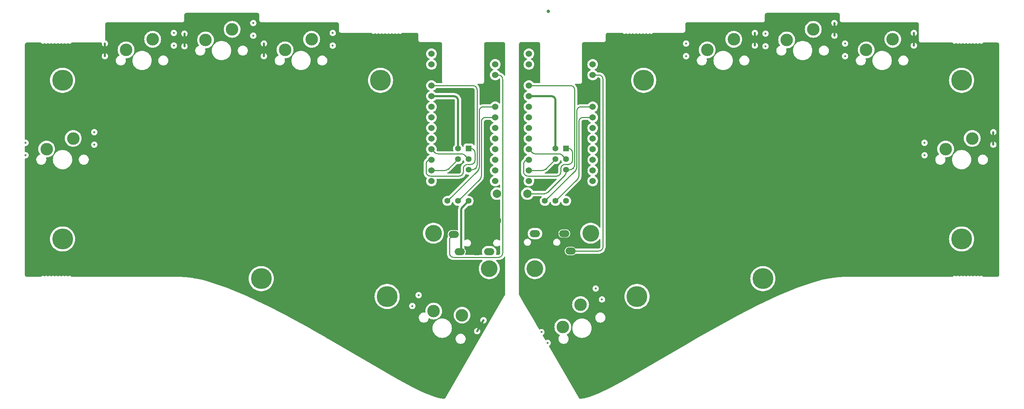
<source format=gbr>
%TF.GenerationSoftware,KiCad,Pcbnew,7.0.6*%
%TF.CreationDate,2024-02-24T14:45:09+09:00*%
%TF.ProjectId,kamu_keyboard,6b616d75-5f6b-4657-9962-6f6172642e6b,rev?*%
%TF.SameCoordinates,Original*%
%TF.FileFunction,Copper,L1,Top*%
%TF.FilePolarity,Positive*%
%FSLAX46Y46*%
G04 Gerber Fmt 4.6, Leading zero omitted, Abs format (unit mm)*
G04 Created by KiCad (PCBNEW 7.0.6) date 2024-02-24 14:45:09*
%MOMM*%
%LPD*%
G01*
G04 APERTURE LIST*
%TA.AperFunction,ComponentPad*%
%ADD10C,5.000000*%
%TD*%
%TA.AperFunction,ComponentPad*%
%ADD11C,2.000000*%
%TD*%
%TA.AperFunction,ComponentPad*%
%ADD12C,4.000000*%
%TD*%
%TA.AperFunction,ComponentPad*%
%ADD13C,1.397000*%
%TD*%
%TA.AperFunction,ComponentPad*%
%ADD14C,1.524000*%
%TD*%
%TA.AperFunction,ComponentPad*%
%ADD15O,2.500000X1.700000*%
%TD*%
%TA.AperFunction,ComponentPad*%
%ADD16R,1.397000X1.397000*%
%TD*%
%TA.AperFunction,WasherPad*%
%ADD17C,3.000000*%
%TD*%
%TA.AperFunction,ComponentPad*%
%ADD18C,0.500000*%
%TD*%
%TA.AperFunction,ViaPad*%
%ADD19C,0.800000*%
%TD*%
%TA.AperFunction,Conductor*%
%ADD20C,0.250000*%
%TD*%
%TA.AperFunction,Conductor*%
%ADD21C,0.500000*%
%TD*%
G04 APERTURE END LIST*
D10*
%TO.P,,*%
%TO.N,*%
X129399414Y-136671000D03*
%TD*%
D11*
%TO.P,RSW2,1,1*%
%TO.N,/R_RST*%
X162919818Y-112026000D03*
%TO.P,RSW2,2,2*%
%TO.N,GND*%
X162919818Y-118526000D03*
%TD*%
D10*
%TO.P,,*%
%TO.N,*%
X127813000Y-84896000D03*
%TD*%
D12*
%TO.P,,*%
%TO.N,*%
X140475539Y-121514484D03*
%TD*%
D10*
%TO.P,,*%
%TO.N,*%
X51813000Y-122896000D03*
%TD*%
D12*
%TO.P,,*%
%TO.N,*%
X153800507Y-130014484D03*
%TD*%
D11*
%TO.P,RSW1,1,1*%
%TO.N,GND*%
X155610766Y-118526000D03*
%TO.P,RSW1,2,2*%
%TO.N,/L_RST*%
X155610766Y-112026000D03*
%TD*%
D13*
%TO.P,J3,1,SDA*%
%TO.N,/R_SDA*%
X167109818Y-113776000D03*
%TO.P,J3,2,SCL*%
%TO.N,/R_SCL*%
X169649818Y-113776000D03*
%TO.P,J3,3,VCC*%
%TO.N,VCC*%
X172189818Y-113776000D03*
%TO.P,J3,4,GND*%
%TO.N,GND*%
X174729818Y-113776000D03*
%TD*%
D14*
%TO.P,U2,1,TX0/D3*%
%TO.N,/R_LED*%
X178539818Y-81076000D03*
%TO.P,U2,2,RX1/D2*%
%TO.N,/R_Data*%
X178539818Y-83616000D03*
%TO.P,U2,3,GND*%
%TO.N,GND*%
X178539818Y-86156000D03*
%TO.P,U2,4,GND*%
X178539818Y-88696000D03*
%TO.P,U2,5,2/D1/SDA*%
%TO.N,/R_SDA*%
X178539818Y-91236000D03*
%TO.P,U2,6,3/D0/SCL*%
%TO.N,/R_SCL*%
X178549818Y-93776000D03*
%TO.P,U2,7,4/D4*%
%TO.N,/R_push6*%
X178539818Y-96316000D03*
%TO.P,U2,8,5/C6*%
%TO.N,/R_push7*%
X178539818Y-98856000D03*
%TO.P,U2,9,6/D7*%
%TO.N,/R_push8*%
X178549818Y-101396000D03*
%TO.P,U2,10,7/E6*%
%TO.N,/R_push9*%
X178549818Y-103936000D03*
%TO.P,U2,11,8/B4*%
%TO.N,/R_push10*%
X178549818Y-106476000D03*
%TO.P,U2,12,9/B5*%
%TO.N,unconnected-(U2-9{slash}B5-Pad12)*%
X178539818Y-109016000D03*
%TO.P,U2,13,B6/10*%
%TO.N,unconnected-(U2-B6{slash}10-Pad13)*%
X163299818Y-109016000D03*
%TO.P,U2,14,B2/16*%
%TO.N,/R_MOSI*%
X163289818Y-106476000D03*
%TO.P,U2,15,B3/14*%
%TO.N,/R_MISO*%
X163289818Y-103936000D03*
%TO.P,U2,16,B1/15*%
%TO.N,/R_SCLK*%
X163289818Y-101396000D03*
%TO.P,U2,17,F7/A0*%
%TO.N,unconnected-(U2-F7{slash}A0-Pad17)*%
X163289818Y-98856000D03*
%TO.P,U2,18,F6/A1*%
%TO.N,unconnected-(U2-F6{slash}A1-Pad18)*%
X163299818Y-96316000D03*
%TO.P,U2,19,F5/A2*%
%TO.N,unconnected-(U2-F5{slash}A2-Pad19)*%
X163289818Y-93776000D03*
%TO.P,U2,20,F4/A3*%
%TO.N,unconnected-(U2-F4{slash}A3-Pad20)*%
X163299818Y-91236000D03*
%TO.P,U2,21,VCC*%
%TO.N,VCC*%
X163299818Y-88696000D03*
%TO.P,U2,22,RST*%
%TO.N,/R_RST*%
X163299818Y-86156000D03*
%TO.P,U2,23,GND*%
%TO.N,GND*%
X163299818Y-83616000D03*
%TO.P,U2,24,RAW*%
%TO.N,unconnected-(U2-RAW-Pad24)*%
X163299818Y-81076000D03*
%TO.P,U2,25,Bat+*%
%TO.N,/R_Bat+*%
X163299818Y-78536000D03*
%TO.P,U2,26,Bat-*%
%TO.N,GND*%
X178539818Y-78536000D03*
%TD*%
D13*
%TO.P,J1,1,SDA*%
%TO.N,/L_SDA*%
X143800766Y-113776000D03*
%TO.P,J1,2,SCL*%
%TO.N,/L_SCL*%
X146340766Y-113776000D03*
%TO.P,J1,3,VCC*%
%TO.N,VCC*%
X148880766Y-113776000D03*
%TO.P,J1,4,GND*%
%TO.N,GND*%
X151420766Y-113776000D03*
%TD*%
D15*
%TO.P,J6,R1*%
%TO.N,GND*%
X167744818Y-121588500D03*
%TO.P,J6,R2*%
%TO.N,unconnected-(J6-PadR2)*%
X164744818Y-121588500D03*
%TO.P,J6,S*%
%TO.N,/R_Data*%
X173244818Y-125788500D03*
%TO.P,J6,T*%
%TO.N,VCC*%
X171744818Y-121588500D03*
%TD*%
%TO.P,J5,R1*%
%TO.N,GND*%
X150785766Y-125963500D03*
%TO.P,J5,R2*%
%TO.N,unconnected-(J5-PadR2)*%
X153785766Y-125963500D03*
%TO.P,J5,S*%
%TO.N,/L_Data*%
X145285766Y-121763500D03*
%TO.P,J5,T*%
%TO.N,VCC*%
X146785766Y-125963500D03*
%TD*%
D10*
%TO.P,,*%
%TO.N,*%
X99313000Y-132396000D03*
%TD*%
%TO.P,,*%
%TO.N,*%
X51813000Y-84896000D03*
%TD*%
D14*
%TO.P,U1,1,TX0/D3*%
%TO.N,/L_LED*%
X155230766Y-81076000D03*
%TO.P,U1,2,RX1/D2*%
%TO.N,/L_Data*%
X155230766Y-83616000D03*
%TO.P,U1,3,GND*%
%TO.N,GND*%
X155230766Y-86156000D03*
%TO.P,U1,4,GND*%
X155230766Y-88696000D03*
%TO.P,U1,5,2/D1/SDA*%
%TO.N,/L_SDA*%
X155230766Y-91236000D03*
%TO.P,U1,6,3/D0/SCL*%
%TO.N,/L_SCL*%
X155240766Y-93776000D03*
%TO.P,U1,7,4/D4*%
%TO.N,/L_push1*%
X155230766Y-96316000D03*
%TO.P,U1,8,5/C6*%
%TO.N,/L_push2*%
X155230766Y-98856000D03*
%TO.P,U1,9,6/D7*%
%TO.N,/L_push3*%
X155240766Y-101396000D03*
%TO.P,U1,10,7/E6*%
%TO.N,/L_push4*%
X155240766Y-103936000D03*
%TO.P,U1,11,8/B4*%
%TO.N,/L_push5*%
X155240766Y-106476000D03*
%TO.P,U1,12,9/B5*%
%TO.N,/L_side*%
X155230766Y-109016000D03*
%TO.P,U1,13,B6/10*%
%TO.N,unconnected-(U1-B6{slash}10-Pad13)*%
X139990766Y-109016000D03*
%TO.P,U1,14,B2/16*%
%TO.N,/L_MOSI*%
X139980766Y-106476000D03*
%TO.P,U1,15,B3/14*%
%TO.N,/L_MISO*%
X139980766Y-103936000D03*
%TO.P,U1,16,B1/15*%
%TO.N,/L_SCLK*%
X139980766Y-101396000D03*
%TO.P,U1,17,F7/A0*%
%TO.N,unconnected-(U1-F7{slash}A0-Pad17)*%
X139980766Y-98856000D03*
%TO.P,U1,18,F6/A1*%
%TO.N,unconnected-(U1-F6{slash}A1-Pad18)*%
X139990766Y-96316000D03*
%TO.P,U1,19,F5/A2*%
%TO.N,unconnected-(U1-F5{slash}A2-Pad19)*%
X139980766Y-93776000D03*
%TO.P,U1,20,F4/A3*%
%TO.N,unconnected-(U1-F4{slash}A3-Pad20)*%
X139990766Y-91236000D03*
%TO.P,U1,21,VCC*%
%TO.N,VCC*%
X139990766Y-88696000D03*
%TO.P,U1,22,RST*%
%TO.N,/L_RST*%
X139990766Y-86156000D03*
%TO.P,U1,23,GND*%
%TO.N,GND*%
X139990766Y-83616000D03*
%TO.P,U1,24,RAW*%
%TO.N,unconnected-(U1-RAW-Pad24)*%
X139990766Y-81076000D03*
%TO.P,U1,25,Bat+*%
%TO.N,/L_Bat+*%
X139990766Y-78536000D03*
%TO.P,U1,26,Bat-*%
%TO.N,GND*%
X155230766Y-78536000D03*
%TD*%
D16*
%TO.P,J4,1,Pin_1*%
%TO.N,/R_MISO*%
X172189818Y-101236000D03*
D13*
%TO.P,J4,2,Pin_2*%
%TO.N,VCC*%
X169649818Y-101236000D03*
%TO.P,J4,3,Pin_3*%
%TO.N,/R_SCLK*%
X172189818Y-103776000D03*
%TO.P,J4,4,Pin_4*%
%TO.N,/R_MOSI*%
X169649818Y-103776000D03*
%TO.P,J4,5,Pin_5*%
%TO.N,/R_RST*%
X172189818Y-106316000D03*
%TO.P,J4,6,Pin_6*%
%TO.N,GND*%
X169649818Y-106316000D03*
%TD*%
D12*
%TO.P,,*%
%TO.N,*%
X164729543Y-130014484D03*
%TD*%
D17*
%TO.P,SW8,*%
%TO.N,*%
X224908000Y-75231000D03*
X231258000Y-72691000D03*
D18*
%TO.P,SW8,1,1*%
%TO.N,/R_push8*%
X219858000Y-73731000D03*
X219858000Y-76731000D03*
%TO.P,SW8,2,2*%
%TO.N,GND*%
X236308000Y-71191000D03*
X236308000Y-74191000D03*
%TD*%
D17*
%TO.P,SW9,*%
%TO.N,*%
X243908000Y-77606000D03*
X250258000Y-75066000D03*
D18*
%TO.P,SW9,1,1*%
%TO.N,/R_push9*%
X238858000Y-76106000D03*
X238858000Y-79106000D03*
%TO.P,SW9,2,2*%
%TO.N,GND*%
X255308000Y-73566000D03*
X255308000Y-76566000D03*
%TD*%
D16*
%TO.P,J2,1,Pin_1*%
%TO.N,/L_MISO*%
X148880766Y-101236000D03*
D13*
%TO.P,J2,2,Pin_2*%
%TO.N,VCC*%
X146340766Y-101236000D03*
%TO.P,J2,3,Pin_3*%
%TO.N,/L_SCLK*%
X148880766Y-103776000D03*
%TO.P,J2,4,Pin_4*%
%TO.N,/L_MOSI*%
X146340766Y-103776000D03*
%TO.P,J2,5,Pin_5*%
%TO.N,/L_RST*%
X148880766Y-106316000D03*
%TO.P,J2,6,Pin_6*%
%TO.N,GND*%
X146340766Y-106316000D03*
%TD*%
D10*
%TO.P,,*%
%TO.N,*%
X266718000Y-122896000D03*
%TD*%
D17*
%TO.P,SW2,*%
%TO.N,*%
X67003000Y-77606000D03*
X73353000Y-75066000D03*
D18*
%TO.P,SW2,1,1*%
%TO.N,GND*%
X61953000Y-76106000D03*
X61953000Y-79106000D03*
%TO.P,SW2,2,2*%
%TO.N,/L_push2*%
X78403000Y-73566000D03*
X78403000Y-76566000D03*
%TD*%
D17*
%TO.P,SW3,*%
%TO.N,*%
X86003000Y-75231000D03*
X92353000Y-72691000D03*
D18*
%TO.P,SW3,1,1*%
%TO.N,GND*%
X80953000Y-73731000D03*
X80953000Y-76731000D03*
%TO.P,SW3,2,2*%
%TO.N,/L_push3*%
X97403000Y-71191000D03*
X97403000Y-74191000D03*
%TD*%
D17*
%TO.P,SW7,*%
%TO.N,*%
X205908000Y-77606000D03*
X212258000Y-75066000D03*
D18*
%TO.P,SW7,1,1*%
%TO.N,/R_push7*%
X200858000Y-76106000D03*
X200858000Y-79106000D03*
%TO.P,SW7,2,2*%
%TO.N,GND*%
X217308000Y-73566000D03*
X217308000Y-76566000D03*
%TD*%
D17*
%TO.P,SW1,*%
%TO.N,*%
X48003000Y-101356000D03*
X54353000Y-98816000D03*
D18*
%TO.P,SW1,1,1*%
%TO.N,GND*%
X42953000Y-99856000D03*
X42953000Y-102856000D03*
%TO.P,SW1,2,2*%
%TO.N,/L_push1*%
X59403000Y-97316000D03*
X59403000Y-100316000D03*
%TD*%
D10*
%TO.P,,*%
%TO.N,*%
X189131586Y-136671000D03*
%TD*%
D12*
%TO.P,,*%
%TO.N,*%
X178054657Y-121514845D03*
%TD*%
D17*
%TO.P,SW5,*%
%TO.N,*%
X140533443Y-140166295D03*
X147302705Y-141141591D03*
D18*
%TO.P,SW5,1,1*%
%TO.N,/L_push5*%
X136910015Y-136342257D03*
X135410015Y-138940334D03*
%TO.P,SW5,2,2*%
%TO.N,GND*%
X152426133Y-142367553D03*
X150926133Y-144965629D03*
%TD*%
D17*
%TO.P,SW6,*%
%TO.N,*%
X171398443Y-143976295D03*
X175627705Y-138601591D03*
D18*
%TO.P,SW6,1,1*%
%TO.N,GND*%
X166275015Y-145202257D03*
X167775015Y-147800334D03*
%TO.P,SW6,2,2*%
%TO.N,/R_push6*%
X179251133Y-134777553D03*
X180751133Y-137375629D03*
%TD*%
D10*
%TO.P,,*%
%TO.N,*%
X219218000Y-132396000D03*
%TD*%
%TO.P,,*%
%TO.N,*%
X266718000Y-84896000D03*
%TD*%
D17*
%TO.P,SW10,*%
%TO.N,*%
X262908000Y-101356000D03*
X269258000Y-98816000D03*
D18*
%TO.P,SW10,1,1*%
%TO.N,/R_push10*%
X257858000Y-99856000D03*
X257858000Y-102856000D03*
%TO.P,SW10,2,2*%
%TO.N,GND*%
X274308000Y-97316000D03*
X274308000Y-100316000D03*
%TD*%
D17*
%TO.P,SW4,*%
%TO.N,*%
X105003000Y-77606000D03*
X111353000Y-75066000D03*
D18*
%TO.P,SW4,1,1*%
%TO.N,GND*%
X99953000Y-76106000D03*
X99953000Y-79106000D03*
%TO.P,SW4,2,2*%
%TO.N,/L_push4*%
X116403000Y-73566000D03*
X116403000Y-76566000D03*
%TD*%
D10*
%TO.P,,*%
%TO.N,*%
X190718000Y-84896000D03*
%TD*%
D19*
%TO.N,*%
X167930766Y-68376000D03*
%TO.N,GND*%
X127110766Y-101748498D03*
X156610766Y-76748498D03*
X143610766Y-99248498D03*
X155110766Y-76748498D03*
X128110766Y-114248498D03*
X148880766Y-87426000D03*
X143610766Y-99748498D03*
X154610766Y-76748498D03*
X123610766Y-117748498D03*
X156610766Y-76748498D03*
X114110766Y-115248498D03*
X156610766Y-76748498D03*
X142530766Y-87426000D03*
X136180766Y-87426000D03*
X123110766Y-117748498D03*
X142530766Y-87426000D03*
X157110766Y-76248498D03*
X154610766Y-76748498D03*
X152690766Y-87426000D03*
X152690766Y-87426000D03*
X148880766Y-87426000D03*
X143610766Y-100748498D03*
X143610766Y-100748498D03*
X114110766Y-115248498D03*
%TD*%
D20*
%TO.N,/L_MISO*%
X139980766Y-103936000D02*
X139720766Y-103936000D01*
X149404766Y-101236000D02*
X148880766Y-101236000D01*
X148610766Y-105046000D02*
X149404766Y-105046000D01*
X139720766Y-107840000D02*
X146610766Y-107840000D01*
X138720766Y-104936000D02*
X138720766Y-106840000D01*
X147610766Y-106840000D02*
X147610766Y-106046000D01*
X150404766Y-104046000D02*
X150404766Y-102236000D01*
X149404766Y-105045966D02*
G75*
G03*
X150404766Y-104046000I34J999966D01*
G01*
X150404800Y-102236000D02*
G75*
G03*
X149404766Y-101236000I-1000000J0D01*
G01*
X146610766Y-107839966D02*
G75*
G03*
X147610766Y-106840000I34J999966D01*
G01*
X138720800Y-106840000D02*
G75*
G03*
X139720766Y-107840000I1000000J0D01*
G01*
X139720766Y-103935966D02*
G75*
G03*
X138720766Y-104936000I34J-1000034D01*
G01*
X148610766Y-105045966D02*
G75*
G03*
X147610766Y-106046000I34J-1000034D01*
G01*
D21*
%TO.N,VCC*%
X169649818Y-89696000D02*
X169649818Y-101236000D01*
X163299818Y-88696000D02*
X168649818Y-88696000D01*
X146340766Y-89696000D02*
X146340766Y-101236000D01*
X148880766Y-113776000D02*
X147395659Y-115261107D01*
X139990766Y-88696000D02*
X145340766Y-88696000D01*
X147102766Y-115968214D02*
X147102766Y-125232286D01*
X146809873Y-125939393D02*
X146785766Y-125963500D01*
X146809873Y-125939393D02*
G75*
G03*
X147102766Y-125232286I-707073J707093D01*
G01*
X169649800Y-89696000D02*
G75*
G03*
X168649818Y-88696000I-1000000J0D01*
G01*
X146340800Y-89696000D02*
G75*
G03*
X145340766Y-88696000I-1000000J0D01*
G01*
X147395645Y-115261093D02*
G75*
G03*
X147102766Y-115968214I707155J-707107D01*
G01*
D20*
%TO.N,/L_SCLK*%
X139980766Y-101396000D02*
X140797873Y-102213107D01*
X147903659Y-102798893D02*
X148880766Y-103776000D01*
X141504980Y-102506000D02*
X147196552Y-102506000D01*
X140797883Y-102213097D02*
G75*
G03*
X141504980Y-102506000I707117J707097D01*
G01*
X147903683Y-102798869D02*
G75*
G03*
X147196552Y-102506000I-707083J-707131D01*
G01*
%TO.N,/L_MOSI*%
X139980766Y-106476000D02*
X143226552Y-106476000D01*
X143933659Y-106183107D02*
X146340766Y-103776000D01*
X143226552Y-106475966D02*
G75*
G03*
X143933659Y-106183107I48J999966D01*
G01*
%TO.N,/L_RST*%
X148880766Y-106316000D02*
X149736552Y-106316000D01*
X150443659Y-106023107D02*
X150619873Y-105846893D01*
X150912766Y-105139786D02*
X150912766Y-87156000D01*
X149912766Y-86156000D02*
X139990766Y-86156000D01*
X149736552Y-106315966D02*
G75*
G03*
X150443659Y-106023107I48J999966D01*
G01*
X150619873Y-105846893D02*
G75*
G03*
X150912766Y-105139786I-707073J707093D01*
G01*
X150912800Y-87156000D02*
G75*
G03*
X149912766Y-86156000I-1000000J0D01*
G01*
D21*
%TO.N,GND*%
X274308000Y-97316000D02*
X274308000Y-100316000D01*
X61953000Y-76106000D02*
X61953000Y-79106000D01*
X255308000Y-73566000D02*
X255308000Y-76566000D01*
X150926133Y-144965629D02*
X152426133Y-142367553D01*
X236308000Y-71191000D02*
X236308000Y-74191000D01*
X99953000Y-76106000D02*
X99953000Y-79106000D01*
X217308000Y-73566000D02*
X217308000Y-76566000D01*
X80953000Y-73731000D02*
X80953000Y-76731000D01*
D20*
%TO.N,/R_MISO*%
X171919818Y-105046000D02*
X172713818Y-105046000D01*
X163289818Y-103936000D02*
X163029818Y-103936000D01*
X173713818Y-104046000D02*
X173713818Y-102236000D01*
X162029818Y-104936000D02*
X162029818Y-106840000D01*
X172713818Y-101236000D02*
X172189818Y-101236000D01*
X170919818Y-106840000D02*
X170919818Y-106046000D01*
X163029818Y-107840000D02*
X169919818Y-107840000D01*
X169919818Y-107840018D02*
G75*
G03*
X170919818Y-106840000I-18J1000018D01*
G01*
X163029818Y-103936018D02*
G75*
G03*
X162029818Y-104936000I-18J-999982D01*
G01*
X172713818Y-105046018D02*
G75*
G03*
X173713818Y-104046000I-18J1000018D01*
G01*
X173713800Y-102236000D02*
G75*
G03*
X172713818Y-101236000I-1000000J0D01*
G01*
X162029800Y-106840000D02*
G75*
G03*
X163029818Y-107840000I1000000J0D01*
G01*
X171919818Y-105046018D02*
G75*
G03*
X170919818Y-106046000I-18J-999982D01*
G01*
%TO.N,/R_SCLK*%
X163289818Y-101396000D02*
X164106925Y-102213107D01*
X171212711Y-102798893D02*
X172189818Y-103776000D01*
X164814032Y-102506000D02*
X170505604Y-102506000D01*
X171212709Y-102798895D02*
G75*
G03*
X170505604Y-102506000I-707109J-707105D01*
G01*
X164106909Y-102213123D02*
G75*
G03*
X164814032Y-102506000I707091J707123D01*
G01*
%TO.N,/R_MOSI*%
X167242711Y-106183107D02*
X169649818Y-103776000D01*
X163289818Y-106476000D02*
X166535604Y-106476000D01*
X166535604Y-106476003D02*
G75*
G03*
X167242711Y-106183107I-4J1000003D01*
G01*
%TO.N,/R_RST*%
X171896925Y-107596721D02*
X167760539Y-111733107D01*
X173752711Y-106023107D02*
X173928925Y-105846893D01*
X167053432Y-112026000D02*
X162919818Y-112026000D01*
X172189818Y-106316000D02*
X172189818Y-106889614D01*
X174221818Y-105139786D02*
X174221818Y-87156000D01*
X172189818Y-106316000D02*
X173045604Y-106316000D01*
X173221818Y-86156000D02*
X163299818Y-86156000D01*
X173045604Y-106316003D02*
G75*
G03*
X173752711Y-106023107I-4J1000003D01*
G01*
X167053432Y-112026022D02*
G75*
G03*
X167760538Y-111733106I-32J1000022D01*
G01*
X173928936Y-105846904D02*
G75*
G03*
X174221818Y-105139786I-707136J707104D01*
G01*
X171896922Y-107596718D02*
G75*
G03*
X172189818Y-106889614I-707122J707118D01*
G01*
X174221800Y-87156000D02*
G75*
G03*
X173221818Y-86156000I-1000000J0D01*
G01*
%TO.N,/L_Data*%
X145308766Y-127304000D02*
X156008766Y-127304000D01*
X145285766Y-121763500D02*
X144601659Y-122447607D01*
X157008766Y-126304000D02*
X157008766Y-84616000D01*
X144308766Y-123154714D02*
X144308766Y-126304000D01*
X156008766Y-83616000D02*
X155230766Y-83616000D01*
X144601645Y-122447593D02*
G75*
G03*
X144308766Y-123154714I707155J-707107D01*
G01*
X144308800Y-126304000D02*
G75*
G03*
X145308766Y-127304000I1000000J0D01*
G01*
X156008766Y-127303966D02*
G75*
G03*
X157008766Y-126304000I34J999966D01*
G01*
X157008800Y-84616000D02*
G75*
G03*
X156008766Y-83616000I-1000000J0D01*
G01*
%TO.N,/R_Data*%
X173244818Y-125788500D02*
X179983818Y-125788500D01*
X180983818Y-124788500D02*
X180983818Y-84616000D01*
X179983818Y-83616000D02*
X178539818Y-83616000D01*
X179983818Y-125788518D02*
G75*
G03*
X180983818Y-124788500I-18J1000018D01*
G01*
X180983800Y-84616000D02*
G75*
G03*
X179983818Y-83616000I-1000000J0D01*
G01*
%TO.N,/L_SDA*%
X151127873Y-106448893D02*
X143800766Y-113776000D01*
X151420766Y-92236000D02*
X151420766Y-105741786D01*
X155230766Y-91236000D02*
X152420766Y-91236000D01*
X152420766Y-91235966D02*
G75*
G03*
X151420766Y-92236000I34J-1000034D01*
G01*
X151127873Y-106448893D02*
G75*
G03*
X151420766Y-105741786I-707073J707093D01*
G01*
%TO.N,/L_SCL*%
X146340766Y-113776000D02*
X151635873Y-108480893D01*
X152928766Y-93776000D02*
X155240766Y-93776000D01*
X151928766Y-107773786D02*
X151928766Y-94776000D01*
X151635873Y-108480893D02*
G75*
G03*
X151928766Y-107773786I-707073J707093D01*
G01*
X152928766Y-93775966D02*
G75*
G03*
X151928766Y-94776000I34J-1000034D01*
G01*
%TO.N,/R_SDA*%
X167109818Y-113776000D02*
X174436925Y-106448893D01*
X174729818Y-105741786D02*
X174729818Y-92236000D01*
X175729818Y-91236000D02*
X178539818Y-91236000D01*
X175729818Y-91236018D02*
G75*
G03*
X174729818Y-92236000I-18J-999982D01*
G01*
X174436936Y-106448904D02*
G75*
G03*
X174729818Y-105741786I-707136J707104D01*
G01*
%TO.N,/R_SCL*%
X175237818Y-107773786D02*
X175237818Y-94776000D01*
X169649818Y-113776000D02*
X174944925Y-108480893D01*
X176237818Y-93776000D02*
X178549818Y-93776000D01*
X174944936Y-108480904D02*
G75*
G03*
X175237818Y-107773786I-707136J707104D01*
G01*
X176237818Y-93776018D02*
G75*
G03*
X175237818Y-94776000I-18J-999982D01*
G01*
%TD*%
%TA.AperFunction,Conductor*%
%TO.N,GND*%
G36*
X98361950Y-68749177D02*
G01*
X98384064Y-68749727D01*
X98387044Y-68749875D01*
X98408683Y-68751486D01*
X98411646Y-68751780D01*
X98433084Y-68754441D01*
X98436049Y-68754883D01*
X98457241Y-68758576D01*
X98460156Y-68759158D01*
X98481121Y-68763880D01*
X98484039Y-68764613D01*
X98488764Y-68765922D01*
X98504669Y-68770332D01*
X98507520Y-68771198D01*
X98527848Y-68777918D01*
X98530673Y-68778929D01*
X98550600Y-68786614D01*
X98553364Y-68787758D01*
X98572580Y-68796271D01*
X98572887Y-68796407D01*
X98575628Y-68797702D01*
X98594715Y-68807299D01*
X98597374Y-68808718D01*
X98597654Y-68808876D01*
X98615963Y-68819237D01*
X98618570Y-68820798D01*
X98636643Y-68832229D01*
X98639162Y-68833910D01*
X98652842Y-68843539D01*
X98656722Y-68846271D01*
X98659184Y-68848097D01*
X98676110Y-68861312D01*
X98678488Y-68863265D01*
X98678546Y-68863315D01*
X98694835Y-68877388D01*
X98697065Y-68879413D01*
X98712828Y-68894469D01*
X98714883Y-68896528D01*
X98729944Y-68912355D01*
X98731944Y-68914563D01*
X98746103Y-68930989D01*
X98748021Y-68933328D01*
X98760926Y-68949878D01*
X98761273Y-68950323D01*
X98763081Y-68952763D01*
X98775453Y-68970342D01*
X98777136Y-68972862D01*
X98788595Y-68990961D01*
X98790150Y-68993555D01*
X98799546Y-69010135D01*
X98800684Y-69012142D01*
X98802112Y-69014812D01*
X98811740Y-69033917D01*
X98813033Y-69036646D01*
X98821691Y-69056135D01*
X98822852Y-69058931D01*
X98830542Y-69078800D01*
X98831566Y-69081650D01*
X98837718Y-69100189D01*
X98838296Y-69101929D01*
X98839181Y-69104832D01*
X98844910Y-69125416D01*
X98845651Y-69128354D01*
X98850378Y-69149253D01*
X98850973Y-69152222D01*
X98854538Y-69172594D01*
X98854671Y-69173350D01*
X98855124Y-69176378D01*
X98857780Y-69197704D01*
X98858084Y-69200756D01*
X98859691Y-69222319D01*
X98859844Y-69225396D01*
X98860350Y-69245877D01*
X98860416Y-69248552D01*
X98860418Y-69248612D01*
X98860191Y-70489198D01*
X98860017Y-70491533D01*
X98860190Y-70498507D01*
X98860190Y-70501716D01*
X98860297Y-70502868D01*
X98860702Y-70519273D01*
X98860632Y-70521067D01*
X98860690Y-70521836D01*
X98860842Y-70524881D01*
X98860861Y-70525668D01*
X98861107Y-70527428D01*
X98862335Y-70543903D01*
X98862353Y-70545601D01*
X98862640Y-70547982D01*
X98862829Y-70550392D01*
X98863147Y-70552063D01*
X98863618Y-70555840D01*
X98864572Y-70563504D01*
X98864763Y-70567144D01*
X98865669Y-70572338D01*
X98865669Y-70572339D01*
X98865684Y-70572425D01*
X98865695Y-70572510D01*
X98865979Y-70574702D01*
X98866359Y-70576292D01*
X98869227Y-70592669D01*
X98869422Y-70594424D01*
X98869601Y-70595215D01*
X98870173Y-70598064D01*
X98870866Y-70601993D01*
X98871913Y-70605441D01*
X98874409Y-70616472D01*
X98874682Y-70618190D01*
X98874943Y-70619134D01*
X98875625Y-70621839D01*
X98875821Y-70622699D01*
X98876384Y-70624323D01*
X98880895Y-70640528D01*
X98881233Y-70642082D01*
X98881879Y-70644063D01*
X98883526Y-70649828D01*
X98884833Y-70652961D01*
X98888201Y-70663111D01*
X98888655Y-70664868D01*
X98889050Y-70665891D01*
X98890033Y-70668624D01*
X98891417Y-70672776D01*
X98892998Y-70676093D01*
X98896907Y-70686197D01*
X98897433Y-70687865D01*
X98897807Y-70688708D01*
X98898906Y-70691351D01*
X98899229Y-70692182D01*
X98900028Y-70693711D01*
X98904530Y-70703846D01*
X98905631Y-70706915D01*
X98908290Y-70712309D01*
X98909441Y-70714848D01*
X98910284Y-70716267D01*
X98917405Y-70730396D01*
X98918130Y-70732105D01*
X98918427Y-70732623D01*
X98920053Y-70735661D01*
X98920418Y-70736391D01*
X98921464Y-70737972D01*
X98924109Y-70742637D01*
X98929281Y-70751764D01*
X98929989Y-70753230D01*
X98931305Y-70755342D01*
X98931306Y-70755343D01*
X98931354Y-70755420D01*
X98931395Y-70755491D01*
X98934475Y-70760824D01*
X98936469Y-70763499D01*
X98940380Y-70769677D01*
X98942161Y-70772489D01*
X98943042Y-70774113D01*
X98943541Y-70774820D01*
X98945305Y-70777460D01*
X98947440Y-70780839D01*
X98949832Y-70783753D01*
X98953162Y-70788484D01*
X98955019Y-70791594D01*
X98958593Y-70796202D01*
X98962489Y-70801709D01*
X98965058Y-70804491D01*
X98965732Y-70805355D01*
X98971150Y-70812306D01*
X98972137Y-70813762D01*
X98972812Y-70814547D01*
X98974632Y-70816766D01*
X98977047Y-70819855D01*
X98979584Y-70822407D01*
X98983083Y-70826467D01*
X98983591Y-70827056D01*
X98985978Y-70830299D01*
X98988632Y-70833058D01*
X98991078Y-70835754D01*
X98993393Y-70838461D01*
X98996272Y-70841073D01*
X99004288Y-70849498D01*
X99005403Y-70850826D01*
X99005925Y-70851324D01*
X99008062Y-70853464D01*
X99011612Y-70857198D01*
X99014594Y-70859604D01*
X99018099Y-70862951D01*
X99021880Y-70866562D01*
X99023082Y-70867875D01*
X99023904Y-70868588D01*
X99025975Y-70870469D01*
X99029481Y-70873800D01*
X99032487Y-70876007D01*
X99040244Y-70882710D01*
X99041542Y-70884001D01*
X99042502Y-70884753D01*
X99044760Y-70886607D01*
X99047856Y-70889274D01*
X99050903Y-70891313D01*
X99055804Y-70895139D01*
X99058553Y-70897628D01*
X99061819Y-70899928D01*
X99064235Y-70901719D01*
X99067975Y-70904633D01*
X99071257Y-70906572D01*
X99075493Y-70909554D01*
X99078591Y-70912097D01*
X99081434Y-70913870D01*
X99084748Y-70916088D01*
X99087638Y-70918160D01*
X99091313Y-70920105D01*
X99093138Y-70921259D01*
X99099999Y-70925600D01*
X99101492Y-70926699D01*
X99102447Y-70927239D01*
X99105096Y-70928825D01*
X99108905Y-70931235D01*
X99112366Y-70932850D01*
X99118998Y-70936603D01*
X99121226Y-70937864D01*
X99122792Y-70938900D01*
X99123602Y-70939305D01*
X99126494Y-70940847D01*
X99130875Y-70943335D01*
X99134576Y-70944818D01*
X99142575Y-70948840D01*
X99143058Y-70949083D01*
X99144638Y-70950016D01*
X99145549Y-70950418D01*
X99148240Y-70951684D01*
X99153806Y-70954467D01*
X99157494Y-70955707D01*
X99158595Y-70956194D01*
X99160237Y-70956921D01*
X99163902Y-70958898D01*
X99167337Y-70960192D01*
X99171086Y-70961745D01*
X99174355Y-70963226D01*
X99178325Y-70964413D01*
X99188029Y-70968156D01*
X99189675Y-70968921D01*
X99190529Y-70969203D01*
X99193490Y-70970263D01*
X99198823Y-70972325D01*
X99202737Y-70973238D01*
X99206467Y-70974471D01*
X99209842Y-70975869D01*
X99213777Y-70976962D01*
X99216609Y-70977822D01*
X99222338Y-70979712D01*
X99226256Y-70980422D01*
X99227226Y-70980691D01*
X99229629Y-70981358D01*
X99233408Y-70982721D01*
X99236928Y-70983490D01*
X99240644Y-70984422D01*
X99244828Y-70985610D01*
X99248950Y-70986185D01*
X99257858Y-70988192D01*
X99258364Y-70988306D01*
X99260181Y-70988850D01*
X99261044Y-70988999D01*
X99264369Y-70989663D01*
X99268592Y-70990628D01*
X99272525Y-70990995D01*
X99281997Y-70992646D01*
X99282742Y-70992776D01*
X99284642Y-70993238D01*
X99284847Y-70993262D01*
X99288952Y-70993878D01*
X99293557Y-70994726D01*
X99298013Y-70994879D01*
X99300007Y-70995127D01*
X99302458Y-70995432D01*
X99306264Y-70996183D01*
X99309490Y-70996406D01*
X99313178Y-70996772D01*
X99317859Y-70997377D01*
X99322047Y-70997331D01*
X99326888Y-70997691D01*
X99331030Y-70998304D01*
X99333788Y-70998340D01*
X99338200Y-70998554D01*
X99342131Y-70998884D01*
X99346487Y-70998630D01*
X99348938Y-70998691D01*
X99349717Y-70998711D01*
X99352140Y-70998988D01*
X99360736Y-70998988D01*
X99360839Y-70998988D01*
X99369573Y-70999203D01*
X99371990Y-70998988D01*
X117357688Y-70999078D01*
X117360941Y-70999079D01*
X117363937Y-70999153D01*
X117384111Y-70999657D01*
X117387160Y-70999809D01*
X117394042Y-71000322D01*
X117408698Y-71001414D01*
X117411684Y-71001711D01*
X117433069Y-71004370D01*
X117435988Y-71004805D01*
X117457212Y-71008511D01*
X117460165Y-71009102D01*
X117481086Y-71013819D01*
X117483964Y-71014543D01*
X117504565Y-71020260D01*
X117507398Y-71021120D01*
X117527750Y-71027852D01*
X117530533Y-71028848D01*
X117550498Y-71036548D01*
X117553256Y-71037690D01*
X117556363Y-71039066D01*
X117572796Y-71046344D01*
X117575525Y-71047633D01*
X117585542Y-71052666D01*
X117594447Y-71057141D01*
X117594601Y-71057218D01*
X117597265Y-71058639D01*
X117615911Y-71069179D01*
X117618499Y-71070727D01*
X117636630Y-71082180D01*
X117639151Y-71083860D01*
X117656731Y-71096212D01*
X117659140Y-71097994D01*
X117670640Y-71106951D01*
X117676158Y-71111249D01*
X117678526Y-71113189D01*
X117694911Y-71127304D01*
X117697189Y-71129367D01*
X117697806Y-71129954D01*
X117712968Y-71144385D01*
X117715031Y-71146445D01*
X117730071Y-71162204D01*
X117732130Y-71164473D01*
X117746242Y-71180818D01*
X117748179Y-71183179D01*
X117754280Y-71191000D01*
X117761388Y-71200113D01*
X117763212Y-71202575D01*
X117775529Y-71220086D01*
X117777225Y-71222628D01*
X117788670Y-71240733D01*
X117790226Y-71243335D01*
X117796939Y-71255209D01*
X117800734Y-71261922D01*
X117802166Y-71264606D01*
X117811745Y-71283677D01*
X117813036Y-71286414D01*
X117821674Y-71305931D01*
X117822832Y-71308732D01*
X117830501Y-71328635D01*
X117831521Y-71331489D01*
X117838221Y-71351781D01*
X117839100Y-71354679D01*
X117844803Y-71375280D01*
X117845539Y-71378217D01*
X117850234Y-71399094D01*
X117850828Y-71402072D01*
X117854518Y-71423284D01*
X117854966Y-71426295D01*
X117857607Y-71447637D01*
X117857908Y-71450675D01*
X117859504Y-71472238D01*
X117859655Y-71475288D01*
X117860173Y-71496343D01*
X117860224Y-71498396D01*
X117860228Y-71498537D01*
X117860302Y-72996051D01*
X117860279Y-72996655D01*
X117860303Y-72998551D01*
X117860338Y-73002276D01*
X117860413Y-73003061D01*
X117860813Y-73019325D01*
X117860744Y-73021097D01*
X117860805Y-73021925D01*
X117860952Y-73024892D01*
X117860974Y-73025762D01*
X117861218Y-73027511D01*
X117862436Y-73043954D01*
X117862452Y-73045635D01*
X117862740Y-73048047D01*
X117862932Y-73050496D01*
X117863248Y-73052158D01*
X117863624Y-73055197D01*
X117864637Y-73063387D01*
X117864805Y-73066741D01*
X117865767Y-73072510D01*
X117866563Y-73078487D01*
X117867356Y-73081642D01*
X117869210Y-73092301D01*
X117869389Y-73094049D01*
X117869957Y-73096618D01*
X117869957Y-73096620D01*
X117869976Y-73096706D01*
X117869991Y-73096790D01*
X117870445Y-73099333D01*
X117870936Y-73100978D01*
X117872288Y-73106989D01*
X117874488Y-73116774D01*
X117874774Y-73118552D01*
X117874926Y-73119092D01*
X117875699Y-73122153D01*
X117876576Y-73126038D01*
X117877806Y-73129479D01*
X117879457Y-73135440D01*
X117880179Y-73139039D01*
X117881421Y-73142804D01*
X117882275Y-73145619D01*
X117882580Y-73146716D01*
X117883262Y-73148385D01*
X117888151Y-73163190D01*
X117888560Y-73164796D01*
X117889537Y-73167388D01*
X117891655Y-73173676D01*
X117893190Y-73176868D01*
X117896887Y-73186467D01*
X117897369Y-73187995D01*
X117898318Y-73190181D01*
X117900790Y-73196472D01*
X117902467Y-73199555D01*
X117904542Y-73204243D01*
X117905832Y-73207836D01*
X117907421Y-73210973D01*
X117908885Y-73214071D01*
X117910732Y-73218277D01*
X117912810Y-73221688D01*
X117914670Y-73225390D01*
X117917250Y-73230527D01*
X117917930Y-73232140D01*
X117919161Y-73234332D01*
X117921619Y-73239186D01*
X117923554Y-73242105D01*
X117929318Y-73252302D01*
X117930088Y-73253875D01*
X117930346Y-73254282D01*
X117931974Y-73257003D01*
X117932487Y-73257913D01*
X117933597Y-73259421D01*
X117939516Y-73268784D01*
X117941345Y-73272189D01*
X117943244Y-73274864D01*
X117945227Y-73277833D01*
X117947131Y-73280872D01*
X117949592Y-73283875D01*
X117956407Y-73293565D01*
X117957274Y-73294950D01*
X117957447Y-73295172D01*
X117959260Y-73297619D01*
X117962150Y-73301726D01*
X117964790Y-73304587D01*
X117971142Y-73312731D01*
X117972169Y-73314226D01*
X117972463Y-73314564D01*
X117974526Y-73317067D01*
X117977209Y-73320503D01*
X117979907Y-73323178D01*
X117986854Y-73331226D01*
X117987921Y-73332645D01*
X117988702Y-73333467D01*
X117990581Y-73335537D01*
X117994073Y-73339562D01*
X117996928Y-73342091D01*
X117997530Y-73342722D01*
X118000564Y-73345901D01*
X118002883Y-73348709D01*
X118005696Y-73351383D01*
X118007846Y-73353530D01*
X118010505Y-73356319D01*
X118013306Y-73358627D01*
X118017944Y-73363042D01*
X118020349Y-73365703D01*
X118024772Y-73369542D01*
X118029419Y-73373942D01*
X118032440Y-73376148D01*
X118040390Y-73382998D01*
X118041662Y-73384246D01*
X118042359Y-73384789D01*
X118044669Y-73386680D01*
X118048326Y-73389824D01*
X118051502Y-73391910D01*
X118055824Y-73395276D01*
X118058700Y-73397871D01*
X118061484Y-73399807D01*
X118064385Y-73401953D01*
X118067590Y-73404472D01*
X118071028Y-73406504D01*
X118075710Y-73409793D01*
X118078375Y-73411965D01*
X118082995Y-73414917D01*
X118082996Y-73414918D01*
X118083068Y-73414964D01*
X118083140Y-73415014D01*
X118089206Y-73419227D01*
X118092481Y-73420909D01*
X118100159Y-73425759D01*
X118101675Y-73426867D01*
X118102295Y-73427215D01*
X118105248Y-73428981D01*
X118110101Y-73432069D01*
X118113940Y-73433791D01*
X118121293Y-73437947D01*
X118122932Y-73439027D01*
X118123341Y-73439229D01*
X118126770Y-73441054D01*
X118130600Y-73443250D01*
X118134460Y-73444801D01*
X118137790Y-73446474D01*
X118141023Y-73448442D01*
X118145648Y-73450498D01*
X118148195Y-73451700D01*
X118153833Y-73454519D01*
X118157545Y-73455767D01*
X118158987Y-73456406D01*
X118160178Y-73456933D01*
X118163687Y-73458831D01*
X118167605Y-73460323D01*
X118170866Y-73461673D01*
X118174706Y-73463391D01*
X118178503Y-73464521D01*
X118184422Y-73466804D01*
X118188045Y-73468202D01*
X118189692Y-73468967D01*
X118190549Y-73469250D01*
X118193510Y-73470310D01*
X118198861Y-73472379D01*
X118202771Y-73473291D01*
X118206576Y-73474550D01*
X118210093Y-73476003D01*
X118213578Y-73476958D01*
X118216805Y-73477937D01*
X118222092Y-73479699D01*
X118226129Y-73480434D01*
X118229009Y-73481233D01*
X118232704Y-73482587D01*
X118237166Y-73483584D01*
X118240368Y-73484390D01*
X118245477Y-73485820D01*
X118249504Y-73486364D01*
X118253109Y-73487177D01*
X118256980Y-73488373D01*
X118260801Y-73489017D01*
X118264494Y-73489755D01*
X118270147Y-73491065D01*
X118274519Y-73491401D01*
X118278348Y-73492069D01*
X118282640Y-73492818D01*
X118284600Y-73493296D01*
X118284633Y-73493300D01*
X118288973Y-73493945D01*
X118291823Y-73494471D01*
X118295926Y-73494680D01*
X118306758Y-73496027D01*
X118308728Y-73496415D01*
X118309207Y-73496447D01*
X118313234Y-73496847D01*
X118318256Y-73497512D01*
X118322694Y-73497437D01*
X118326734Y-73497738D01*
X118330866Y-73498351D01*
X118333622Y-73498387D01*
X118338020Y-73498601D01*
X118341953Y-73498931D01*
X118346300Y-73498678D01*
X118349460Y-73498757D01*
X118351901Y-73499036D01*
X118360605Y-73499036D01*
X118360685Y-73499038D01*
X118360685Y-73499037D01*
X118369308Y-73499253D01*
X118371746Y-73499036D01*
X125605797Y-73499306D01*
X125672834Y-73518993D01*
X125710107Y-73556267D01*
X125710695Y-73557182D01*
X125746945Y-73613589D01*
X125746946Y-73613590D01*
X125850278Y-73703127D01*
X125850285Y-73703132D01*
X125938765Y-73743539D01*
X125974658Y-73759931D01*
X126075989Y-73774500D01*
X126075992Y-73774500D01*
X126144008Y-73774500D01*
X126144011Y-73774500D01*
X126245342Y-73759931D01*
X126369718Y-73703130D01*
X126428798Y-73651936D01*
X126492351Y-73622913D01*
X126561510Y-73632856D01*
X126591201Y-73651937D01*
X126603653Y-73662726D01*
X126650282Y-73703130D01*
X126650283Y-73703130D01*
X126650285Y-73703132D01*
X126738765Y-73743539D01*
X126774658Y-73759931D01*
X126875989Y-73774500D01*
X126875992Y-73774500D01*
X126944008Y-73774500D01*
X126944011Y-73774500D01*
X127045342Y-73759931D01*
X127169718Y-73703130D01*
X127228798Y-73651936D01*
X127292351Y-73622913D01*
X127361510Y-73632856D01*
X127391201Y-73651937D01*
X127403653Y-73662726D01*
X127450282Y-73703130D01*
X127450283Y-73703130D01*
X127450285Y-73703132D01*
X127538765Y-73743539D01*
X127574658Y-73759931D01*
X127675989Y-73774500D01*
X127675992Y-73774500D01*
X127744008Y-73774500D01*
X127744011Y-73774500D01*
X127845342Y-73759931D01*
X127969718Y-73703130D01*
X128028798Y-73651936D01*
X128092351Y-73622913D01*
X128161510Y-73632856D01*
X128191201Y-73651937D01*
X128203653Y-73662726D01*
X128250282Y-73703130D01*
X128250283Y-73703130D01*
X128250285Y-73703132D01*
X128338765Y-73743539D01*
X128374658Y-73759931D01*
X128475989Y-73774500D01*
X128475992Y-73774500D01*
X128544008Y-73774500D01*
X128544011Y-73774500D01*
X128645342Y-73759931D01*
X128769718Y-73703130D01*
X128828798Y-73651936D01*
X128892351Y-73622913D01*
X128961510Y-73632856D01*
X128991201Y-73651937D01*
X129003653Y-73662726D01*
X129050282Y-73703130D01*
X129050283Y-73703130D01*
X129050285Y-73703132D01*
X129138765Y-73743539D01*
X129174658Y-73759931D01*
X129275989Y-73774500D01*
X129275992Y-73774500D01*
X129344008Y-73774500D01*
X129344011Y-73774500D01*
X129445342Y-73759931D01*
X129569718Y-73703130D01*
X129628798Y-73651936D01*
X129692351Y-73622913D01*
X129761510Y-73632856D01*
X129791201Y-73651937D01*
X129803653Y-73662726D01*
X129850282Y-73703130D01*
X129850283Y-73703130D01*
X129850285Y-73703132D01*
X129938765Y-73743539D01*
X129974658Y-73759931D01*
X130075989Y-73774500D01*
X130075992Y-73774500D01*
X130144008Y-73774500D01*
X130144011Y-73774500D01*
X130245342Y-73759931D01*
X130369718Y-73703130D01*
X130428798Y-73651936D01*
X130492351Y-73622913D01*
X130561510Y-73632856D01*
X130591201Y-73651937D01*
X130603653Y-73662726D01*
X130650282Y-73703130D01*
X130650283Y-73703130D01*
X130650285Y-73703132D01*
X130738765Y-73743539D01*
X130774658Y-73759931D01*
X130875989Y-73774500D01*
X130875992Y-73774500D01*
X130944008Y-73774500D01*
X130944011Y-73774500D01*
X131045342Y-73759931D01*
X131169718Y-73703130D01*
X131228798Y-73651936D01*
X131292351Y-73622913D01*
X131361510Y-73632856D01*
X131391201Y-73651937D01*
X131403653Y-73662726D01*
X131450282Y-73703130D01*
X131450283Y-73703130D01*
X131450285Y-73703132D01*
X131538765Y-73743539D01*
X131574658Y-73759931D01*
X131675989Y-73774500D01*
X131675992Y-73774500D01*
X131744008Y-73774500D01*
X131744011Y-73774500D01*
X131845342Y-73759931D01*
X131969718Y-73703130D01*
X132028798Y-73651936D01*
X132092351Y-73622913D01*
X132161510Y-73632856D01*
X132191201Y-73651937D01*
X132203653Y-73662726D01*
X132250282Y-73703130D01*
X132250283Y-73703130D01*
X132250285Y-73703132D01*
X132338765Y-73743539D01*
X132374658Y-73759931D01*
X132475989Y-73774500D01*
X132475992Y-73774500D01*
X132544008Y-73774500D01*
X132544011Y-73774500D01*
X132645342Y-73759931D01*
X132769718Y-73703130D01*
X132873055Y-73613589D01*
X132909960Y-73556161D01*
X132962760Y-73510410D01*
X133014268Y-73499203D01*
X136370422Y-73499129D01*
X136370571Y-73499129D01*
X136371325Y-73499147D01*
X136393822Y-73499709D01*
X136396858Y-73499859D01*
X136418443Y-73501464D01*
X136421436Y-73501761D01*
X136442844Y-73504417D01*
X136445829Y-73504863D01*
X136467013Y-73508554D01*
X136469960Y-73509141D01*
X136488850Y-73513395D01*
X136490897Y-73513856D01*
X136493834Y-73514593D01*
X136510035Y-73519082D01*
X136512368Y-73519729D01*
X136514458Y-73520308D01*
X136517336Y-73521182D01*
X136537668Y-73527900D01*
X136540480Y-73528905D01*
X136560454Y-73536604D01*
X136563206Y-73537743D01*
X136582776Y-73546403D01*
X136585481Y-73547681D01*
X136604574Y-73557271D01*
X136607245Y-73558695D01*
X136625881Y-73569224D01*
X136628475Y-73570774D01*
X136646638Y-73582244D01*
X136649098Y-73583883D01*
X136666705Y-73596252D01*
X136669152Y-73598063D01*
X136686159Y-73611305D01*
X136688532Y-73613249D01*
X136704896Y-73627345D01*
X136707175Y-73629408D01*
X136714043Y-73635944D01*
X136722930Y-73644402D01*
X136725065Y-73646537D01*
X136733490Y-73655393D01*
X136740062Y-73662302D01*
X136742121Y-73664576D01*
X136756230Y-73680959D01*
X136758164Y-73683320D01*
X136771400Y-73700313D01*
X136773208Y-73702757D01*
X136785535Y-73720299D01*
X136787207Y-73722808D01*
X136798659Y-73740933D01*
X136800217Y-73743539D01*
X136810739Y-73762153D01*
X136812164Y-73764824D01*
X136821737Y-73783871D01*
X136823031Y-73786611D01*
X136831660Y-73806103D01*
X136832817Y-73808897D01*
X136840487Y-73828788D01*
X136841507Y-73831641D01*
X136848211Y-73851925D01*
X136849092Y-73854827D01*
X136854791Y-73875400D01*
X136855527Y-73878337D01*
X136860224Y-73899201D01*
X136860819Y-73902186D01*
X136864504Y-73923357D01*
X136864952Y-73926367D01*
X136867595Y-73947703D01*
X136867895Y-73950731D01*
X136868342Y-73956774D01*
X136869491Y-73972290D01*
X136869642Y-73975340D01*
X136870215Y-73998588D01*
X136870342Y-75246352D01*
X136870319Y-75246958D01*
X136870343Y-75248839D01*
X136870377Y-75252516D01*
X136870456Y-75253339D01*
X136870883Y-75270357D01*
X136870818Y-75271951D01*
X136870990Y-75274582D01*
X136871074Y-75276847D01*
X136871273Y-75278316D01*
X136871534Y-75281743D01*
X136872579Y-75295511D01*
X136872588Y-75297160D01*
X136872916Y-75299960D01*
X136873412Y-75305856D01*
X136874085Y-75309179D01*
X136875363Y-75319246D01*
X136875553Y-75320737D01*
X136875669Y-75322700D01*
X136875794Y-75323378D01*
X136876303Y-75326630D01*
X136876437Y-75327669D01*
X136876884Y-75329441D01*
X136877967Y-75335510D01*
X136879902Y-75346359D01*
X136880111Y-75348023D01*
X136880120Y-75348060D01*
X136880767Y-75351177D01*
X136880903Y-75351934D01*
X136881401Y-75353600D01*
X136885124Y-75369747D01*
X136885386Y-75371361D01*
X136886064Y-75373824D01*
X136887419Y-75379505D01*
X136888574Y-75382673D01*
X136890393Y-75389085D01*
X136891808Y-75394073D01*
X136892176Y-75395722D01*
X136892310Y-75396118D01*
X136893211Y-75399015D01*
X136893427Y-75399776D01*
X136894100Y-75401415D01*
X136899232Y-75416596D01*
X136899684Y-75418323D01*
X136900146Y-75419502D01*
X136901100Y-75422112D01*
X136902615Y-75426562D01*
X136904236Y-75429893D01*
X136908159Y-75439851D01*
X136908706Y-75441542D01*
X136908956Y-75442092D01*
X136910190Y-75445011D01*
X136911790Y-75449084D01*
X136913634Y-75452443D01*
X136917453Y-75460897D01*
X136918122Y-75462378D01*
X136918700Y-75463880D01*
X136919622Y-75465699D01*
X136922385Y-75471748D01*
X136924299Y-75474838D01*
X136928720Y-75483477D01*
X136929474Y-75485231D01*
X136929773Y-75485745D01*
X136931478Y-75488884D01*
X136931762Y-75489446D01*
X136932808Y-75491011D01*
X136940857Y-75505021D01*
X136941579Y-75506465D01*
X136942701Y-75508228D01*
X136944072Y-75510599D01*
X136945126Y-75512015D01*
X136953302Y-75524781D01*
X136954140Y-75526316D01*
X136955709Y-75528539D01*
X136958868Y-75533438D01*
X136961128Y-75536165D01*
X136967589Y-75545259D01*
X136968449Y-75546625D01*
X136968777Y-75547043D01*
X136970462Y-75549298D01*
X136972913Y-75552737D01*
X136975328Y-75555390D01*
X136981998Y-75563887D01*
X136982957Y-75565282D01*
X136984502Y-75567076D01*
X136988264Y-75571835D01*
X136990784Y-75574333D01*
X136997380Y-75581954D01*
X136998445Y-75583369D01*
X136999243Y-75584208D01*
X137001143Y-75586299D01*
X137004686Y-75590382D01*
X137007497Y-75592876D01*
X137011429Y-75597003D01*
X137014028Y-75599732D01*
X137015153Y-75601070D01*
X137015683Y-75601575D01*
X137017816Y-75603710D01*
X137021955Y-75608059D01*
X137025063Y-75610525D01*
X137027225Y-75612588D01*
X137029463Y-75615075D01*
X137034084Y-75619138D01*
X137034085Y-75619139D01*
X137034143Y-75619190D01*
X137039577Y-75624313D01*
X137042460Y-75626400D01*
X137043494Y-75627296D01*
X137044303Y-75627998D01*
X137044764Y-75628397D01*
X137047352Y-75631026D01*
X137052309Y-75634940D01*
X137057383Y-75639315D01*
X137060436Y-75641332D01*
X137063581Y-75643805D01*
X137066233Y-75646243D01*
X137071205Y-75649803D01*
X137077588Y-75654779D01*
X137080834Y-75656655D01*
X137087663Y-75661517D01*
X137089000Y-75662597D01*
X137089519Y-75662929D01*
X137092049Y-75664640D01*
X137095382Y-75667015D01*
X137098632Y-75668776D01*
X137102079Y-75670988D01*
X137107417Y-75674415D01*
X137108895Y-75675514D01*
X137109730Y-75675993D01*
X137112449Y-75677646D01*
X137116050Y-75679964D01*
X137119482Y-75681603D01*
X137121064Y-75682513D01*
X137128344Y-75686704D01*
X137129909Y-75687750D01*
X137130503Y-75688052D01*
X137133579Y-75689723D01*
X137137913Y-75692237D01*
X137141697Y-75693782D01*
X137149905Y-75697990D01*
X137151462Y-75698921D01*
X137152219Y-75699263D01*
X137155044Y-75700625D01*
X137158350Y-75702323D01*
X137161790Y-75703593D01*
X137167061Y-75705978D01*
X137170621Y-75707928D01*
X137173948Y-75709216D01*
X137177600Y-75710766D01*
X137181092Y-75712381D01*
X137185101Y-75713605D01*
X137194630Y-75717367D01*
X137194825Y-75717444D01*
X137196427Y-75718194D01*
X137197018Y-75718394D01*
X137199983Y-75719480D01*
X137205123Y-75721512D01*
X137209016Y-75722457D01*
X137212374Y-75723594D01*
X137216027Y-75725163D01*
X137220117Y-75726313D01*
X137223449Y-75727352D01*
X137227578Y-75728768D01*
X137231524Y-75729551D01*
X137236532Y-75730975D01*
X137240252Y-75732339D01*
X137243744Y-75733129D01*
X137247295Y-75734043D01*
X137251755Y-75735333D01*
X137255870Y-75735924D01*
X137265394Y-75738126D01*
X137267346Y-75738723D01*
X137267669Y-75738778D01*
X137271770Y-75739614D01*
X137276087Y-75740646D01*
X137280424Y-75741039D01*
X137285043Y-75741865D01*
X137289172Y-75742930D01*
X137292253Y-75743288D01*
X137296475Y-75743925D01*
X137300397Y-75744655D01*
X137304657Y-75744843D01*
X137309717Y-75745488D01*
X137313936Y-75746364D01*
X137317307Y-75746586D01*
X137321562Y-75747013D01*
X137325116Y-75747494D01*
X137329350Y-75747482D01*
X137334353Y-75747863D01*
X137338327Y-75748505D01*
X137343219Y-75748624D01*
X137346474Y-75748789D01*
X137351547Y-75749179D01*
X137355574Y-75748938D01*
X137357895Y-75748997D01*
X137361241Y-75749082D01*
X137364213Y-75749380D01*
X137369136Y-75749334D01*
X137372084Y-75749376D01*
X137382730Y-75749780D01*
X137386373Y-75749320D01*
X142064690Y-75749112D01*
X142088820Y-75749725D01*
X142091951Y-75749883D01*
X142092806Y-75749949D01*
X142114203Y-75751579D01*
X142117294Y-75751892D01*
X142139237Y-75754681D01*
X142142249Y-75755141D01*
X142163872Y-75759003D01*
X142166841Y-75759610D01*
X142188026Y-75764499D01*
X142190989Y-75765261D01*
X142196856Y-75766927D01*
X142211762Y-75771160D01*
X142214687Y-75772068D01*
X142235021Y-75778947D01*
X142237866Y-75779989D01*
X142257747Y-75787827D01*
X142260486Y-75788985D01*
X142279877Y-75797750D01*
X142282590Y-75799057D01*
X142285689Y-75800644D01*
X142301479Y-75808731D01*
X142304064Y-75810135D01*
X142322414Y-75820684D01*
X142324939Y-75822218D01*
X142327266Y-75823709D01*
X142342733Y-75833625D01*
X142345197Y-75835289D01*
X142362346Y-75847483D01*
X142364697Y-75849240D01*
X142379122Y-75860575D01*
X142381246Y-75862244D01*
X142383531Y-75864130D01*
X142399406Y-75877879D01*
X142401593Y-75879867D01*
X142402719Y-75880940D01*
X142416821Y-75894382D01*
X142418880Y-75896441D01*
X142433393Y-75911663D01*
X142435347Y-75913811D01*
X142449153Y-75929746D01*
X142451019Y-75932006D01*
X142452994Y-75934519D01*
X142464030Y-75948562D01*
X142465799Y-75950927D01*
X142474704Y-75963445D01*
X142477999Y-75968078D01*
X142479664Y-75970541D01*
X142485235Y-75979229D01*
X142491057Y-75988309D01*
X142492601Y-75990849D01*
X142503137Y-76009163D01*
X142504574Y-76011808D01*
X142514247Y-76030689D01*
X142515555Y-76033402D01*
X142524317Y-76052767D01*
X142525490Y-76055538D01*
X142531835Y-76071615D01*
X142533327Y-76075396D01*
X142534375Y-76078258D01*
X142541258Y-76098572D01*
X142542170Y-76101502D01*
X142548077Y-76122263D01*
X142548844Y-76125239D01*
X142553739Y-76146397D01*
X142554356Y-76149404D01*
X142555654Y-76156640D01*
X142558220Y-76170954D01*
X142558692Y-76174030D01*
X142561494Y-76195937D01*
X142561812Y-76199046D01*
X142563527Y-76221334D01*
X142563688Y-76224462D01*
X142564322Y-76248583D01*
X142564108Y-85239527D01*
X142563907Y-85242287D01*
X142564108Y-85248610D01*
X142564108Y-85251807D01*
X142564216Y-85252966D01*
X142564648Y-85270179D01*
X142564583Y-85271769D01*
X142564755Y-85274400D01*
X142564840Y-85276681D01*
X142565038Y-85278144D01*
X142565874Y-85289134D01*
X142566360Y-85295533D01*
X142566375Y-85297404D01*
X142566478Y-85298200D01*
X142566806Y-85301422D01*
X142567080Y-85305068D01*
X142567819Y-85308753D01*
X142569384Y-85321087D01*
X142569486Y-85322627D01*
X142569850Y-85324781D01*
X142569850Y-85324784D01*
X142569864Y-85324867D01*
X142569876Y-85324955D01*
X142569877Y-85324957D01*
X142570249Y-85327687D01*
X142570654Y-85329293D01*
X142571011Y-85331292D01*
X142573690Y-85346303D01*
X142573909Y-85348028D01*
X142574555Y-85351113D01*
X142574685Y-85351830D01*
X142575181Y-85353489D01*
X142578923Y-85369707D01*
X142579195Y-85371372D01*
X142579840Y-85373688D01*
X142579853Y-85373733D01*
X142579874Y-85373822D01*
X142580873Y-85378056D01*
X142580654Y-85382086D01*
X142580881Y-85384395D01*
X142580527Y-85384429D01*
X142577091Y-85447824D01*
X142536190Y-85504471D01*
X142471157Y-85530013D01*
X142460179Y-85530500D01*
X141158565Y-85530500D01*
X141091526Y-85510815D01*
X141056990Y-85477623D01*
X140961593Y-85341381D01*
X140884724Y-85264512D01*
X140805386Y-85185174D01*
X140805382Y-85185171D01*
X140805381Y-85185170D01*
X140624432Y-85058468D01*
X140624428Y-85058466D01*
X140624426Y-85058465D01*
X140424216Y-84965106D01*
X140424213Y-84965105D01*
X140424211Y-84965104D01*
X140210836Y-84907930D01*
X140210828Y-84907929D01*
X139990768Y-84888677D01*
X139990764Y-84888677D01*
X139770703Y-84907929D01*
X139770695Y-84907930D01*
X139557320Y-84965104D01*
X139557314Y-84965107D01*
X139357106Y-85058465D01*
X139357104Y-85058466D01*
X139176143Y-85185175D01*
X139019941Y-85341377D01*
X138893232Y-85522338D01*
X138893231Y-85522340D01*
X138815656Y-85688701D01*
X138800046Y-85722178D01*
X138799873Y-85722548D01*
X138799870Y-85722554D01*
X138742696Y-85935929D01*
X138742695Y-85935937D01*
X138723443Y-86155997D01*
X138723443Y-86156002D01*
X138742695Y-86376062D01*
X138742696Y-86376070D01*
X138799870Y-86589445D01*
X138799871Y-86589447D01*
X138799872Y-86589450D01*
X138889427Y-86781502D01*
X138893232Y-86789662D01*
X138893234Y-86789666D01*
X139019936Y-86970615D01*
X139019941Y-86970621D01*
X139176144Y-87126824D01*
X139176150Y-87126829D01*
X139357099Y-87253531D01*
X139357101Y-87253532D01*
X139357104Y-87253534D01*
X139471435Y-87306847D01*
X139485955Y-87313618D01*
X139538394Y-87359790D01*
X139557546Y-87426984D01*
X139537330Y-87493865D01*
X139485955Y-87538382D01*
X139357106Y-87598465D01*
X139357104Y-87598466D01*
X139176143Y-87725175D01*
X139019941Y-87881377D01*
X138893232Y-88062338D01*
X138893231Y-88062340D01*
X138799873Y-88262548D01*
X138799870Y-88262554D01*
X138742696Y-88475929D01*
X138742695Y-88475937D01*
X138723443Y-88695997D01*
X138723443Y-88696002D01*
X138742695Y-88916062D01*
X138742696Y-88916070D01*
X138799870Y-89129445D01*
X138799871Y-89129447D01*
X138799872Y-89129450D01*
X138890106Y-89322958D01*
X138893232Y-89329662D01*
X138893234Y-89329666D01*
X139019936Y-89510615D01*
X139019941Y-89510621D01*
X139176144Y-89666824D01*
X139176150Y-89666829D01*
X139357099Y-89793531D01*
X139357101Y-89793532D01*
X139357104Y-89793534D01*
X139476514Y-89849215D01*
X139485955Y-89853618D01*
X139538394Y-89899790D01*
X139557546Y-89966984D01*
X139537330Y-90033865D01*
X139485955Y-90078382D01*
X139357106Y-90138465D01*
X139357104Y-90138466D01*
X139176143Y-90265175D01*
X139019941Y-90421377D01*
X138893232Y-90602338D01*
X138893231Y-90602340D01*
X138799873Y-90802548D01*
X138799870Y-90802554D01*
X138742696Y-91015929D01*
X138742695Y-91015937D01*
X138723443Y-91235997D01*
X138723443Y-91236002D01*
X138742695Y-91456062D01*
X138742696Y-91456070D01*
X138799870Y-91669445D01*
X138799871Y-91669447D01*
X138799872Y-91669450D01*
X138889434Y-91861518D01*
X138893232Y-91869662D01*
X138893234Y-91869666D01*
X139019936Y-92050615D01*
X139019941Y-92050621D01*
X139176144Y-92206824D01*
X139176150Y-92206829D01*
X139357099Y-92333531D01*
X139357101Y-92333532D01*
X139357104Y-92333534D01*
X139470421Y-92386374D01*
X139480954Y-92391286D01*
X139533394Y-92437458D01*
X139552546Y-92504651D01*
X139532330Y-92571533D01*
X139480955Y-92616050D01*
X139347106Y-92678465D01*
X139347104Y-92678466D01*
X139166143Y-92805175D01*
X139009941Y-92961377D01*
X138883232Y-93142338D01*
X138883231Y-93142340D01*
X138789873Y-93342548D01*
X138789870Y-93342554D01*
X138732696Y-93555929D01*
X138732695Y-93555937D01*
X138713443Y-93775997D01*
X138713443Y-93776002D01*
X138732695Y-93996062D01*
X138732696Y-93996070D01*
X138789870Y-94209445D01*
X138789871Y-94209447D01*
X138789872Y-94209450D01*
X138879434Y-94401518D01*
X138883232Y-94409662D01*
X138883234Y-94409666D01*
X139009936Y-94590615D01*
X139009941Y-94590621D01*
X139166144Y-94746824D01*
X139166150Y-94746829D01*
X139347099Y-94873531D01*
X139347101Y-94873532D01*
X139347104Y-94873534D01*
X139470954Y-94931286D01*
X139480954Y-94935949D01*
X139533394Y-94982121D01*
X139552546Y-95049314D01*
X139532330Y-95116196D01*
X139480955Y-95160713D01*
X139357106Y-95218465D01*
X139357104Y-95218466D01*
X139176143Y-95345175D01*
X139019941Y-95501377D01*
X138893232Y-95682338D01*
X138893231Y-95682340D01*
X138799873Y-95882548D01*
X138799870Y-95882554D01*
X138742696Y-96095929D01*
X138742695Y-96095937D01*
X138723443Y-96315997D01*
X138723443Y-96316002D01*
X138742695Y-96536062D01*
X138742696Y-96536070D01*
X138799870Y-96749445D01*
X138799871Y-96749447D01*
X138799872Y-96749450D01*
X138866172Y-96891631D01*
X138893232Y-96949662D01*
X138893234Y-96949666D01*
X139019936Y-97130615D01*
X139019941Y-97130621D01*
X139176144Y-97286824D01*
X139176150Y-97286829D01*
X139357099Y-97413531D01*
X139357101Y-97413532D01*
X139357104Y-97413534D01*
X139470421Y-97466374D01*
X139480954Y-97471286D01*
X139533394Y-97517458D01*
X139552546Y-97584651D01*
X139532330Y-97651533D01*
X139480955Y-97696050D01*
X139347106Y-97758465D01*
X139347104Y-97758466D01*
X139166143Y-97885175D01*
X139009941Y-98041377D01*
X138883232Y-98222338D01*
X138883231Y-98222340D01*
X138789873Y-98422548D01*
X138789870Y-98422554D01*
X138732696Y-98635929D01*
X138732695Y-98635937D01*
X138713443Y-98855997D01*
X138713443Y-98856002D01*
X138732695Y-99076062D01*
X138732696Y-99076070D01*
X138789870Y-99289445D01*
X138789871Y-99289447D01*
X138789872Y-99289450D01*
X138856172Y-99431631D01*
X138883232Y-99489662D01*
X138883234Y-99489666D01*
X139009936Y-99670615D01*
X139009941Y-99670621D01*
X139166144Y-99826824D01*
X139166150Y-99826829D01*
X139347099Y-99953531D01*
X139347101Y-99953532D01*
X139347104Y-99953534D01*
X139466514Y-100009215D01*
X139475955Y-100013618D01*
X139528394Y-100059790D01*
X139547546Y-100126984D01*
X139527330Y-100193865D01*
X139475955Y-100238382D01*
X139347106Y-100298465D01*
X139347104Y-100298466D01*
X139166143Y-100425175D01*
X139009941Y-100581377D01*
X138883232Y-100762338D01*
X138883231Y-100762340D01*
X138789873Y-100962548D01*
X138789870Y-100962554D01*
X138732696Y-101175929D01*
X138732695Y-101175937D01*
X138713443Y-101395997D01*
X138713443Y-101396002D01*
X138732695Y-101616062D01*
X138732696Y-101616070D01*
X138789870Y-101829445D01*
X138789871Y-101829447D01*
X138789872Y-101829450D01*
X138847564Y-101953172D01*
X138883232Y-102029662D01*
X138883234Y-102029666D01*
X139009936Y-102210615D01*
X139009941Y-102210621D01*
X139166144Y-102366824D01*
X139166150Y-102366829D01*
X139347099Y-102493531D01*
X139347101Y-102493532D01*
X139347104Y-102493534D01*
X139466514Y-102549215D01*
X139475955Y-102553618D01*
X139528394Y-102599790D01*
X139547546Y-102666984D01*
X139527330Y-102733865D01*
X139475955Y-102778382D01*
X139347106Y-102838465D01*
X139347104Y-102838466D01*
X139166143Y-102965175D01*
X139009941Y-103121377D01*
X138883232Y-103302338D01*
X138883231Y-103302340D01*
X138789871Y-103502550D01*
X138768577Y-103582018D01*
X138732211Y-103641678D01*
X138730008Y-103643633D01*
X138568415Y-103783660D01*
X138416159Y-103959380D01*
X138416149Y-103959393D01*
X138290454Y-104154982D01*
X138290447Y-104154995D01*
X138193861Y-104366495D01*
X138128358Y-104589584D01*
X138128355Y-104589598D01*
X138095266Y-104819743D01*
X138095266Y-106880755D01*
X138095300Y-106881835D01*
X138095300Y-106956256D01*
X138128387Y-107186392D01*
X138128391Y-107186408D01*
X138193893Y-107409492D01*
X138290477Y-107620988D01*
X138290484Y-107621001D01*
X138416176Y-107816586D01*
X138416179Y-107816590D01*
X138416183Y-107816596D01*
X138471390Y-107880310D01*
X138541351Y-107961053D01*
X138568442Y-107992318D01*
X138568463Y-107992336D01*
X138744157Y-108144582D01*
X138744162Y-108144586D01*
X138853544Y-108214884D01*
X138899298Y-108267688D01*
X138909241Y-108336847D01*
X138895241Y-108377303D01*
X138895520Y-108377433D01*
X138894265Y-108380124D01*
X138893898Y-108381185D01*
X138893233Y-108382335D01*
X138799873Y-108582548D01*
X138799870Y-108582554D01*
X138742696Y-108795929D01*
X138742695Y-108795937D01*
X138723443Y-109015997D01*
X138723443Y-109016002D01*
X138742695Y-109236062D01*
X138742696Y-109236070D01*
X138799870Y-109449445D01*
X138799871Y-109449447D01*
X138799872Y-109449450D01*
X138838266Y-109531786D01*
X138893232Y-109649662D01*
X138893234Y-109649666D01*
X139019936Y-109830615D01*
X139019941Y-109830621D01*
X139176144Y-109986824D01*
X139176150Y-109986829D01*
X139357099Y-110113531D01*
X139357101Y-110113532D01*
X139357104Y-110113534D01*
X139557316Y-110206894D01*
X139770698Y-110264070D01*
X139927889Y-110277822D01*
X139990764Y-110283323D01*
X139990766Y-110283323D01*
X139990768Y-110283323D01*
X140045782Y-110278509D01*
X140210834Y-110264070D01*
X140424216Y-110206894D01*
X140624428Y-110113534D01*
X140805386Y-109986826D01*
X140961592Y-109830620D01*
X141088300Y-109649662D01*
X141181660Y-109449450D01*
X141238836Y-109236068D01*
X141258089Y-109016000D01*
X141238836Y-108795932D01*
X141192122Y-108621593D01*
X141193785Y-108551744D01*
X141232947Y-108493881D01*
X141297176Y-108466377D01*
X141311897Y-108465500D01*
X146651565Y-108465500D01*
X146652593Y-108465467D01*
X146727003Y-108465470D01*
X146727010Y-108465469D01*
X146727011Y-108465469D01*
X146775040Y-108458564D01*
X146957153Y-108432386D01*
X147012928Y-108416010D01*
X147180244Y-108366888D01*
X147180247Y-108366887D01*
X147180248Y-108366886D01*
X147180253Y-108366885D01*
X147391760Y-108270300D01*
X147587367Y-108144596D01*
X147587374Y-108144589D01*
X147587378Y-108144587D01*
X147657658Y-108083691D01*
X147763094Y-107992334D01*
X147915363Y-107816612D01*
X148041073Y-107621008D01*
X148130266Y-107425707D01*
X148176021Y-107372906D01*
X148243060Y-107353222D01*
X148308336Y-107371794D01*
X148344036Y-107393899D01*
X148551238Y-107474170D01*
X148769662Y-107515000D01*
X148769665Y-107515000D01*
X148877813Y-107515000D01*
X148944852Y-107534685D01*
X148990607Y-107587489D01*
X149000551Y-107656647D01*
X148971526Y-107720203D01*
X148965494Y-107726681D01*
X144129373Y-112562800D01*
X144068050Y-112596285D01*
X144018908Y-112597008D01*
X143970738Y-112588004D01*
X143911870Y-112577000D01*
X143689662Y-112577000D01*
X143471238Y-112617830D01*
X143421461Y-112637113D01*
X143264038Y-112698099D01*
X143264032Y-112698102D01*
X143075112Y-112815076D01*
X143075110Y-112815078D01*
X142910899Y-112964775D01*
X142776988Y-113142103D01*
X142677946Y-113341005D01*
X142677940Y-113341020D01*
X142617132Y-113554738D01*
X142617131Y-113554740D01*
X142596629Y-113775999D01*
X142596629Y-113776000D01*
X142617131Y-113997259D01*
X142617132Y-113997261D01*
X142677940Y-114210979D01*
X142677946Y-114210994D01*
X142776988Y-114409896D01*
X142910899Y-114587224D01*
X143075110Y-114736921D01*
X143075112Y-114736923D01*
X143264032Y-114853897D01*
X143264038Y-114853900D01*
X143292972Y-114865109D01*
X143471238Y-114934170D01*
X143689662Y-114975000D01*
X143689665Y-114975000D01*
X143911867Y-114975000D01*
X143911870Y-114975000D01*
X144130294Y-114934170D01*
X144337496Y-114853899D01*
X144526421Y-114736922D01*
X144690634Y-114587222D01*
X144824544Y-114409896D01*
X144923590Y-114210984D01*
X144951500Y-114112889D01*
X144988779Y-114053796D01*
X145052089Y-114024239D01*
X145121328Y-114033601D01*
X145174515Y-114078911D01*
X145190032Y-114112890D01*
X145217940Y-114210979D01*
X145217946Y-114210994D01*
X145316988Y-114409896D01*
X145450899Y-114587224D01*
X145615110Y-114736921D01*
X145615112Y-114736923D01*
X145804032Y-114853897D01*
X145804038Y-114853900D01*
X145832972Y-114865109D01*
X146011238Y-114934170D01*
X146229662Y-114975000D01*
X146229665Y-114975000D01*
X146440110Y-114975000D01*
X146507149Y-114994685D01*
X146552904Y-115047489D01*
X146562848Y-115116647D01*
X146547499Y-115160997D01*
X146529406Y-115192335D01*
X146529401Y-115192346D01*
X146441601Y-115404326D01*
X146441598Y-115404334D01*
X146382211Y-115625992D01*
X146382209Y-115626003D01*
X146352265Y-115853477D01*
X146352264Y-115853498D01*
X146352266Y-115945921D01*
X146352266Y-120772636D01*
X146332581Y-120839675D01*
X146279777Y-120885430D01*
X146210619Y-120895374D01*
X146179366Y-120886587D01*
X145986824Y-120803960D01*
X145787507Y-120763000D01*
X144835024Y-120763000D01*
X144835023Y-120763000D01*
X144683326Y-120778425D01*
X144489186Y-120839337D01*
X144489171Y-120839344D01*
X144311266Y-120938089D01*
X144311261Y-120938092D01*
X144156872Y-121070632D01*
X144156870Y-121070634D01*
X144032320Y-121231537D01*
X144032319Y-121231540D01*
X143942706Y-121414228D01*
X143891703Y-121611214D01*
X143881397Y-121814436D01*
X143912208Y-122015563D01*
X143912212Y-122015579D01*
X143961251Y-122147988D01*
X143966075Y-122217690D01*
X143952359Y-122253050D01*
X143847757Y-122434236D01*
X143847752Y-122434247D01*
X143766218Y-122631100D01*
X143711072Y-122836928D01*
X143711070Y-122836939D01*
X143683264Y-123048179D01*
X143683266Y-123130447D01*
X143683266Y-126344755D01*
X143683300Y-126345835D01*
X143683300Y-126420256D01*
X143716387Y-126650392D01*
X143716391Y-126650408D01*
X143781893Y-126873492D01*
X143878477Y-127084988D01*
X143878484Y-127085001D01*
X144004176Y-127280586D01*
X144004179Y-127280590D01*
X144004183Y-127280596D01*
X144156442Y-127456318D01*
X144156463Y-127456336D01*
X144332157Y-127608582D01*
X144332162Y-127608586D01*
X144440702Y-127678343D01*
X144527758Y-127734293D01*
X144739255Y-127830887D01*
X144962346Y-127896399D01*
X145192484Y-127929495D01*
X145192487Y-127929496D01*
X145192489Y-127929496D01*
X145221466Y-127929496D01*
X145221505Y-127929500D01*
X145229747Y-127929500D01*
X145308744Y-127929500D01*
X145308745Y-127929500D01*
X145384694Y-127929502D01*
X145384698Y-127929500D01*
X145388424Y-127929501D01*
X145388455Y-127929500D01*
X152054821Y-127929500D01*
X152121860Y-127949185D01*
X152167615Y-128001989D01*
X152177559Y-128071147D01*
X152148534Y-128134703D01*
X152139705Y-128143892D01*
X151974115Y-128299391D01*
X151974113Y-128299393D01*
X151773561Y-128541818D01*
X151773558Y-128541822D01*
X151604971Y-128807474D01*
X151604968Y-128807480D01*
X151471006Y-129092162D01*
X151471004Y-129092167D01*
X151373777Y-129391400D01*
X151314818Y-129700472D01*
X151314817Y-129700479D01*
X151295063Y-130014478D01*
X151295063Y-130014489D01*
X151314817Y-130328488D01*
X151314818Y-130328495D01*
X151373777Y-130637567D01*
X151471004Y-130936800D01*
X151471006Y-130936805D01*
X151604968Y-131221487D01*
X151604971Y-131221493D01*
X151773558Y-131487145D01*
X151773561Y-131487149D01*
X151974113Y-131729574D01*
X151974115Y-131729576D01*
X151974117Y-131729578D01*
X152201663Y-131943258D01*
X152203475Y-131944960D01*
X152203485Y-131944968D01*
X152458011Y-132129892D01*
X152458016Y-132129894D01*
X152458023Y-132129900D01*
X152733741Y-132281478D01*
X152733746Y-132281480D01*
X152733748Y-132281481D01*
X152733749Y-132281482D01*
X153026278Y-132397302D01*
X153026281Y-132397303D01*
X153327291Y-132474589D01*
X153331034Y-132475550D01*
X153396517Y-132483822D01*
X153643177Y-132514983D01*
X153643186Y-132514983D01*
X153643189Y-132514984D01*
X153643191Y-132514984D01*
X153957823Y-132514984D01*
X153957825Y-132514984D01*
X153957828Y-132514983D01*
X153957836Y-132514983D01*
X154144100Y-132491452D01*
X154269980Y-132475550D01*
X154574732Y-132397303D01*
X154574735Y-132397302D01*
X154867264Y-132281482D01*
X154867265Y-132281481D01*
X154867263Y-132281481D01*
X154867273Y-132281478D01*
X155142991Y-132129900D01*
X155397537Y-131944962D01*
X155626897Y-131729578D01*
X155827454Y-131487147D01*
X155996044Y-131221491D01*
X156130010Y-130936799D01*
X156227238Y-130637563D01*
X156286195Y-130328499D01*
X156305951Y-130014484D01*
X156304105Y-129985146D01*
X156286196Y-129700479D01*
X156286195Y-129700472D01*
X156286195Y-129700469D01*
X156227238Y-129391405D01*
X156130010Y-129092169D01*
X155996044Y-128807477D01*
X155827454Y-128541821D01*
X155827452Y-128541818D01*
X155626900Y-128299393D01*
X155626898Y-128299391D01*
X155461309Y-128143892D01*
X155425914Y-128083651D01*
X155428708Y-128013837D01*
X155468801Y-127956616D01*
X155533467Y-127930155D01*
X155546193Y-127929500D01*
X156049565Y-127929500D01*
X156050593Y-127929467D01*
X156125003Y-127929470D01*
X156125010Y-127929469D01*
X156125011Y-127929469D01*
X156173040Y-127922564D01*
X156355153Y-127896386D01*
X156410928Y-127880010D01*
X156578244Y-127830888D01*
X156578247Y-127830887D01*
X156578248Y-127830886D01*
X156578253Y-127830885D01*
X156789760Y-127734300D01*
X156985367Y-127608596D01*
X156985374Y-127608589D01*
X156985378Y-127608587D01*
X157049051Y-127553416D01*
X157161094Y-127456334D01*
X157313363Y-127280612D01*
X157381731Y-127174230D01*
X157434534Y-127128477D01*
X157503693Y-127118534D01*
X157567248Y-127147560D01*
X157605022Y-127206338D01*
X157610045Y-127241273D01*
X157610007Y-136092837D01*
X157609791Y-136109285D01*
X157609784Y-136109428D01*
X157609027Y-136125658D01*
X157607722Y-136141965D01*
X157605873Y-136158227D01*
X157605840Y-136158449D01*
X157603493Y-136174370D01*
X157603461Y-136174547D01*
X157600581Y-136190422D01*
X157597143Y-136206362D01*
X157593194Y-136222143D01*
X157588719Y-136237823D01*
X157588718Y-136237827D01*
X157583735Y-136253353D01*
X157578255Y-136268684D01*
X157578040Y-136269229D01*
X157572267Y-136283867D01*
X157565756Y-136298923D01*
X157558774Y-136313730D01*
X157551311Y-136328316D01*
X157543351Y-136342706D01*
X150850356Y-147935230D01*
X143358300Y-160911757D01*
X143357908Y-160912411D01*
X143349687Y-160926109D01*
X143340637Y-160940105D01*
X143331169Y-160953729D01*
X143322498Y-160965357D01*
X143321273Y-160966999D01*
X143311002Y-160979857D01*
X143300327Y-160992348D01*
X143289276Y-161004447D01*
X143277866Y-161016142D01*
X143277187Y-161016794D01*
X143266090Y-161027441D01*
X143253978Y-161038326D01*
X143253078Y-161039083D01*
X143241528Y-161048799D01*
X143228764Y-161058844D01*
X143220574Y-161064869D01*
X143215703Y-161068454D01*
X143202336Y-161077636D01*
X143188667Y-161086386D01*
X143174757Y-161094670D01*
X143160550Y-161102520D01*
X143146128Y-161109891D01*
X143131441Y-161116810D01*
X143116532Y-161123255D01*
X143116431Y-161123295D01*
X143101399Y-161129223D01*
X143092230Y-161132502D01*
X143086079Y-161134703D01*
X143070566Y-161139691D01*
X143054872Y-161144184D01*
X143038990Y-161148179D01*
X143022955Y-161151664D01*
X143006768Y-161154635D01*
X142990454Y-161157084D01*
X142974042Y-161159003D01*
X142957458Y-161160395D01*
X142940835Y-161161243D01*
X142931367Y-161161415D01*
X142927756Y-161161481D01*
X142920457Y-161161183D01*
X142090277Y-161078177D01*
X142081764Y-161076722D01*
X141086614Y-160834367D01*
X141079444Y-160832154D01*
X138621311Y-159907244D01*
X138616405Y-159905153D01*
X137651823Y-159444088D01*
X135605985Y-158466189D01*
X135603536Y-158464949D01*
X132113907Y-156596961D01*
X132113869Y-156596939D01*
X115476404Y-146922243D01*
X145761909Y-146922243D01*
X145802791Y-147140940D01*
X145829642Y-147210249D01*
X145883161Y-147348398D01*
X145883163Y-147348404D01*
X146000283Y-147537560D01*
X146000285Y-147537562D01*
X146150170Y-147701979D01*
X146327717Y-147836056D01*
X146327725Y-147836061D01*
X146526870Y-147935224D01*
X146526874Y-147935225D01*
X146526881Y-147935229D01*
X146740873Y-147996115D01*
X146906906Y-148011500D01*
X146906910Y-148011500D01*
X147017908Y-148011500D01*
X147017912Y-148011500D01*
X147183945Y-147996115D01*
X147397937Y-147935229D01*
X147597098Y-147836058D01*
X147774645Y-147701981D01*
X147924533Y-147537562D01*
X148041656Y-147348401D01*
X148122027Y-147140940D01*
X148162909Y-146922243D01*
X148162909Y-146699757D01*
X148122027Y-146481060D01*
X148041656Y-146273599D01*
X148037919Y-146267564D01*
X147924534Y-146084439D01*
X147924532Y-146084437D01*
X147774647Y-145920020D01*
X147597100Y-145785943D01*
X147597092Y-145785938D01*
X147397947Y-145686775D01*
X147397932Y-145686769D01*
X147183946Y-145625885D01*
X147183944Y-145625884D01*
X147066062Y-145614961D01*
X147017912Y-145610500D01*
X146906906Y-145610500D01*
X146862010Y-145614660D01*
X146740873Y-145625884D01*
X146740871Y-145625885D01*
X146526885Y-145686769D01*
X146526870Y-145686775D01*
X146327725Y-145785938D01*
X146327717Y-145785943D01*
X146150170Y-145920020D01*
X146000285Y-146084437D01*
X146000283Y-146084439D01*
X145883163Y-146273595D01*
X145883162Y-146273599D01*
X145802791Y-146481060D01*
X145761909Y-146699757D01*
X145761909Y-146922243D01*
X115476404Y-146922243D01*
X114872831Y-146571265D01*
X114871723Y-146570159D01*
X114844563Y-146554827D01*
X114844501Y-146554792D01*
X114844395Y-146554730D01*
X114844392Y-146554729D01*
X114842386Y-146553555D01*
X114841885Y-146553300D01*
X111385391Y-144582503D01*
X110839060Y-144271000D01*
X140257564Y-144271000D01*
X140273917Y-144520510D01*
X140277287Y-144571918D01*
X140277288Y-144571930D01*
X140336118Y-144867683D01*
X140336122Y-144867698D01*
X140433053Y-145153247D01*
X140433062Y-145153268D01*
X140566431Y-145423713D01*
X140566435Y-145423720D01*
X140733973Y-145674459D01*
X140932810Y-145901189D01*
X141159540Y-146100026D01*
X141410279Y-146267564D01*
X141410286Y-146267568D01*
X141680731Y-146400937D01*
X141680736Y-146400939D01*
X141680748Y-146400945D01*
X141966309Y-146497880D01*
X142166251Y-146537651D01*
X142262069Y-146556711D01*
X142262070Y-146556711D01*
X142262080Y-146556713D01*
X142487690Y-146571500D01*
X142487693Y-146571500D01*
X142638307Y-146571500D01*
X142638310Y-146571500D01*
X142863920Y-146556713D01*
X143159691Y-146497880D01*
X143445252Y-146400945D01*
X143715718Y-146267566D01*
X143966461Y-146100025D01*
X144193189Y-145901189D01*
X144392025Y-145674461D01*
X144559566Y-145423718D01*
X144692945Y-145153252D01*
X144756633Y-144965632D01*
X150171387Y-144965632D01*
X150190308Y-145133570D01*
X150190310Y-145133578D01*
X150246129Y-145293100D01*
X150336048Y-145436204D01*
X150455557Y-145555713D01*
X150598661Y-145645632D01*
X150758183Y-145701451D01*
X150758191Y-145701453D01*
X150926129Y-145720375D01*
X150926137Y-145720375D01*
X151094074Y-145701453D01*
X151094082Y-145701451D01*
X151253604Y-145645632D01*
X151396708Y-145555713D01*
X151516217Y-145436204D01*
X151606136Y-145293100D01*
X151661955Y-145133578D01*
X151661957Y-145133570D01*
X151680879Y-144965632D01*
X151680879Y-144965625D01*
X151661957Y-144797687D01*
X151661955Y-144797679D01*
X151606136Y-144638157D01*
X151516217Y-144495053D01*
X151396708Y-144375544D01*
X151253604Y-144285625D01*
X151094082Y-144229806D01*
X151094074Y-144229804D01*
X150926137Y-144210883D01*
X150926129Y-144210883D01*
X150758191Y-144229804D01*
X150758183Y-144229806D01*
X150598661Y-144285625D01*
X150455557Y-144375544D01*
X150336048Y-144495053D01*
X150246129Y-144638157D01*
X150190310Y-144797679D01*
X150190308Y-144797687D01*
X150171387Y-144965625D01*
X150171387Y-144965632D01*
X144756633Y-144965632D01*
X144789880Y-144867691D01*
X144848713Y-144571920D01*
X144868436Y-144271000D01*
X144848713Y-143970080D01*
X144789880Y-143674309D01*
X144692945Y-143388748D01*
X144559566Y-143118282D01*
X144524606Y-143065960D01*
X144392026Y-142867540D01*
X144193189Y-142640810D01*
X143966459Y-142441973D01*
X143715720Y-142274435D01*
X143715713Y-142274431D01*
X143445268Y-142141062D01*
X143445247Y-142141053D01*
X143159698Y-142044122D01*
X143159692Y-142044120D01*
X143159691Y-142044120D01*
X143159689Y-142044119D01*
X143159683Y-142044118D01*
X142863930Y-141985288D01*
X142863921Y-141985287D01*
X142863920Y-141985287D01*
X142638310Y-141970500D01*
X142487690Y-141970500D01*
X142262080Y-141985287D01*
X142262079Y-141985287D01*
X142262069Y-141985288D01*
X141966316Y-142044118D01*
X141966301Y-142044122D01*
X141680752Y-142141053D01*
X141680731Y-142141062D01*
X141410286Y-142274431D01*
X141410279Y-142274435D01*
X141159540Y-142441973D01*
X140932810Y-142640810D01*
X140733973Y-142867540D01*
X140566435Y-143118279D01*
X140566431Y-143118286D01*
X140433062Y-143388731D01*
X140433053Y-143388752D01*
X140336122Y-143674301D01*
X140336118Y-143674316D01*
X140277288Y-143970069D01*
X140277287Y-143970079D01*
X140277287Y-143970080D01*
X140257564Y-144271000D01*
X110839060Y-144271000D01*
X110069603Y-143832277D01*
X110069037Y-143831905D01*
X110066154Y-143830310D01*
X110066153Y-143830309D01*
X110066059Y-143830257D01*
X110065988Y-143830217D01*
X110065986Y-143830216D01*
X110063202Y-143828647D01*
X110062638Y-143828382D01*
X106437479Y-141842243D01*
X136963091Y-141842243D01*
X137003973Y-142060940D01*
X137067882Y-142225908D01*
X137084343Y-142268398D01*
X137084345Y-142268404D01*
X137201465Y-142457560D01*
X137201467Y-142457562D01*
X137351352Y-142621979D01*
X137528899Y-142756056D01*
X137528907Y-142756061D01*
X137728052Y-142855224D01*
X137728056Y-142855225D01*
X137728063Y-142855229D01*
X137942055Y-142916115D01*
X138108088Y-142931500D01*
X138108092Y-142931500D01*
X138219090Y-142931500D01*
X138219094Y-142931500D01*
X138385127Y-142916115D01*
X138599119Y-142855229D01*
X138798280Y-142756058D01*
X138975827Y-142621981D01*
X139125715Y-142457562D01*
X139242838Y-142268401D01*
X139323209Y-142060940D01*
X139338665Y-141978254D01*
X139370332Y-141915977D01*
X139430644Y-141880703D01*
X139500452Y-141883636D01*
X139519980Y-141892210D01*
X139700276Y-141990659D01*
X139700275Y-141990659D01*
X139700279Y-141990660D01*
X139700282Y-141990662D01*
X139968397Y-142090664D01*
X139968403Y-142090665D01*
X139968405Y-142090666D01*
X140248009Y-142151490D01*
X140248011Y-142151490D01*
X140248015Y-142151491D01*
X140501663Y-142169632D01*
X140533442Y-142171905D01*
X140533443Y-142171905D01*
X140533444Y-142171905D01*
X140562038Y-142169859D01*
X140818871Y-142151491D01*
X140866813Y-142141062D01*
X141098480Y-142090666D01*
X141098480Y-142090665D01*
X141098489Y-142090664D01*
X141366604Y-141990662D01*
X141617758Y-141853521D01*
X141846838Y-141682034D01*
X142049182Y-141479690D01*
X142220669Y-141250610D01*
X142280198Y-141141592D01*
X145297095Y-141141592D01*
X145317509Y-141427024D01*
X145378333Y-141706628D01*
X145378335Y-141706634D01*
X145378336Y-141706637D01*
X145456416Y-141915977D01*
X145478340Y-141974757D01*
X145615475Y-142225900D01*
X145615480Y-142225908D01*
X145786959Y-142454978D01*
X145786975Y-142454996D01*
X145989299Y-142657320D01*
X145989317Y-142657336D01*
X146218387Y-142828815D01*
X146218395Y-142828820D01*
X146469538Y-142965955D01*
X146469537Y-142965955D01*
X146469541Y-142965956D01*
X146469544Y-142965958D01*
X146737659Y-143065960D01*
X146737665Y-143065961D01*
X146737667Y-143065962D01*
X147017271Y-143126786D01*
X147017273Y-143126786D01*
X147017277Y-143126787D01*
X147270925Y-143144928D01*
X147302704Y-143147201D01*
X147302705Y-143147201D01*
X147302706Y-143147201D01*
X147331300Y-143145155D01*
X147588133Y-143126787D01*
X147695748Y-143103377D01*
X147867742Y-143065962D01*
X147867742Y-143065961D01*
X147867751Y-143065960D01*
X148135866Y-142965958D01*
X148387020Y-142828817D01*
X148616100Y-142657330D01*
X148818444Y-142454986D01*
X148883893Y-142367556D01*
X151671387Y-142367556D01*
X151690308Y-142535494D01*
X151690310Y-142535502D01*
X151746129Y-142695024D01*
X151836048Y-142838128D01*
X151955557Y-142957637D01*
X152098661Y-143047556D01*
X152258183Y-143103375D01*
X152258191Y-143103377D01*
X152426129Y-143122299D01*
X152426137Y-143122299D01*
X152594074Y-143103377D01*
X152594082Y-143103375D01*
X152753604Y-143047556D01*
X152896708Y-142957637D01*
X153016217Y-142838128D01*
X153106136Y-142695024D01*
X153161955Y-142535502D01*
X153161957Y-142535494D01*
X153180879Y-142367556D01*
X153180879Y-142367549D01*
X153161957Y-142199611D01*
X153161955Y-142199603D01*
X153106136Y-142040081D01*
X153016217Y-141896977D01*
X152896708Y-141777468D01*
X152753604Y-141687549D01*
X152594082Y-141631730D01*
X152594074Y-141631728D01*
X152426137Y-141612807D01*
X152426129Y-141612807D01*
X152258191Y-141631728D01*
X152258183Y-141631730D01*
X152098661Y-141687549D01*
X151955557Y-141777468D01*
X151836048Y-141896977D01*
X151746129Y-142040081D01*
X151690310Y-142199603D01*
X151690308Y-142199611D01*
X151671387Y-142367549D01*
X151671387Y-142367556D01*
X148883893Y-142367556D01*
X148989931Y-142225906D01*
X149127072Y-141974752D01*
X149227074Y-141706637D01*
X149287901Y-141427019D01*
X149308315Y-141141591D01*
X149287901Y-140856163D01*
X149284389Y-140840020D01*
X149227076Y-140576553D01*
X149227075Y-140576551D01*
X149227074Y-140576545D01*
X149127072Y-140308430D01*
X149116362Y-140288817D01*
X148989934Y-140057281D01*
X148989929Y-140057273D01*
X148818450Y-139828203D01*
X148818434Y-139828185D01*
X148616110Y-139625861D01*
X148616092Y-139625845D01*
X148387022Y-139454366D01*
X148387014Y-139454361D01*
X148135871Y-139317226D01*
X148135872Y-139317226D01*
X148003956Y-139268024D01*
X147867751Y-139217222D01*
X147867748Y-139217221D01*
X147867742Y-139217219D01*
X147588138Y-139156395D01*
X147302706Y-139135981D01*
X147302704Y-139135981D01*
X147017271Y-139156395D01*
X146737667Y-139217219D01*
X146469538Y-139317226D01*
X146218395Y-139454361D01*
X146218387Y-139454366D01*
X145989317Y-139625845D01*
X145989299Y-139625861D01*
X145786975Y-139828185D01*
X145786959Y-139828203D01*
X145615480Y-140057273D01*
X145615475Y-140057281D01*
X145478340Y-140308424D01*
X145378333Y-140576553D01*
X145317509Y-140856157D01*
X145297095Y-141141589D01*
X145297095Y-141141592D01*
X142280198Y-141141592D01*
X142357810Y-140999456D01*
X142457812Y-140731341D01*
X142484910Y-140606775D01*
X142518638Y-140451728D01*
X142518638Y-140451727D01*
X142518639Y-140451723D01*
X142539053Y-140166295D01*
X142518639Y-139880867D01*
X142476228Y-139685908D01*
X142457814Y-139601257D01*
X142457813Y-139601255D01*
X142457812Y-139601249D01*
X142357810Y-139333134D01*
X142349122Y-139317224D01*
X142220672Y-139081985D01*
X142220667Y-139081977D01*
X142049188Y-138852907D01*
X142049172Y-138852889D01*
X141846848Y-138650565D01*
X141846830Y-138650549D01*
X141617760Y-138479070D01*
X141617752Y-138479065D01*
X141366609Y-138341930D01*
X141366610Y-138341930D01*
X141259358Y-138301927D01*
X141098489Y-138241926D01*
X141098486Y-138241925D01*
X141098480Y-138241923D01*
X140818876Y-138181099D01*
X140533444Y-138160685D01*
X140533442Y-138160685D01*
X140248009Y-138181099D01*
X139968405Y-138241923D01*
X139700276Y-138341930D01*
X139449133Y-138479065D01*
X139449125Y-138479070D01*
X139220055Y-138650549D01*
X139220037Y-138650565D01*
X139017713Y-138852889D01*
X139017697Y-138852907D01*
X138846218Y-139081977D01*
X138846213Y-139081985D01*
X138709078Y-139333128D01*
X138609071Y-139601257D01*
X138548247Y-139880861D01*
X138527833Y-140166293D01*
X138527833Y-140166296D01*
X138545882Y-140418665D01*
X138531030Y-140486938D01*
X138481625Y-140536343D01*
X138413352Y-140551195D01*
X138388269Y-140546779D01*
X138385125Y-140545884D01*
X138385126Y-140545884D01*
X138267244Y-140534961D01*
X138219094Y-140530500D01*
X138108088Y-140530500D01*
X138063192Y-140534660D01*
X137942055Y-140545884D01*
X137942053Y-140545885D01*
X137728067Y-140606769D01*
X137728052Y-140606775D01*
X137528907Y-140705938D01*
X137528899Y-140705943D01*
X137351352Y-140840020D01*
X137201467Y-141004437D01*
X137201465Y-141004439D01*
X137084345Y-141193595D01*
X137084344Y-141193599D01*
X137003973Y-141401060D01*
X136963091Y-141619757D01*
X136963091Y-141842243D01*
X106437479Y-141842243D01*
X105259213Y-141196699D01*
X105257565Y-141195595D01*
X105249400Y-141191322D01*
X105246366Y-141189700D01*
X105245672Y-141189399D01*
X100471559Y-138725607D01*
X100470450Y-138724932D01*
X100467704Y-138723616D01*
X100467702Y-138723614D01*
X100467629Y-138723579D01*
X100467539Y-138723533D01*
X100467536Y-138723532D01*
X100461132Y-138720258D01*
X100458516Y-138719269D01*
X100233103Y-138612636D01*
X97593884Y-137364136D01*
X96128662Y-136671003D01*
X126393829Y-136671003D01*
X126414152Y-137019927D01*
X126414153Y-137019938D01*
X126474842Y-137364127D01*
X126474844Y-137364134D01*
X126575088Y-137698972D01*
X126713521Y-138019895D01*
X126713527Y-138019908D01*
X126888284Y-138322597D01*
X127096998Y-138602949D01*
X127097003Y-138602955D01*
X127210773Y-138723543D01*
X127336856Y-138857183D01*
X127513317Y-139005251D01*
X127604600Y-139081847D01*
X127604608Y-139081853D01*
X127896617Y-139273911D01*
X127896621Y-139273913D01*
X128208963Y-139430777D01*
X128537403Y-139550319D01*
X128877500Y-139630923D01*
X129224655Y-139671500D01*
X129224662Y-139671500D01*
X129574166Y-139671500D01*
X129574173Y-139671500D01*
X129921328Y-139630923D01*
X130261425Y-139550319D01*
X130589865Y-139430777D01*
X130902207Y-139273913D01*
X131194225Y-139081849D01*
X131362874Y-138940336D01*
X134654766Y-138940336D01*
X134673700Y-139108390D01*
X134729560Y-139268028D01*
X134729562Y-139268031D01*
X134819533Y-139411218D01*
X134819538Y-139411224D01*
X134939124Y-139530810D01*
X134939130Y-139530815D01*
X135082317Y-139620786D01*
X135082320Y-139620788D01*
X135082324Y-139620789D01*
X135082325Y-139620790D01*
X135111281Y-139630922D01*
X135241958Y-139676648D01*
X135410012Y-139695583D01*
X135410015Y-139695583D01*
X135410018Y-139695583D01*
X135578071Y-139676648D01*
X135592786Y-139671499D01*
X135737705Y-139620790D01*
X135737707Y-139620788D01*
X135737709Y-139620788D01*
X135737712Y-139620786D01*
X135880899Y-139530815D01*
X135880900Y-139530814D01*
X135880905Y-139530811D01*
X136000492Y-139411224D01*
X136000496Y-139411218D01*
X136090467Y-139268031D01*
X136090469Y-139268028D01*
X136090469Y-139268026D01*
X136090471Y-139268024D01*
X136146328Y-139108393D01*
X136146328Y-139108392D01*
X136146329Y-139108390D01*
X136165264Y-138940336D01*
X136165264Y-138940331D01*
X136146329Y-138772277D01*
X136090469Y-138612639D01*
X136090467Y-138612636D01*
X136000496Y-138469449D01*
X136000491Y-138469443D01*
X135880905Y-138349857D01*
X135880899Y-138349852D01*
X135737712Y-138259881D01*
X135737709Y-138259879D01*
X135578071Y-138204019D01*
X135410018Y-138185085D01*
X135410012Y-138185085D01*
X135241958Y-138204019D01*
X135082320Y-138259879D01*
X135082317Y-138259881D01*
X134939130Y-138349852D01*
X134939124Y-138349857D01*
X134819538Y-138469443D01*
X134819533Y-138469449D01*
X134729562Y-138612636D01*
X134729560Y-138612639D01*
X134673700Y-138772277D01*
X134654766Y-138940331D01*
X134654766Y-138940336D01*
X131362874Y-138940336D01*
X131461972Y-138857183D01*
X131701826Y-138602953D01*
X131910544Y-138322596D01*
X132085303Y-138019904D01*
X132223740Y-137698971D01*
X132323983Y-137364136D01*
X132337374Y-137288196D01*
X132384674Y-137019938D01*
X132384673Y-137019938D01*
X132384676Y-137019927D01*
X132404999Y-136671000D01*
X132403153Y-136639314D01*
X132395774Y-136512617D01*
X132385852Y-136342259D01*
X136154766Y-136342259D01*
X136173700Y-136510313D01*
X136229560Y-136669951D01*
X136229562Y-136669954D01*
X136319533Y-136813141D01*
X136319538Y-136813147D01*
X136439124Y-136932733D01*
X136439130Y-136932738D01*
X136582317Y-137022709D01*
X136582320Y-137022711D01*
X136582324Y-137022712D01*
X136582325Y-137022713D01*
X136654394Y-137047931D01*
X136741958Y-137078571D01*
X136910012Y-137097506D01*
X136910015Y-137097506D01*
X136910018Y-137097506D01*
X137078071Y-137078571D01*
X137078074Y-137078570D01*
X137237705Y-137022713D01*
X137237707Y-137022711D01*
X137237709Y-137022711D01*
X137237712Y-137022709D01*
X137380899Y-136932738D01*
X137380900Y-136932737D01*
X137380905Y-136932734D01*
X137500492Y-136813147D01*
X137523064Y-136777224D01*
X137590467Y-136669954D01*
X137590469Y-136669951D01*
X137590469Y-136669949D01*
X137590471Y-136669947D01*
X137646328Y-136510316D01*
X137646328Y-136510315D01*
X137646329Y-136510313D01*
X137665264Y-136342259D01*
X137665264Y-136342254D01*
X137646329Y-136174200D01*
X137606241Y-136059635D01*
X137590471Y-136014567D01*
X137590470Y-136014566D01*
X137590469Y-136014562D01*
X137590467Y-136014559D01*
X137500496Y-135871372D01*
X137500491Y-135871366D01*
X137380905Y-135751780D01*
X137380899Y-135751775D01*
X137237712Y-135661804D01*
X137237709Y-135661802D01*
X137078071Y-135605942D01*
X136910018Y-135587008D01*
X136910012Y-135587008D01*
X136741958Y-135605942D01*
X136582320Y-135661802D01*
X136582317Y-135661804D01*
X136439130Y-135751775D01*
X136439124Y-135751780D01*
X136319538Y-135871366D01*
X136319533Y-135871372D01*
X136229562Y-136014559D01*
X136229560Y-136014562D01*
X136173700Y-136174200D01*
X136154766Y-136342254D01*
X136154766Y-136342259D01*
X132385852Y-136342259D01*
X132384676Y-136322073D01*
X132383299Y-136314262D01*
X132323985Y-135977872D01*
X132323983Y-135977865D01*
X132320363Y-135965774D01*
X132223740Y-135643029D01*
X132085303Y-135322096D01*
X132004817Y-135182690D01*
X131910543Y-135019402D01*
X131701829Y-134739050D01*
X131701824Y-134739044D01*
X131553829Y-134582180D01*
X131461972Y-134484817D01*
X131275031Y-134327955D01*
X131194227Y-134260152D01*
X131194219Y-134260146D01*
X130902210Y-134068088D01*
X130589872Y-133911226D01*
X130589866Y-133911223D01*
X130261426Y-133791681D01*
X130261423Y-133791680D01*
X129921329Y-133711077D01*
X129877933Y-133706004D01*
X129574173Y-133670500D01*
X129224655Y-133670500D01*
X128920894Y-133706004D01*
X128877499Y-133711077D01*
X128877497Y-133711077D01*
X128537404Y-133791680D01*
X128537401Y-133791681D01*
X128208961Y-133911223D01*
X128208955Y-133911226D01*
X127896617Y-134068088D01*
X127604608Y-134260146D01*
X127604600Y-134260152D01*
X127336856Y-134484817D01*
X127336854Y-134484819D01*
X127097003Y-134739044D01*
X127096998Y-134739050D01*
X126888284Y-135019402D01*
X126713527Y-135322091D01*
X126713521Y-135322104D01*
X126575088Y-135643027D01*
X126474844Y-135977865D01*
X126474842Y-135977872D01*
X126414153Y-136322061D01*
X126414152Y-136322072D01*
X126393829Y-136670996D01*
X126393829Y-136671003D01*
X96128662Y-136671003D01*
X95802301Y-136516616D01*
X95799314Y-136514917D01*
X95793757Y-136512574D01*
X95791321Y-136511435D01*
X95789712Y-136510892D01*
X91304484Y-134645399D01*
X91302745Y-134644550D01*
X91302551Y-134644483D01*
X91299515Y-134643334D01*
X91297705Y-134642824D01*
X87065957Y-133204472D01*
X87064172Y-133203739D01*
X87063647Y-133203595D01*
X87060776Y-133202728D01*
X87060729Y-133202712D01*
X87059043Y-133202354D01*
X86342603Y-133011490D01*
X85065301Y-132671208D01*
X85063598Y-132670624D01*
X85060973Y-132670055D01*
X85059085Y-132669571D01*
X85057458Y-132669329D01*
X83732449Y-132396003D01*
X96307415Y-132396003D01*
X96327738Y-132744927D01*
X96327739Y-132744938D01*
X96388428Y-133089127D01*
X96388430Y-133089134D01*
X96488674Y-133423972D01*
X96627107Y-133744895D01*
X96627113Y-133744908D01*
X96801870Y-134047597D01*
X97010584Y-134327949D01*
X97010589Y-134327955D01*
X97125597Y-134449855D01*
X97250442Y-134582183D01*
X97426903Y-134730251D01*
X97518186Y-134806847D01*
X97518194Y-134806853D01*
X97810203Y-134998911D01*
X98021927Y-135105243D01*
X98122549Y-135155777D01*
X98450989Y-135275319D01*
X98791086Y-135355923D01*
X99138241Y-135396500D01*
X99138248Y-135396500D01*
X99487752Y-135396500D01*
X99487759Y-135396500D01*
X99834914Y-135355923D01*
X100175011Y-135275319D01*
X100503451Y-135155777D01*
X100815793Y-134998913D01*
X101107811Y-134806849D01*
X101375558Y-134582183D01*
X101615412Y-134327953D01*
X101824130Y-134047596D01*
X101998889Y-133744904D01*
X102137326Y-133423971D01*
X102237569Y-133089136D01*
X102298262Y-132744927D01*
X102318585Y-132396000D01*
X102298262Y-132047073D01*
X102295525Y-132031550D01*
X102237571Y-131702872D01*
X102237569Y-131702865D01*
X102237331Y-131702069D01*
X102137326Y-131368029D01*
X101998889Y-131047096D01*
X101824130Y-130744404D01*
X101744590Y-130637563D01*
X101615415Y-130464050D01*
X101615410Y-130464044D01*
X101487518Y-130328488D01*
X101375558Y-130209817D01*
X101142762Y-130014478D01*
X101107813Y-129985152D01*
X101107805Y-129985146D01*
X100815796Y-129793088D01*
X100503458Y-129636226D01*
X100503452Y-129636223D01*
X100175012Y-129516681D01*
X100175009Y-129516680D01*
X99834915Y-129436077D01*
X99791519Y-129431004D01*
X99487759Y-129395500D01*
X99138241Y-129395500D01*
X98834480Y-129431004D01*
X98791085Y-129436077D01*
X98791083Y-129436077D01*
X98450990Y-129516680D01*
X98450987Y-129516681D01*
X98122547Y-129636223D01*
X98122541Y-129636226D01*
X97810203Y-129793088D01*
X97518194Y-129985146D01*
X97518186Y-129985152D01*
X97250442Y-130209817D01*
X97250440Y-130209819D01*
X97010589Y-130464044D01*
X97010584Y-130464050D01*
X96801870Y-130744402D01*
X96627113Y-131047091D01*
X96627107Y-131047104D01*
X96488674Y-131368027D01*
X96388430Y-131702865D01*
X96388428Y-131702872D01*
X96327739Y-132047061D01*
X96327738Y-132047072D01*
X96307415Y-132395996D01*
X96307415Y-132396003D01*
X83732449Y-132396003D01*
X83453331Y-132338426D01*
X83155038Y-132276893D01*
X83152902Y-132276294D01*
X83152823Y-132276284D01*
X83149467Y-132275711D01*
X83147257Y-132275532D01*
X83146812Y-132275472D01*
X82797750Y-132228367D01*
X81343737Y-132032152D01*
X81341100Y-132031658D01*
X81339931Y-132031550D01*
X81337250Y-132031551D01*
X79648747Y-131948361D01*
X79645049Y-131947903D01*
X79640965Y-131947903D01*
X79637907Y-131947828D01*
X79636924Y-131947779D01*
X79635101Y-131947904D01*
X54016930Y-131959066D01*
X53949882Y-131939411D01*
X53912560Y-131902104D01*
X53907326Y-131893960D01*
X53878055Y-131848411D01*
X53874593Y-131845411D01*
X53774721Y-131758872D01*
X53774714Y-131758867D01*
X53650345Y-131702070D01*
X53650343Y-131702069D01*
X53650342Y-131702069D01*
X53650337Y-131702068D01*
X53650336Y-131702068D01*
X53549011Y-131687500D01*
X53480989Y-131687500D01*
X53480988Y-131687500D01*
X53379663Y-131702068D01*
X53379654Y-131702070D01*
X53255285Y-131758867D01*
X53255282Y-131758870D01*
X53196200Y-131810063D01*
X53132644Y-131839086D01*
X53063485Y-131829141D01*
X53033797Y-131810061D01*
X52974722Y-131758872D01*
X52974714Y-131758867D01*
X52850345Y-131702070D01*
X52850343Y-131702069D01*
X52850342Y-131702069D01*
X52850337Y-131702068D01*
X52850336Y-131702068D01*
X52749011Y-131687500D01*
X52680989Y-131687500D01*
X52680988Y-131687500D01*
X52579663Y-131702068D01*
X52579654Y-131702070D01*
X52455285Y-131758867D01*
X52455282Y-131758870D01*
X52396200Y-131810063D01*
X52332644Y-131839086D01*
X52263485Y-131829141D01*
X52233797Y-131810061D01*
X52174722Y-131758872D01*
X52174714Y-131758867D01*
X52050345Y-131702070D01*
X52050343Y-131702069D01*
X52050342Y-131702069D01*
X52050337Y-131702068D01*
X52050336Y-131702068D01*
X51949011Y-131687500D01*
X51880989Y-131687500D01*
X51880988Y-131687500D01*
X51779663Y-131702068D01*
X51779654Y-131702070D01*
X51655285Y-131758867D01*
X51655282Y-131758870D01*
X51596200Y-131810063D01*
X51532644Y-131839086D01*
X51463485Y-131829141D01*
X51433797Y-131810061D01*
X51374722Y-131758872D01*
X51374714Y-131758867D01*
X51250345Y-131702070D01*
X51250343Y-131702069D01*
X51250342Y-131702069D01*
X51250337Y-131702068D01*
X51250336Y-131702068D01*
X51149011Y-131687500D01*
X51080989Y-131687500D01*
X51080988Y-131687500D01*
X50979663Y-131702068D01*
X50979654Y-131702070D01*
X50855285Y-131758867D01*
X50855282Y-131758870D01*
X50796200Y-131810063D01*
X50732644Y-131839086D01*
X50663485Y-131829141D01*
X50633797Y-131810061D01*
X50574722Y-131758872D01*
X50574714Y-131758867D01*
X50450345Y-131702070D01*
X50450343Y-131702069D01*
X50450342Y-131702069D01*
X50450337Y-131702068D01*
X50450336Y-131702068D01*
X50349011Y-131687500D01*
X50280989Y-131687500D01*
X50280988Y-131687500D01*
X50179663Y-131702068D01*
X50179654Y-131702070D01*
X50055285Y-131758867D01*
X50055282Y-131758870D01*
X49996200Y-131810063D01*
X49932644Y-131839086D01*
X49863485Y-131829141D01*
X49833797Y-131810061D01*
X49774722Y-131758872D01*
X49774714Y-131758867D01*
X49650345Y-131702070D01*
X49650343Y-131702069D01*
X49650342Y-131702069D01*
X49650337Y-131702068D01*
X49650336Y-131702068D01*
X49549011Y-131687500D01*
X49480989Y-131687500D01*
X49480988Y-131687500D01*
X49379663Y-131702068D01*
X49379654Y-131702070D01*
X49255285Y-131758867D01*
X49255282Y-131758870D01*
X49196200Y-131810063D01*
X49132644Y-131839086D01*
X49063485Y-131829141D01*
X49033797Y-131810061D01*
X48974722Y-131758872D01*
X48974714Y-131758867D01*
X48850345Y-131702070D01*
X48850343Y-131702069D01*
X48850342Y-131702069D01*
X48850337Y-131702068D01*
X48850336Y-131702068D01*
X48749011Y-131687500D01*
X48680989Y-131687500D01*
X48680988Y-131687500D01*
X48579663Y-131702068D01*
X48579654Y-131702070D01*
X48455285Y-131758867D01*
X48455282Y-131758870D01*
X48396200Y-131810063D01*
X48332644Y-131839086D01*
X48263485Y-131829141D01*
X48233797Y-131810061D01*
X48174722Y-131758872D01*
X48174714Y-131758867D01*
X48050345Y-131702070D01*
X48050343Y-131702069D01*
X48050342Y-131702069D01*
X48050337Y-131702068D01*
X48050336Y-131702068D01*
X47949011Y-131687500D01*
X47880989Y-131687500D01*
X47880988Y-131687500D01*
X47779663Y-131702068D01*
X47779654Y-131702070D01*
X47655285Y-131758867D01*
X47655282Y-131758870D01*
X47596200Y-131810063D01*
X47532644Y-131839086D01*
X47463485Y-131829141D01*
X47433797Y-131810061D01*
X47374722Y-131758872D01*
X47374714Y-131758867D01*
X47250345Y-131702070D01*
X47250343Y-131702069D01*
X47250342Y-131702069D01*
X47250337Y-131702068D01*
X47250336Y-131702068D01*
X47149011Y-131687500D01*
X47080989Y-131687500D01*
X47080988Y-131687500D01*
X46979663Y-131702068D01*
X46979654Y-131702070D01*
X46855285Y-131758867D01*
X46855282Y-131758870D01*
X46751945Y-131848410D01*
X46715271Y-131905476D01*
X46662466Y-131951230D01*
X46611011Y-131962435D01*
X43315043Y-131963893D01*
X43291801Y-131963314D01*
X43288759Y-131963163D01*
X43267184Y-131961557D01*
X43264163Y-131961257D01*
X43242823Y-131958606D01*
X43239814Y-131958157D01*
X43218643Y-131954465D01*
X43215662Y-131953869D01*
X43201707Y-131950723D01*
X43194779Y-131949161D01*
X43191846Y-131948424D01*
X43171283Y-131942718D01*
X43168389Y-131941838D01*
X43148115Y-131935131D01*
X43145262Y-131934109D01*
X43129746Y-131928120D01*
X43125353Y-131926425D01*
X43122567Y-131925270D01*
X43103073Y-131916630D01*
X43100336Y-131915336D01*
X43100241Y-131915288D01*
X43081270Y-131905746D01*
X43078610Y-131904326D01*
X43078477Y-131904251D01*
X43068392Y-131898544D01*
X43060019Y-131893806D01*
X43057414Y-131892247D01*
X43039311Y-131880798D01*
X43036785Y-131879113D01*
X43019222Y-131866763D01*
X43016789Y-131864961D01*
X42999784Y-131851707D01*
X42997459Y-131849800D01*
X42981096Y-131835696D01*
X42978828Y-131833642D01*
X42963060Y-131818633D01*
X42960891Y-131816463D01*
X42945905Y-131800714D01*
X42943859Y-131798454D01*
X42936049Y-131789395D01*
X42929728Y-131782061D01*
X42927814Y-131779726D01*
X42922367Y-131772742D01*
X42914542Y-131762708D01*
X42912748Y-131760286D01*
X42912737Y-131760271D01*
X42900382Y-131742716D01*
X42898700Y-131740198D01*
X42887235Y-131722090D01*
X42885688Y-131719512D01*
X42875119Y-131700863D01*
X42873715Y-131698238D01*
X42864088Y-131679136D01*
X42862801Y-131676419D01*
X42854149Y-131656944D01*
X42854123Y-131656884D01*
X42852986Y-131654147D01*
X42845265Y-131634198D01*
X42844258Y-131631391D01*
X42837523Y-131611101D01*
X42836647Y-131608230D01*
X42830913Y-131587631D01*
X42830174Y-131584696D01*
X42829483Y-131581643D01*
X42825442Y-131563776D01*
X42824852Y-131560830D01*
X42821149Y-131539676D01*
X42820699Y-131536669D01*
X42818039Y-131515309D01*
X42817739Y-131512294D01*
X42816127Y-131490668D01*
X42815980Y-131487690D01*
X42815463Y-131466744D01*
X42815406Y-131464428D01*
X42815409Y-129985146D01*
X42815424Y-122896003D01*
X48807415Y-122896003D01*
X48827738Y-123244927D01*
X48827739Y-123244938D01*
X48888428Y-123589127D01*
X48888430Y-123589134D01*
X48988674Y-123923972D01*
X49127107Y-124244895D01*
X49127113Y-124244908D01*
X49301870Y-124547597D01*
X49510584Y-124827949D01*
X49510589Y-124827955D01*
X49602152Y-124925005D01*
X49750442Y-125082183D01*
X49875697Y-125187284D01*
X50018186Y-125306847D01*
X50018194Y-125306853D01*
X50310203Y-125498911D01*
X50310207Y-125498913D01*
X50622549Y-125655777D01*
X50950989Y-125775319D01*
X51291086Y-125855923D01*
X51638241Y-125896500D01*
X51638248Y-125896500D01*
X51987752Y-125896500D01*
X51987759Y-125896500D01*
X52334914Y-125855923D01*
X52675011Y-125775319D01*
X53003451Y-125655777D01*
X53315793Y-125498913D01*
X53607811Y-125306849D01*
X53875558Y-125082183D01*
X54115412Y-124827953D01*
X54324130Y-124547596D01*
X54498889Y-124244904D01*
X54637326Y-123923971D01*
X54737569Y-123589136D01*
X54744454Y-123550093D01*
X54798260Y-123244938D01*
X54798259Y-123244938D01*
X54798262Y-123244927D01*
X54815867Y-122942672D01*
X54818585Y-122896003D01*
X54818585Y-122895996D01*
X54808442Y-122721852D01*
X54798262Y-122547073D01*
X54798260Y-122547061D01*
X54737571Y-122202872D01*
X54737569Y-122202865D01*
X54712899Y-122120462D01*
X54637326Y-121868029D01*
X54498889Y-121547096D01*
X54480063Y-121514489D01*
X137970095Y-121514489D01*
X137989849Y-121828488D01*
X137989850Y-121828495D01*
X138048809Y-122137567D01*
X138146036Y-122436800D01*
X138146038Y-122436805D01*
X138280000Y-122721487D01*
X138280003Y-122721493D01*
X138448590Y-122987145D01*
X138448593Y-122987149D01*
X138649145Y-123229574D01*
X138649147Y-123229576D01*
X138649149Y-123229578D01*
X138800646Y-123371843D01*
X138878507Y-123444960D01*
X138878517Y-123444968D01*
X139133043Y-123629892D01*
X139133048Y-123629894D01*
X139133055Y-123629900D01*
X139408773Y-123781478D01*
X139408778Y-123781480D01*
X139408780Y-123781481D01*
X139408781Y-123781482D01*
X139701310Y-123897302D01*
X139701313Y-123897303D01*
X140006062Y-123975549D01*
X140006066Y-123975550D01*
X140071549Y-123983822D01*
X140318209Y-124014983D01*
X140318218Y-124014983D01*
X140318221Y-124014984D01*
X140318223Y-124014984D01*
X140632855Y-124014984D01*
X140632857Y-124014984D01*
X140632860Y-124014983D01*
X140632868Y-124014983D01*
X140819132Y-123991452D01*
X140945012Y-123975550D01*
X141249764Y-123897303D01*
X141249767Y-123897302D01*
X141542296Y-123781482D01*
X141542297Y-123781481D01*
X141542295Y-123781481D01*
X141542305Y-123781478D01*
X141818023Y-123629900D01*
X142072569Y-123444962D01*
X142301929Y-123229578D01*
X142502486Y-122987147D01*
X142671076Y-122721491D01*
X142805042Y-122436799D01*
X142902270Y-122137563D01*
X142961227Y-121828499D01*
X142962112Y-121814436D01*
X142980983Y-121514489D01*
X142980983Y-121514478D01*
X142961228Y-121200479D01*
X142961227Y-121200472D01*
X142961227Y-121200469D01*
X142902270Y-120891405D01*
X142805042Y-120592169D01*
X142671076Y-120307477D01*
X142562395Y-120136223D01*
X142502487Y-120041822D01*
X142502484Y-120041818D01*
X142301932Y-119799393D01*
X142301930Y-119799391D01*
X142072570Y-119584007D01*
X142072560Y-119583999D01*
X141818034Y-119399075D01*
X141818027Y-119399070D01*
X141818023Y-119399068D01*
X141542305Y-119247490D01*
X141542302Y-119247488D01*
X141542297Y-119247486D01*
X141542296Y-119247485D01*
X141249767Y-119131665D01*
X141249764Y-119131664D01*
X140945015Y-119053418D01*
X140945002Y-119053416D01*
X140632868Y-119013984D01*
X140632857Y-119013984D01*
X140318221Y-119013984D01*
X140318209Y-119013984D01*
X140006075Y-119053416D01*
X140006062Y-119053418D01*
X139701313Y-119131664D01*
X139701310Y-119131665D01*
X139408781Y-119247485D01*
X139408780Y-119247486D01*
X139133055Y-119399068D01*
X139133043Y-119399075D01*
X138878517Y-119583999D01*
X138878507Y-119584007D01*
X138649147Y-119799391D01*
X138649145Y-119799393D01*
X138448593Y-120041818D01*
X138448590Y-120041822D01*
X138280003Y-120307474D01*
X138280000Y-120307480D01*
X138146038Y-120592162D01*
X138146036Y-120592167D01*
X138048809Y-120891400D01*
X137989850Y-121200472D01*
X137989849Y-121200479D01*
X137970095Y-121514478D01*
X137970095Y-121514489D01*
X54480063Y-121514489D01*
X54386881Y-121353092D01*
X54324129Y-121244402D01*
X54115415Y-120964050D01*
X54115410Y-120964044D01*
X53940286Y-120778425D01*
X53875558Y-120709817D01*
X53670333Y-120537613D01*
X53607813Y-120485152D01*
X53607805Y-120485146D01*
X53315796Y-120293088D01*
X53003458Y-120136226D01*
X53003452Y-120136223D01*
X52675012Y-120016681D01*
X52675009Y-120016680D01*
X52334915Y-119936077D01*
X52291519Y-119931004D01*
X51987759Y-119895500D01*
X51638241Y-119895500D01*
X51334480Y-119931004D01*
X51291085Y-119936077D01*
X51291083Y-119936077D01*
X50950990Y-120016680D01*
X50950987Y-120016681D01*
X50622547Y-120136223D01*
X50622541Y-120136226D01*
X50310203Y-120293088D01*
X50018194Y-120485146D01*
X50018186Y-120485152D01*
X49750442Y-120709817D01*
X49750440Y-120709819D01*
X49510589Y-120964044D01*
X49510584Y-120964050D01*
X49301870Y-121244402D01*
X49127113Y-121547091D01*
X49127107Y-121547104D01*
X48988674Y-121868027D01*
X48888430Y-122202865D01*
X48888428Y-122202872D01*
X48827739Y-122547061D01*
X48827738Y-122547072D01*
X48807415Y-122895996D01*
X48807415Y-122896003D01*
X42815424Y-122896003D01*
X42815463Y-104007243D01*
X45532500Y-104007243D01*
X45573382Y-104225940D01*
X45628979Y-104369451D01*
X45653752Y-104433398D01*
X45653754Y-104433404D01*
X45770874Y-104622560D01*
X45770876Y-104622562D01*
X45920761Y-104786979D01*
X46098308Y-104921056D01*
X46098316Y-104921061D01*
X46297461Y-105020224D01*
X46297465Y-105020225D01*
X46297472Y-105020229D01*
X46511464Y-105081115D01*
X46677497Y-105096500D01*
X46677501Y-105096500D01*
X46788499Y-105096500D01*
X46788503Y-105096500D01*
X46954536Y-105081115D01*
X47168528Y-105020229D01*
X47367689Y-104921058D01*
X47545236Y-104786981D01*
X47695124Y-104622562D01*
X47812247Y-104433401D01*
X47892618Y-104225940D01*
X47933500Y-104007243D01*
X47933500Y-103896000D01*
X49507564Y-103896000D01*
X49524609Y-104156068D01*
X49527287Y-104196918D01*
X49527288Y-104196930D01*
X49586118Y-104492683D01*
X49586122Y-104492698D01*
X49683053Y-104778247D01*
X49683062Y-104778268D01*
X49816431Y-105048713D01*
X49816435Y-105048720D01*
X49983973Y-105299459D01*
X50182810Y-105526189D01*
X50409540Y-105725026D01*
X50660279Y-105892564D01*
X50660286Y-105892568D01*
X50930731Y-106025937D01*
X50930736Y-106025939D01*
X50930748Y-106025945D01*
X51216309Y-106122880D01*
X51416251Y-106162651D01*
X51512069Y-106181711D01*
X51512070Y-106181711D01*
X51512080Y-106181713D01*
X51737690Y-106196500D01*
X51737693Y-106196500D01*
X51888307Y-106196500D01*
X51888310Y-106196500D01*
X52113920Y-106181713D01*
X52409691Y-106122880D01*
X52695252Y-106025945D01*
X52965718Y-105892566D01*
X53216461Y-105725025D01*
X53443189Y-105526189D01*
X53642025Y-105299461D01*
X53809566Y-105048718D01*
X53942945Y-104778252D01*
X54039880Y-104492691D01*
X54098713Y-104196920D01*
X54111145Y-104007243D01*
X55692500Y-104007243D01*
X55733382Y-104225940D01*
X55788979Y-104369451D01*
X55813752Y-104433398D01*
X55813754Y-104433404D01*
X55930874Y-104622560D01*
X55930876Y-104622562D01*
X56080761Y-104786979D01*
X56258308Y-104921056D01*
X56258316Y-104921061D01*
X56457461Y-105020224D01*
X56457465Y-105020225D01*
X56457472Y-105020229D01*
X56671464Y-105081115D01*
X56837497Y-105096500D01*
X56837501Y-105096500D01*
X56948499Y-105096500D01*
X56948503Y-105096500D01*
X57114536Y-105081115D01*
X57328528Y-105020229D01*
X57527689Y-104921058D01*
X57705236Y-104786981D01*
X57855124Y-104622562D01*
X57972247Y-104433401D01*
X58052618Y-104225940D01*
X58093500Y-104007243D01*
X58093500Y-103784757D01*
X58052618Y-103566060D01*
X57972247Y-103358599D01*
X57961360Y-103341016D01*
X57855125Y-103169439D01*
X57855123Y-103169437D01*
X57705238Y-103005020D01*
X57527691Y-102870943D01*
X57527683Y-102870938D01*
X57328538Y-102771775D01*
X57328523Y-102771769D01*
X57114537Y-102710885D01*
X57114535Y-102710884D01*
X56991411Y-102699476D01*
X56948503Y-102695500D01*
X56837497Y-102695500D01*
X56794589Y-102699476D01*
X56671464Y-102710884D01*
X56671462Y-102710885D01*
X56457476Y-102771769D01*
X56457461Y-102771775D01*
X56258316Y-102870938D01*
X56258308Y-102870943D01*
X56080761Y-103005020D01*
X55930876Y-103169437D01*
X55930874Y-103169439D01*
X55813754Y-103358595D01*
X55813752Y-103358601D01*
X55811474Y-103364481D01*
X55733382Y-103566060D01*
X55692500Y-103784757D01*
X55692500Y-104007243D01*
X54111145Y-104007243D01*
X54118436Y-103896000D01*
X54098713Y-103595080D01*
X54098065Y-103591824D01*
X54078644Y-103494185D01*
X54039880Y-103299309D01*
X53942945Y-103013748D01*
X53938640Y-103005019D01*
X53809568Y-102743286D01*
X53809564Y-102743279D01*
X53642026Y-102492540D01*
X53443189Y-102265810D01*
X53216459Y-102066973D01*
X52965720Y-101899435D01*
X52965713Y-101899431D01*
X52695268Y-101766062D01*
X52695247Y-101766053D01*
X52409698Y-101669122D01*
X52409692Y-101669120D01*
X52409691Y-101669120D01*
X52409689Y-101669119D01*
X52409683Y-101669118D01*
X52113930Y-101610288D01*
X52113921Y-101610287D01*
X52113920Y-101610287D01*
X51888310Y-101595500D01*
X51737690Y-101595500D01*
X51512080Y-101610287D01*
X51512079Y-101610287D01*
X51512069Y-101610288D01*
X51216316Y-101669118D01*
X51216301Y-101669122D01*
X50930752Y-101766053D01*
X50930731Y-101766062D01*
X50660286Y-101899431D01*
X50660279Y-101899435D01*
X50409540Y-102066973D01*
X50182810Y-102265810D01*
X49983973Y-102492540D01*
X49816435Y-102743279D01*
X49816431Y-102743286D01*
X49683062Y-103013731D01*
X49683053Y-103013752D01*
X49586122Y-103299301D01*
X49586118Y-103299316D01*
X49527288Y-103595069D01*
X49527287Y-103595079D01*
X49527287Y-103595080D01*
X49507564Y-103896000D01*
X47933500Y-103896000D01*
X47933500Y-103784757D01*
X47892618Y-103566060D01*
X47878685Y-103530096D01*
X47872823Y-103460477D01*
X47905532Y-103398737D01*
X47966428Y-103364481D01*
X47998571Y-103361979D01*
X47998571Y-103361610D01*
X48003001Y-103361610D01*
X48031595Y-103359564D01*
X48288428Y-103341196D01*
X48289256Y-103341016D01*
X48568037Y-103280371D01*
X48568037Y-103280370D01*
X48568046Y-103280369D01*
X48836161Y-103180367D01*
X49087315Y-103043226D01*
X49316395Y-102871739D01*
X49518739Y-102669395D01*
X49690226Y-102440315D01*
X49827367Y-102189161D01*
X49927369Y-101921046D01*
X49982172Y-101669120D01*
X49988195Y-101641433D01*
X49988195Y-101641432D01*
X49988196Y-101641428D01*
X50008610Y-101356000D01*
X49988196Y-101070572D01*
X49984224Y-101052314D01*
X49927371Y-100790962D01*
X49927370Y-100790960D01*
X49927369Y-100790954D01*
X49827367Y-100522839D01*
X49826215Y-100520730D01*
X49690229Y-100271690D01*
X49690224Y-100271682D01*
X49518745Y-100042612D01*
X49518729Y-100042594D01*
X49316405Y-99840270D01*
X49316387Y-99840254D01*
X49087317Y-99668775D01*
X49087309Y-99668770D01*
X48836166Y-99531635D01*
X48836167Y-99531635D01*
X48723633Y-99489662D01*
X48568046Y-99431631D01*
X48568043Y-99431630D01*
X48568037Y-99431628D01*
X48288433Y-99370804D01*
X48003001Y-99350390D01*
X48002999Y-99350390D01*
X47717566Y-99370804D01*
X47437962Y-99431628D01*
X47169833Y-99531635D01*
X46918690Y-99668770D01*
X46918682Y-99668775D01*
X46689612Y-99840254D01*
X46689594Y-99840270D01*
X46487270Y-100042594D01*
X46487254Y-100042612D01*
X46315775Y-100271682D01*
X46315770Y-100271690D01*
X46178635Y-100522833D01*
X46078628Y-100790962D01*
X46017804Y-101070566D01*
X45997390Y-101355998D01*
X45997390Y-101356001D01*
X46017804Y-101641433D01*
X46078628Y-101921037D01*
X46078630Y-101921043D01*
X46078631Y-101921046D01*
X46173555Y-102175547D01*
X46178635Y-102189166D01*
X46315770Y-102440309D01*
X46315775Y-102440317D01*
X46409123Y-102565016D01*
X46433540Y-102630480D01*
X46418688Y-102698753D01*
X46369282Y-102748158D01*
X46343791Y-102758592D01*
X46297474Y-102771770D01*
X46297461Y-102771775D01*
X46098316Y-102870938D01*
X46098308Y-102870943D01*
X45920761Y-103005020D01*
X45770876Y-103169437D01*
X45770874Y-103169439D01*
X45653754Y-103358595D01*
X45653752Y-103358601D01*
X45651474Y-103364481D01*
X45573382Y-103566060D01*
X45532500Y-103784757D01*
X45532500Y-104007243D01*
X42815463Y-104007243D01*
X42815464Y-103734002D01*
X42835149Y-103666965D01*
X42887953Y-103621211D01*
X42946036Y-103611952D01*
X42946036Y-103610746D01*
X42953004Y-103610746D01*
X43120941Y-103591824D01*
X43120949Y-103591822D01*
X43280471Y-103536003D01*
X43423575Y-103446084D01*
X43543084Y-103326575D01*
X43633003Y-103183471D01*
X43688822Y-103023949D01*
X43688824Y-103023941D01*
X43707746Y-102856003D01*
X43707746Y-102855996D01*
X43688824Y-102688058D01*
X43688822Y-102688050D01*
X43633003Y-102528528D01*
X43543084Y-102385424D01*
X43423575Y-102265915D01*
X43280471Y-102175996D01*
X43120949Y-102120177D01*
X43120941Y-102120175D01*
X42953004Y-102101254D01*
X42946037Y-102101254D01*
X42946037Y-102099934D01*
X42884527Y-102089158D01*
X42833149Y-102041808D01*
X42815468Y-101977996D01*
X42815471Y-100734001D01*
X42835155Y-100666966D01*
X42887959Y-100621212D01*
X42946036Y-100611953D01*
X42946036Y-100610746D01*
X42953004Y-100610746D01*
X43120941Y-100591824D01*
X43120949Y-100591822D01*
X43280471Y-100536003D01*
X43423575Y-100446084D01*
X43543084Y-100326575D01*
X43633003Y-100183471D01*
X43688822Y-100023949D01*
X43688824Y-100023941D01*
X43707746Y-99856003D01*
X43707746Y-99855996D01*
X43688824Y-99688058D01*
X43688822Y-99688050D01*
X43633003Y-99528528D01*
X43543084Y-99385424D01*
X43423575Y-99265915D01*
X43280471Y-99175996D01*
X43120949Y-99120177D01*
X43120941Y-99120175D01*
X42953004Y-99101254D01*
X42946037Y-99101254D01*
X42946037Y-99099932D01*
X42884528Y-99089155D01*
X42833152Y-99041802D01*
X42815474Y-98977996D01*
X42815474Y-98816001D01*
X52347390Y-98816001D01*
X52367804Y-99101433D01*
X52428628Y-99381037D01*
X52428630Y-99381043D01*
X52428631Y-99381046D01*
X52523555Y-99635547D01*
X52528635Y-99649166D01*
X52665770Y-99900309D01*
X52665775Y-99900317D01*
X52837254Y-100129387D01*
X52837270Y-100129405D01*
X53039594Y-100331729D01*
X53039612Y-100331745D01*
X53268682Y-100503224D01*
X53268690Y-100503229D01*
X53519833Y-100640364D01*
X53519832Y-100640364D01*
X53519836Y-100640365D01*
X53519839Y-100640367D01*
X53787954Y-100740369D01*
X53787960Y-100740370D01*
X53787962Y-100740371D01*
X54067566Y-100801195D01*
X54067568Y-100801195D01*
X54067572Y-100801196D01*
X54321220Y-100819337D01*
X54352999Y-100821610D01*
X54353000Y-100821610D01*
X54353001Y-100821610D01*
X54381595Y-100819564D01*
X54638428Y-100801196D01*
X54639256Y-100801016D01*
X54918037Y-100740371D01*
X54918037Y-100740370D01*
X54918046Y-100740369D01*
X55186161Y-100640367D01*
X55437315Y-100503226D01*
X55666395Y-100331739D01*
X55682132Y-100316002D01*
X58647751Y-100316002D01*
X58666685Y-100484056D01*
X58722545Y-100643694D01*
X58722547Y-100643697D01*
X58812518Y-100786884D01*
X58812523Y-100786890D01*
X58932109Y-100906476D01*
X58932115Y-100906481D01*
X59075302Y-100996452D01*
X59075305Y-100996454D01*
X59075309Y-100996455D01*
X59075310Y-100996456D01*
X59127557Y-101014738D01*
X59234943Y-101052314D01*
X59402997Y-101071249D01*
X59403000Y-101071249D01*
X59403003Y-101071249D01*
X59571056Y-101052314D01*
X59572462Y-101051822D01*
X59730690Y-100996456D01*
X59730692Y-100996454D01*
X59730694Y-100996454D01*
X59730697Y-100996452D01*
X59873884Y-100906481D01*
X59873885Y-100906480D01*
X59873890Y-100906477D01*
X59993477Y-100786890D01*
X59993675Y-100786575D01*
X60083452Y-100643697D01*
X60083454Y-100643694D01*
X60083454Y-100643692D01*
X60083456Y-100643690D01*
X60139313Y-100484059D01*
X60139313Y-100484058D01*
X60139314Y-100484056D01*
X60158249Y-100316002D01*
X60158249Y-100315997D01*
X60139314Y-100147943D01*
X60102736Y-100043409D01*
X60083456Y-99988310D01*
X60083455Y-99988309D01*
X60083454Y-99988305D01*
X60083452Y-99988302D01*
X59993481Y-99845115D01*
X59993476Y-99845109D01*
X59873890Y-99725523D01*
X59873884Y-99725518D01*
X59730697Y-99635547D01*
X59730694Y-99635545D01*
X59571056Y-99579685D01*
X59403003Y-99560751D01*
X59402997Y-99560751D01*
X59234943Y-99579685D01*
X59075305Y-99635545D01*
X59075302Y-99635547D01*
X58932115Y-99725518D01*
X58932109Y-99725523D01*
X58812523Y-99845109D01*
X58812518Y-99845115D01*
X58722547Y-99988302D01*
X58722545Y-99988305D01*
X58666685Y-100147943D01*
X58647751Y-100315997D01*
X58647751Y-100316002D01*
X55682132Y-100316002D01*
X55868739Y-100129395D01*
X56040226Y-99900315D01*
X56177367Y-99649161D01*
X56277369Y-99381046D01*
X56321975Y-99175996D01*
X56338195Y-99101433D01*
X56338195Y-99101432D01*
X56338196Y-99101428D01*
X56358610Y-98816000D01*
X56338196Y-98530572D01*
X56314697Y-98422550D01*
X56277371Y-98250962D01*
X56277370Y-98250960D01*
X56277369Y-98250954D01*
X56177367Y-97982839D01*
X56135669Y-97906476D01*
X56040229Y-97731690D01*
X56040224Y-97731682D01*
X55868745Y-97502612D01*
X55868729Y-97502594D01*
X55682137Y-97316002D01*
X58647751Y-97316002D01*
X58666685Y-97484056D01*
X58722545Y-97643694D01*
X58722547Y-97643697D01*
X58812518Y-97786884D01*
X58812523Y-97786890D01*
X58932109Y-97906476D01*
X58932115Y-97906481D01*
X59075302Y-97996452D01*
X59075305Y-97996454D01*
X59075309Y-97996455D01*
X59075310Y-97996456D01*
X59117941Y-98011373D01*
X59234943Y-98052314D01*
X59402997Y-98071249D01*
X59403000Y-98071249D01*
X59403003Y-98071249D01*
X59571056Y-98052314D01*
X59572462Y-98051822D01*
X59730690Y-97996456D01*
X59730692Y-97996454D01*
X59730694Y-97996454D01*
X59730697Y-97996452D01*
X59873884Y-97906481D01*
X59873885Y-97906480D01*
X59873890Y-97906477D01*
X59993477Y-97786890D01*
X60011338Y-97758465D01*
X60083452Y-97643697D01*
X60083454Y-97643694D01*
X60083454Y-97643692D01*
X60083456Y-97643690D01*
X60139313Y-97484059D01*
X60139313Y-97484058D01*
X60139314Y-97484056D01*
X60158249Y-97316002D01*
X60158249Y-97315997D01*
X60139314Y-97147943D01*
X60083454Y-96988305D01*
X60083452Y-96988302D01*
X59993481Y-96845115D01*
X59993476Y-96845109D01*
X59873890Y-96725523D01*
X59873884Y-96725518D01*
X59730697Y-96635547D01*
X59730694Y-96635545D01*
X59571056Y-96579685D01*
X59403003Y-96560751D01*
X59402997Y-96560751D01*
X59234943Y-96579685D01*
X59075305Y-96635545D01*
X59075302Y-96635547D01*
X58932115Y-96725518D01*
X58932109Y-96725523D01*
X58812523Y-96845109D01*
X58812518Y-96845115D01*
X58722547Y-96988302D01*
X58722545Y-96988305D01*
X58666685Y-97147943D01*
X58647751Y-97315997D01*
X58647751Y-97316002D01*
X55682137Y-97316002D01*
X55666405Y-97300270D01*
X55666387Y-97300254D01*
X55437317Y-97128775D01*
X55437309Y-97128770D01*
X55186166Y-96991635D01*
X55186167Y-96991635D01*
X55073633Y-96949662D01*
X54918046Y-96891631D01*
X54918043Y-96891630D01*
X54918037Y-96891628D01*
X54638433Y-96830804D01*
X54353001Y-96810390D01*
X54352999Y-96810390D01*
X54067566Y-96830804D01*
X53787962Y-96891628D01*
X53519833Y-96991635D01*
X53268690Y-97128770D01*
X53268682Y-97128775D01*
X53039612Y-97300254D01*
X53039594Y-97300270D01*
X52837270Y-97502594D01*
X52837254Y-97502612D01*
X52665775Y-97731682D01*
X52665770Y-97731690D01*
X52528635Y-97982833D01*
X52428628Y-98250962D01*
X52367804Y-98530566D01*
X52347390Y-98815998D01*
X52347390Y-98816001D01*
X42815474Y-98816001D01*
X42815504Y-84896003D01*
X48807415Y-84896003D01*
X48827738Y-85244927D01*
X48827739Y-85244938D01*
X48888428Y-85589127D01*
X48888430Y-85589134D01*
X48988674Y-85923972D01*
X49127107Y-86244895D01*
X49127113Y-86244908D01*
X49301870Y-86547597D01*
X49510584Y-86827949D01*
X49510589Y-86827955D01*
X49631204Y-86955798D01*
X49750442Y-87082183D01*
X49899527Y-87207280D01*
X50018186Y-87306847D01*
X50018194Y-87306853D01*
X50310203Y-87498911D01*
X50310207Y-87498913D01*
X50622549Y-87655777D01*
X50950989Y-87775319D01*
X51291086Y-87855923D01*
X51638241Y-87896500D01*
X51638248Y-87896500D01*
X51987752Y-87896500D01*
X51987759Y-87896500D01*
X52334914Y-87855923D01*
X52675011Y-87775319D01*
X53003451Y-87655777D01*
X53315793Y-87498913D01*
X53607811Y-87306849D01*
X53875558Y-87082183D01*
X54115412Y-86827953D01*
X54324130Y-86547596D01*
X54498889Y-86244904D01*
X54637326Y-85923971D01*
X54737569Y-85589136D01*
X54737949Y-85586985D01*
X54794809Y-85264512D01*
X54798262Y-85244927D01*
X54818585Y-84896003D01*
X124807415Y-84896003D01*
X124827738Y-85244927D01*
X124827739Y-85244938D01*
X124888428Y-85589127D01*
X124888430Y-85589134D01*
X124988674Y-85923972D01*
X125127107Y-86244895D01*
X125127113Y-86244908D01*
X125301870Y-86547597D01*
X125510584Y-86827949D01*
X125510589Y-86827955D01*
X125631204Y-86955798D01*
X125750442Y-87082183D01*
X125899527Y-87207280D01*
X126018186Y-87306847D01*
X126018194Y-87306853D01*
X126310203Y-87498911D01*
X126310207Y-87498913D01*
X126622549Y-87655777D01*
X126950989Y-87775319D01*
X127291086Y-87855923D01*
X127638241Y-87896500D01*
X127638248Y-87896500D01*
X127987752Y-87896500D01*
X127987759Y-87896500D01*
X128334914Y-87855923D01*
X128675011Y-87775319D01*
X129003451Y-87655777D01*
X129315793Y-87498913D01*
X129607811Y-87306849D01*
X129875558Y-87082183D01*
X130115412Y-86827953D01*
X130324130Y-86547596D01*
X130498889Y-86244904D01*
X130637326Y-85923971D01*
X130737569Y-85589136D01*
X130737949Y-85586985D01*
X130794809Y-85264512D01*
X130798262Y-85244927D01*
X130818585Y-84896000D01*
X130818158Y-84888677D01*
X130802498Y-84619806D01*
X130798262Y-84547073D01*
X130798260Y-84547061D01*
X130737571Y-84202872D01*
X130737569Y-84202865D01*
X130690757Y-84046501D01*
X130637326Y-83868029D01*
X130498889Y-83547096D01*
X130324130Y-83244404D01*
X130280429Y-83185703D01*
X130115415Y-82964050D01*
X130115410Y-82964044D01*
X129961943Y-82801380D01*
X129875558Y-82709817D01*
X129647517Y-82518468D01*
X129607813Y-82485152D01*
X129607805Y-82485146D01*
X129315796Y-82293088D01*
X129003458Y-82136226D01*
X129003452Y-82136223D01*
X128675012Y-82016681D01*
X128675009Y-82016680D01*
X128334915Y-81936077D01*
X128291519Y-81931004D01*
X127987759Y-81895500D01*
X127638241Y-81895500D01*
X127334480Y-81931004D01*
X127291085Y-81936077D01*
X127291083Y-81936077D01*
X126950990Y-82016680D01*
X126950987Y-82016681D01*
X126622547Y-82136223D01*
X126622541Y-82136226D01*
X126310203Y-82293088D01*
X126018194Y-82485146D01*
X126018186Y-82485152D01*
X125750442Y-82709817D01*
X125750440Y-82709819D01*
X125510589Y-82964044D01*
X125510584Y-82964050D01*
X125301870Y-83244402D01*
X125127113Y-83547091D01*
X125127107Y-83547104D01*
X124988674Y-83868027D01*
X124888430Y-84202865D01*
X124888428Y-84202872D01*
X124827739Y-84547061D01*
X124827738Y-84547072D01*
X124807415Y-84895996D01*
X124807415Y-84896003D01*
X54818585Y-84896003D01*
X54818585Y-84896000D01*
X54818158Y-84888677D01*
X54802498Y-84619806D01*
X54798262Y-84547073D01*
X54798260Y-84547061D01*
X54737571Y-84202872D01*
X54737569Y-84202865D01*
X54690757Y-84046501D01*
X54637326Y-83868029D01*
X54498889Y-83547096D01*
X54324130Y-83244404D01*
X54280429Y-83185703D01*
X54115415Y-82964050D01*
X54115410Y-82964044D01*
X53961943Y-82801380D01*
X53875558Y-82709817D01*
X53647517Y-82518468D01*
X53607813Y-82485152D01*
X53607805Y-82485146D01*
X53315796Y-82293088D01*
X53003458Y-82136226D01*
X53003452Y-82136223D01*
X52675012Y-82016681D01*
X52675009Y-82016680D01*
X52334915Y-81936077D01*
X52291519Y-81931004D01*
X51987759Y-81895500D01*
X51638241Y-81895500D01*
X51334480Y-81931004D01*
X51291085Y-81936077D01*
X51291083Y-81936077D01*
X50950990Y-82016680D01*
X50950987Y-82016681D01*
X50622547Y-82136223D01*
X50622541Y-82136226D01*
X50310203Y-82293088D01*
X50018194Y-82485146D01*
X50018186Y-82485152D01*
X49750442Y-82709817D01*
X49750440Y-82709819D01*
X49510589Y-82964044D01*
X49510584Y-82964050D01*
X49301870Y-83244402D01*
X49127113Y-83547091D01*
X49127107Y-83547104D01*
X48988674Y-83868027D01*
X48888430Y-84202865D01*
X48888428Y-84202872D01*
X48827739Y-84547061D01*
X48827738Y-84547072D01*
X48807415Y-84895996D01*
X48807415Y-84896003D01*
X42815504Y-84896003D01*
X42815514Y-80257243D01*
X64532500Y-80257243D01*
X64573382Y-80475940D01*
X64637927Y-80642550D01*
X64653752Y-80683398D01*
X64653754Y-80683404D01*
X64770874Y-80872560D01*
X64770876Y-80872562D01*
X64920761Y-81036979D01*
X65098308Y-81171056D01*
X65098316Y-81171061D01*
X65297461Y-81270224D01*
X65297465Y-81270225D01*
X65297472Y-81270229D01*
X65511464Y-81331115D01*
X65677497Y-81346500D01*
X65677501Y-81346500D01*
X65788499Y-81346500D01*
X65788503Y-81346500D01*
X65954536Y-81331115D01*
X66168528Y-81270229D01*
X66367689Y-81171058D01*
X66545236Y-81036981D01*
X66695124Y-80872562D01*
X66812247Y-80683401D01*
X66892618Y-80475940D01*
X66933500Y-80257243D01*
X66933500Y-80146000D01*
X68507564Y-80146000D01*
X68527287Y-80446918D01*
X68527288Y-80446930D01*
X68586118Y-80742683D01*
X68586122Y-80742698D01*
X68683053Y-81028247D01*
X68683062Y-81028268D01*
X68816431Y-81298713D01*
X68816435Y-81298720D01*
X68983973Y-81549459D01*
X69182810Y-81776189D01*
X69409540Y-81975026D01*
X69660279Y-82142564D01*
X69660286Y-82142568D01*
X69930731Y-82275937D01*
X69930736Y-82275939D01*
X69930748Y-82275945D01*
X70216309Y-82372880D01*
X70414033Y-82412210D01*
X70512069Y-82431711D01*
X70512070Y-82431711D01*
X70512080Y-82431713D01*
X70737690Y-82446500D01*
X70737693Y-82446500D01*
X70888307Y-82446500D01*
X70888310Y-82446500D01*
X71113920Y-82431713D01*
X71409691Y-82372880D01*
X71695252Y-82275945D01*
X71965718Y-82142566D01*
X72216461Y-81975025D01*
X72443189Y-81776189D01*
X72642025Y-81549461D01*
X72809566Y-81298718D01*
X72942945Y-81028252D01*
X73039880Y-80742691D01*
X73098713Y-80446920D01*
X73111145Y-80257243D01*
X74692500Y-80257243D01*
X74733382Y-80475940D01*
X74797927Y-80642550D01*
X74813752Y-80683398D01*
X74813754Y-80683404D01*
X74930874Y-80872560D01*
X74930876Y-80872562D01*
X75080761Y-81036979D01*
X75258308Y-81171056D01*
X75258316Y-81171061D01*
X75457461Y-81270224D01*
X75457465Y-81270225D01*
X75457472Y-81270229D01*
X75671464Y-81331115D01*
X75837497Y-81346500D01*
X75837501Y-81346500D01*
X75948499Y-81346500D01*
X75948503Y-81346500D01*
X76114536Y-81331115D01*
X76328528Y-81270229D01*
X76527689Y-81171058D01*
X76705236Y-81036981D01*
X76855124Y-80872562D01*
X76972247Y-80683401D01*
X77052618Y-80475940D01*
X77093500Y-80257243D01*
X102532500Y-80257243D01*
X102573382Y-80475940D01*
X102637927Y-80642550D01*
X102653752Y-80683398D01*
X102653754Y-80683404D01*
X102770874Y-80872560D01*
X102770876Y-80872562D01*
X102920761Y-81036979D01*
X103098308Y-81171056D01*
X103098316Y-81171061D01*
X103297461Y-81270224D01*
X103297465Y-81270225D01*
X103297472Y-81270229D01*
X103511464Y-81331115D01*
X103677497Y-81346500D01*
X103677501Y-81346500D01*
X103788499Y-81346500D01*
X103788503Y-81346500D01*
X103954536Y-81331115D01*
X104168528Y-81270229D01*
X104367689Y-81171058D01*
X104545236Y-81036981D01*
X104695124Y-80872562D01*
X104812247Y-80683401D01*
X104892618Y-80475940D01*
X104933500Y-80257243D01*
X104933500Y-80146000D01*
X106507564Y-80146000D01*
X106527287Y-80446918D01*
X106527288Y-80446930D01*
X106586118Y-80742683D01*
X106586122Y-80742698D01*
X106683053Y-81028247D01*
X106683062Y-81028268D01*
X106816431Y-81298713D01*
X106816435Y-81298720D01*
X106983973Y-81549459D01*
X107182810Y-81776189D01*
X107409540Y-81975026D01*
X107660279Y-82142564D01*
X107660286Y-82142568D01*
X107930731Y-82275937D01*
X107930736Y-82275939D01*
X107930748Y-82275945D01*
X108216309Y-82372880D01*
X108414033Y-82412210D01*
X108512069Y-82431711D01*
X108512070Y-82431711D01*
X108512080Y-82431713D01*
X108737690Y-82446500D01*
X108737693Y-82446500D01*
X108888307Y-82446500D01*
X108888310Y-82446500D01*
X109113920Y-82431713D01*
X109409691Y-82372880D01*
X109695252Y-82275945D01*
X109965718Y-82142566D01*
X110216461Y-81975025D01*
X110443189Y-81776189D01*
X110642025Y-81549461D01*
X110809566Y-81298718D01*
X110942945Y-81028252D01*
X111039880Y-80742691D01*
X111098713Y-80446920D01*
X111111145Y-80257243D01*
X112692500Y-80257243D01*
X112733382Y-80475940D01*
X112797927Y-80642550D01*
X112813752Y-80683398D01*
X112813754Y-80683404D01*
X112930874Y-80872560D01*
X112930876Y-80872562D01*
X113080761Y-81036979D01*
X113258308Y-81171056D01*
X113258316Y-81171061D01*
X113457461Y-81270224D01*
X113457465Y-81270225D01*
X113457472Y-81270229D01*
X113671464Y-81331115D01*
X113837497Y-81346500D01*
X113837501Y-81346500D01*
X113948499Y-81346500D01*
X113948503Y-81346500D01*
X114114536Y-81331115D01*
X114328528Y-81270229D01*
X114527689Y-81171058D01*
X114653564Y-81076002D01*
X138723443Y-81076002D01*
X138742695Y-81296062D01*
X138742696Y-81296070D01*
X138799870Y-81509445D01*
X138799871Y-81509447D01*
X138799872Y-81509450D01*
X138893232Y-81709661D01*
X138893232Y-81709662D01*
X138893234Y-81709666D01*
X139019936Y-81890615D01*
X139019941Y-81890621D01*
X139176144Y-82046824D01*
X139176150Y-82046829D01*
X139357099Y-82173531D01*
X139357101Y-82173532D01*
X139357104Y-82173534D01*
X139557316Y-82266894D01*
X139770698Y-82324070D01*
X139927889Y-82337822D01*
X139990764Y-82343323D01*
X139990766Y-82343323D01*
X139990768Y-82343323D01*
X140045783Y-82338509D01*
X140210834Y-82324070D01*
X140424216Y-82266894D01*
X140624428Y-82173534D01*
X140805386Y-82046826D01*
X140961592Y-81890620D01*
X141088300Y-81709662D01*
X141181660Y-81509450D01*
X141238836Y-81296068D01*
X141258089Y-81076000D01*
X141238836Y-80855932D01*
X141181660Y-80642550D01*
X141088300Y-80442339D01*
X140961592Y-80261380D01*
X140805386Y-80105174D01*
X140805382Y-80105171D01*
X140805381Y-80105170D01*
X140624432Y-79978468D01*
X140624424Y-79978464D01*
X140495577Y-79918382D01*
X140443137Y-79872210D01*
X140423985Y-79805017D01*
X140444201Y-79738135D01*
X140495577Y-79693618D01*
X140501568Y-79690824D01*
X140624428Y-79633534D01*
X140805386Y-79506826D01*
X140961592Y-79350620D01*
X141088300Y-79169662D01*
X141181660Y-78969450D01*
X141238836Y-78756068D01*
X141258089Y-78536000D01*
X141238836Y-78315932D01*
X141181660Y-78102550D01*
X141088300Y-77902339D01*
X140961592Y-77721380D01*
X140805386Y-77565174D01*
X140805382Y-77565171D01*
X140805381Y-77565170D01*
X140624432Y-77438468D01*
X140624428Y-77438466D01*
X140624428Y-77438465D01*
X140424216Y-77345106D01*
X140424213Y-77345105D01*
X140424211Y-77345104D01*
X140210836Y-77287930D01*
X140210828Y-77287929D01*
X139990768Y-77268677D01*
X139990764Y-77268677D01*
X139770703Y-77287929D01*
X139770695Y-77287930D01*
X139557320Y-77345104D01*
X139557314Y-77345107D01*
X139357106Y-77438465D01*
X139357104Y-77438466D01*
X139176143Y-77565175D01*
X139019941Y-77721377D01*
X138893232Y-77902338D01*
X138893231Y-77902340D01*
X138799873Y-78102548D01*
X138799870Y-78102554D01*
X138742696Y-78315929D01*
X138742695Y-78315937D01*
X138723443Y-78535997D01*
X138723443Y-78536002D01*
X138742695Y-78756062D01*
X138742696Y-78756070D01*
X138799870Y-78969445D01*
X138799871Y-78969447D01*
X138799872Y-78969450D01*
X138870512Y-79120938D01*
X138893232Y-79169662D01*
X138893234Y-79169666D01*
X139019936Y-79350615D01*
X139019941Y-79350621D01*
X139176144Y-79506824D01*
X139176150Y-79506829D01*
X139357099Y-79633531D01*
X139357101Y-79633532D01*
X139357104Y-79633534D01*
X139476514Y-79689215D01*
X139485955Y-79693618D01*
X139538394Y-79739790D01*
X139557546Y-79806984D01*
X139537330Y-79873865D01*
X139485955Y-79918382D01*
X139357106Y-79978465D01*
X139357104Y-79978466D01*
X139176143Y-80105175D01*
X139019941Y-80261377D01*
X138893232Y-80442338D01*
X138893231Y-80442340D01*
X138799873Y-80642548D01*
X138799870Y-80642554D01*
X138742696Y-80855929D01*
X138742695Y-80855937D01*
X138723443Y-81075997D01*
X138723443Y-81076002D01*
X114653564Y-81076002D01*
X114705236Y-81036981D01*
X114855124Y-80872562D01*
X114972247Y-80683401D01*
X115052618Y-80475940D01*
X115093500Y-80257243D01*
X115093500Y-80034757D01*
X115052618Y-79816060D01*
X114972247Y-79608599D01*
X114966938Y-79600025D01*
X114855125Y-79419439D01*
X114855123Y-79419437D01*
X114705238Y-79255020D01*
X114527691Y-79120943D01*
X114527683Y-79120938D01*
X114328538Y-79021775D01*
X114328523Y-79021769D01*
X114114537Y-78960885D01*
X114114535Y-78960884D01*
X113996653Y-78949961D01*
X113948503Y-78945500D01*
X113837497Y-78945500D01*
X113792601Y-78949660D01*
X113671464Y-78960884D01*
X113671462Y-78960885D01*
X113457476Y-79021769D01*
X113457461Y-79021775D01*
X113258316Y-79120938D01*
X113258308Y-79120943D01*
X113080761Y-79255020D01*
X112930876Y-79419437D01*
X112930874Y-79419439D01*
X112813754Y-79608595D01*
X112813752Y-79608601D01*
X112811474Y-79614481D01*
X112733382Y-79816060D01*
X112692500Y-80034757D01*
X112692500Y-80257243D01*
X111111145Y-80257243D01*
X111118436Y-80146000D01*
X111098713Y-79845080D01*
X111098065Y-79841824D01*
X111075204Y-79726894D01*
X111039880Y-79549309D01*
X110942945Y-79263748D01*
X110938640Y-79255019D01*
X110809568Y-78993286D01*
X110809564Y-78993279D01*
X110642026Y-78742540D01*
X110443189Y-78515810D01*
X110216459Y-78316973D01*
X109965720Y-78149435D01*
X109965713Y-78149431D01*
X109695268Y-78016062D01*
X109695247Y-78016053D01*
X109409698Y-77919122D01*
X109409692Y-77919120D01*
X109409691Y-77919120D01*
X109409689Y-77919119D01*
X109409683Y-77919118D01*
X109113930Y-77860288D01*
X109113921Y-77860287D01*
X109113920Y-77860287D01*
X108888310Y-77845500D01*
X108737690Y-77845500D01*
X108512080Y-77860287D01*
X108512079Y-77860287D01*
X108512069Y-77860288D01*
X108216316Y-77919118D01*
X108216301Y-77919122D01*
X107930752Y-78016053D01*
X107930731Y-78016062D01*
X107660286Y-78149431D01*
X107660279Y-78149435D01*
X107409540Y-78316973D01*
X107182810Y-78515810D01*
X106983973Y-78742540D01*
X106816435Y-78993279D01*
X106816431Y-78993286D01*
X106683062Y-79263731D01*
X106683053Y-79263752D01*
X106586122Y-79549301D01*
X106586118Y-79549316D01*
X106527288Y-79845069D01*
X106527287Y-79845079D01*
X106527287Y-79845080D01*
X106523625Y-79900946D01*
X106507564Y-80146000D01*
X104933500Y-80146000D01*
X104933500Y-80034757D01*
X104892618Y-79816060D01*
X104878685Y-79780096D01*
X104872823Y-79710477D01*
X104905532Y-79648737D01*
X104966428Y-79614481D01*
X104998571Y-79611979D01*
X104998571Y-79611610D01*
X105003001Y-79611610D01*
X105031595Y-79609564D01*
X105288428Y-79591196D01*
X105354220Y-79576884D01*
X105568037Y-79530371D01*
X105568037Y-79530370D01*
X105568046Y-79530369D01*
X105836161Y-79430367D01*
X106087315Y-79293226D01*
X106316395Y-79121739D01*
X106518739Y-78919395D01*
X106690226Y-78690315D01*
X106827367Y-78439161D01*
X106927369Y-78171046D01*
X106932071Y-78149431D01*
X106988195Y-77891433D01*
X106988195Y-77891432D01*
X106988196Y-77891428D01*
X107008610Y-77606000D01*
X106988196Y-77320572D01*
X106984224Y-77302314D01*
X106927371Y-77040962D01*
X106927370Y-77040960D01*
X106927369Y-77040954D01*
X106827367Y-76772839D01*
X106816657Y-76753226D01*
X106690229Y-76521690D01*
X106690224Y-76521682D01*
X106518745Y-76292612D01*
X106518729Y-76292594D01*
X106316405Y-76090270D01*
X106316387Y-76090254D01*
X106087317Y-75918775D01*
X106087309Y-75918770D01*
X105836166Y-75781635D01*
X105836167Y-75781635D01*
X105719571Y-75738147D01*
X105568046Y-75681631D01*
X105568043Y-75681630D01*
X105568037Y-75681628D01*
X105288433Y-75620804D01*
X105003001Y-75600390D01*
X105002999Y-75600390D01*
X104717566Y-75620804D01*
X104437962Y-75681628D01*
X104169833Y-75781635D01*
X103918690Y-75918770D01*
X103918682Y-75918775D01*
X103689612Y-76090254D01*
X103689594Y-76090270D01*
X103487270Y-76292594D01*
X103487254Y-76292612D01*
X103315775Y-76521682D01*
X103315770Y-76521690D01*
X103178635Y-76772833D01*
X103078628Y-77040962D01*
X103017804Y-77320566D01*
X102997390Y-77605998D01*
X102997390Y-77606001D01*
X103017804Y-77891433D01*
X103078628Y-78171037D01*
X103078630Y-78171043D01*
X103078631Y-78171046D01*
X103173555Y-78425547D01*
X103178635Y-78439166D01*
X103315770Y-78690309D01*
X103315775Y-78690317D01*
X103409123Y-78815016D01*
X103433540Y-78880480D01*
X103418688Y-78948753D01*
X103369282Y-78998158D01*
X103343791Y-79008592D01*
X103297474Y-79021770D01*
X103297461Y-79021775D01*
X103098316Y-79120938D01*
X103098308Y-79120943D01*
X102920761Y-79255020D01*
X102770876Y-79419437D01*
X102770874Y-79419439D01*
X102653754Y-79608595D01*
X102653752Y-79608601D01*
X102651474Y-79614481D01*
X102573382Y-79816060D01*
X102532500Y-80034757D01*
X102532500Y-80257243D01*
X77093500Y-80257243D01*
X77093500Y-80034757D01*
X77052618Y-79816060D01*
X76972247Y-79608599D01*
X76966938Y-79600025D01*
X76855125Y-79419439D01*
X76855123Y-79419437D01*
X76705238Y-79255020D01*
X76527691Y-79120943D01*
X76527683Y-79120938D01*
X76328538Y-79021775D01*
X76328523Y-79021769D01*
X76114537Y-78960885D01*
X76114535Y-78960884D01*
X75996653Y-78949961D01*
X75948503Y-78945500D01*
X75837497Y-78945500D01*
X75792601Y-78949660D01*
X75671464Y-78960884D01*
X75671462Y-78960885D01*
X75457476Y-79021769D01*
X75457461Y-79021775D01*
X75258316Y-79120938D01*
X75258308Y-79120943D01*
X75080761Y-79255020D01*
X74930876Y-79419437D01*
X74930874Y-79419439D01*
X74813754Y-79608595D01*
X74813752Y-79608601D01*
X74811474Y-79614481D01*
X74733382Y-79816060D01*
X74692500Y-80034757D01*
X74692500Y-80257243D01*
X73111145Y-80257243D01*
X73118436Y-80146000D01*
X73098713Y-79845080D01*
X73098065Y-79841824D01*
X73075204Y-79726894D01*
X73039880Y-79549309D01*
X72942945Y-79263748D01*
X72938640Y-79255019D01*
X72809568Y-78993286D01*
X72809564Y-78993279D01*
X72642026Y-78742540D01*
X72443189Y-78515810D01*
X72216459Y-78316973D01*
X71965720Y-78149435D01*
X71965713Y-78149431D01*
X71695268Y-78016062D01*
X71695247Y-78016053D01*
X71409698Y-77919122D01*
X71409692Y-77919120D01*
X71409691Y-77919120D01*
X71409689Y-77919119D01*
X71409683Y-77919118D01*
X71224303Y-77882243D01*
X83532500Y-77882243D01*
X83573382Y-78100940D01*
X83653752Y-78308398D01*
X83653754Y-78308404D01*
X83770874Y-78497560D01*
X83770876Y-78497562D01*
X83920761Y-78661979D01*
X84098308Y-78796056D01*
X84098316Y-78796061D01*
X84297461Y-78895224D01*
X84297465Y-78895225D01*
X84297472Y-78895229D01*
X84511464Y-78956115D01*
X84677497Y-78971500D01*
X84677501Y-78971500D01*
X84788499Y-78971500D01*
X84788503Y-78971500D01*
X84954536Y-78956115D01*
X85168528Y-78895229D01*
X85367689Y-78796058D01*
X85545236Y-78661981D01*
X85695124Y-78497562D01*
X85812247Y-78308401D01*
X85892618Y-78100940D01*
X85933500Y-77882243D01*
X85933500Y-77771000D01*
X87507564Y-77771000D01*
X87523625Y-78016055D01*
X87527287Y-78071918D01*
X87527288Y-78071930D01*
X87586118Y-78367683D01*
X87586122Y-78367698D01*
X87683053Y-78653247D01*
X87683062Y-78653268D01*
X87816431Y-78923713D01*
X87816435Y-78923720D01*
X87983973Y-79174459D01*
X88182810Y-79401189D01*
X88409540Y-79600026D01*
X88660279Y-79767564D01*
X88660286Y-79767568D01*
X88930731Y-79900937D01*
X88930736Y-79900939D01*
X88930748Y-79900945D01*
X89216309Y-79997880D01*
X89401701Y-80034757D01*
X89512069Y-80056711D01*
X89512070Y-80056711D01*
X89512080Y-80056713D01*
X89737690Y-80071500D01*
X89737693Y-80071500D01*
X89888307Y-80071500D01*
X89888310Y-80071500D01*
X90113920Y-80056713D01*
X90409691Y-79997880D01*
X90695252Y-79900945D01*
X90965718Y-79767566D01*
X91216461Y-79600025D01*
X91443189Y-79401189D01*
X91642025Y-79174461D01*
X91687767Y-79106003D01*
X99198254Y-79106003D01*
X99217175Y-79273941D01*
X99217177Y-79273949D01*
X99272996Y-79433471D01*
X99362915Y-79576575D01*
X99482424Y-79696084D01*
X99625528Y-79786003D01*
X99785050Y-79841822D01*
X99785058Y-79841824D01*
X99952996Y-79860746D01*
X99953004Y-79860746D01*
X100120941Y-79841824D01*
X100120949Y-79841822D01*
X100280471Y-79786003D01*
X100423575Y-79696084D01*
X100543084Y-79576575D01*
X100633003Y-79433471D01*
X100688822Y-79273949D01*
X100688824Y-79273941D01*
X100707746Y-79106003D01*
X100707746Y-79105996D01*
X100688824Y-78938058D01*
X100688822Y-78938050D01*
X100633003Y-78778528D01*
X100543084Y-78635424D01*
X100423575Y-78515915D01*
X100280471Y-78425996D01*
X100120949Y-78370177D01*
X100120941Y-78370175D01*
X99953004Y-78351254D01*
X99952996Y-78351254D01*
X99785058Y-78370175D01*
X99785050Y-78370177D01*
X99625528Y-78425996D01*
X99482424Y-78515915D01*
X99362915Y-78635424D01*
X99272996Y-78778528D01*
X99217177Y-78938050D01*
X99217175Y-78938058D01*
X99198254Y-79105996D01*
X99198254Y-79106003D01*
X91687767Y-79106003D01*
X91809566Y-78923718D01*
X91942945Y-78653252D01*
X92039880Y-78367691D01*
X92098713Y-78071920D01*
X92111145Y-77882243D01*
X93692500Y-77882243D01*
X93733382Y-78100940D01*
X93813752Y-78308398D01*
X93813754Y-78308404D01*
X93930874Y-78497560D01*
X93930876Y-78497562D01*
X94080761Y-78661979D01*
X94258308Y-78796056D01*
X94258316Y-78796061D01*
X94457461Y-78895224D01*
X94457465Y-78895225D01*
X94457472Y-78895229D01*
X94671464Y-78956115D01*
X94837497Y-78971500D01*
X94837501Y-78971500D01*
X94948499Y-78971500D01*
X94948503Y-78971500D01*
X95114536Y-78956115D01*
X95328528Y-78895229D01*
X95527689Y-78796058D01*
X95705236Y-78661981D01*
X95855124Y-78497562D01*
X95972247Y-78308401D01*
X96052618Y-78100940D01*
X96093500Y-77882243D01*
X96093500Y-77659757D01*
X96052618Y-77441060D01*
X95972247Y-77233599D01*
X95935536Y-77174309D01*
X95855125Y-77044439D01*
X95855123Y-77044437D01*
X95705238Y-76880020D01*
X95527691Y-76745943D01*
X95527683Y-76745938D01*
X95328538Y-76646775D01*
X95328523Y-76646769D01*
X95114537Y-76585885D01*
X95114535Y-76585884D01*
X94996653Y-76574961D01*
X94948503Y-76570500D01*
X94837497Y-76570500D01*
X94792601Y-76574660D01*
X94671464Y-76585884D01*
X94671462Y-76585885D01*
X94457476Y-76646769D01*
X94457461Y-76646775D01*
X94258316Y-76745938D01*
X94258308Y-76745943D01*
X94080761Y-76880020D01*
X93930876Y-77044437D01*
X93930874Y-77044439D01*
X93813754Y-77233595D01*
X93813752Y-77233601D01*
X93808774Y-77246452D01*
X93733382Y-77441060D01*
X93692500Y-77659757D01*
X93692500Y-77882243D01*
X92111145Y-77882243D01*
X92118436Y-77771000D01*
X92098713Y-77470080D01*
X92098065Y-77466824D01*
X92073854Y-77345106D01*
X92039880Y-77174309D01*
X91942945Y-76888748D01*
X91938640Y-76880019D01*
X91809568Y-76618286D01*
X91809564Y-76618279D01*
X91642026Y-76367540D01*
X91443189Y-76140810D01*
X91403499Y-76106003D01*
X99198254Y-76106003D01*
X99217175Y-76273941D01*
X99217177Y-76273949D01*
X99272996Y-76433471D01*
X99362915Y-76576575D01*
X99482424Y-76696084D01*
X99625528Y-76786003D01*
X99785050Y-76841822D01*
X99785058Y-76841824D01*
X99952996Y-76860746D01*
X99953004Y-76860746D01*
X100120941Y-76841824D01*
X100120949Y-76841822D01*
X100280471Y-76786003D01*
X100423575Y-76696084D01*
X100543084Y-76576575D01*
X100633003Y-76433471D01*
X100688822Y-76273949D01*
X100688824Y-76273941D01*
X100707746Y-76106003D01*
X100707746Y-76105996D01*
X100688824Y-75938058D01*
X100688822Y-75938050D01*
X100633003Y-75778528D01*
X100543084Y-75635424D01*
X100423575Y-75515915D01*
X100280471Y-75425996D01*
X100120949Y-75370177D01*
X100120941Y-75370175D01*
X99953004Y-75351254D01*
X99952996Y-75351254D01*
X99785058Y-75370175D01*
X99785050Y-75370177D01*
X99625528Y-75425996D01*
X99482424Y-75515915D01*
X99362915Y-75635424D01*
X99272996Y-75778528D01*
X99217177Y-75938050D01*
X99217175Y-75938058D01*
X99198254Y-76105996D01*
X99198254Y-76106003D01*
X91403499Y-76106003D01*
X91216459Y-75941973D01*
X90965720Y-75774435D01*
X90965713Y-75774431D01*
X90695268Y-75641062D01*
X90695247Y-75641053D01*
X90409698Y-75544122D01*
X90409692Y-75544120D01*
X90409691Y-75544120D01*
X90409689Y-75544119D01*
X90409683Y-75544118D01*
X90113930Y-75485288D01*
X90113921Y-75485287D01*
X90113920Y-75485287D01*
X89888310Y-75470500D01*
X89737690Y-75470500D01*
X89512080Y-75485287D01*
X89512079Y-75485287D01*
X89512069Y-75485288D01*
X89216316Y-75544118D01*
X89216301Y-75544122D01*
X88930752Y-75641053D01*
X88930731Y-75641062D01*
X88660286Y-75774431D01*
X88660279Y-75774435D01*
X88409540Y-75941973D01*
X88182810Y-76140810D01*
X87983973Y-76367540D01*
X87816435Y-76618279D01*
X87816431Y-76618286D01*
X87683062Y-76888731D01*
X87683053Y-76888752D01*
X87586122Y-77174301D01*
X87586118Y-77174316D01*
X87527288Y-77470069D01*
X87527287Y-77470079D01*
X87527287Y-77470080D01*
X87507564Y-77771000D01*
X85933500Y-77771000D01*
X85933500Y-77659757D01*
X85892618Y-77441060D01*
X85878685Y-77405096D01*
X85872823Y-77335477D01*
X85905532Y-77273737D01*
X85966428Y-77239481D01*
X85998571Y-77236979D01*
X85998571Y-77236610D01*
X86003001Y-77236610D01*
X86031595Y-77234564D01*
X86288428Y-77216196D01*
X86354220Y-77201884D01*
X86568037Y-77155371D01*
X86568037Y-77155370D01*
X86568046Y-77155369D01*
X86836161Y-77055367D01*
X87087315Y-76918226D01*
X87316395Y-76746739D01*
X87518739Y-76544395D01*
X87690226Y-76315315D01*
X87827367Y-76064161D01*
X87927369Y-75796046D01*
X87929159Y-75787818D01*
X87988195Y-75516433D01*
X87988195Y-75516432D01*
X87988196Y-75516428D01*
X88008610Y-75231000D01*
X87996809Y-75066001D01*
X109347390Y-75066001D01*
X109367804Y-75351433D01*
X109428628Y-75631037D01*
X109428630Y-75631043D01*
X109428631Y-75631046D01*
X109528382Y-75898489D01*
X109528635Y-75899166D01*
X109665770Y-76150309D01*
X109665775Y-76150317D01*
X109837254Y-76379387D01*
X109837270Y-76379405D01*
X110039594Y-76581729D01*
X110039612Y-76581745D01*
X110268682Y-76753224D01*
X110268690Y-76753229D01*
X110519833Y-76890364D01*
X110519832Y-76890364D01*
X110519836Y-76890365D01*
X110519839Y-76890367D01*
X110787954Y-76990369D01*
X110787960Y-76990370D01*
X110787962Y-76990371D01*
X111067566Y-77051195D01*
X111067568Y-77051195D01*
X111067572Y-77051196D01*
X111321220Y-77069337D01*
X111352999Y-77071610D01*
X111353000Y-77071610D01*
X111353001Y-77071610D01*
X111381595Y-77069564D01*
X111638428Y-77051196D01*
X111704220Y-77036884D01*
X111918037Y-76990371D01*
X111918037Y-76990370D01*
X111918046Y-76990369D01*
X112186161Y-76890367D01*
X112437315Y-76753226D01*
X112666395Y-76581739D01*
X112682132Y-76566002D01*
X115647751Y-76566002D01*
X115666685Y-76734056D01*
X115722545Y-76893694D01*
X115722547Y-76893697D01*
X115812518Y-77036884D01*
X115812523Y-77036890D01*
X115932109Y-77156476D01*
X115932115Y-77156481D01*
X116075302Y-77246452D01*
X116075305Y-77246454D01*
X116075309Y-77246455D01*
X116075310Y-77246456D01*
X116138814Y-77268677D01*
X116234943Y-77302314D01*
X116402997Y-77321249D01*
X116403000Y-77321249D01*
X116403003Y-77321249D01*
X116571056Y-77302314D01*
X116612166Y-77287929D01*
X116730690Y-77246456D01*
X116730692Y-77246454D01*
X116730694Y-77246454D01*
X116730697Y-77246452D01*
X116873884Y-77156481D01*
X116873885Y-77156480D01*
X116873890Y-77156477D01*
X116993477Y-77036890D01*
X117022707Y-76990371D01*
X117083452Y-76893697D01*
X117083454Y-76893694D01*
X117083454Y-76893692D01*
X117083456Y-76893690D01*
X117139313Y-76734059D01*
X117139313Y-76734058D01*
X117139314Y-76734056D01*
X117158249Y-76566002D01*
X117158249Y-76565997D01*
X117139314Y-76397943D01*
X117102457Y-76292612D01*
X117083456Y-76238310D01*
X117083455Y-76238309D01*
X117083454Y-76238305D01*
X117083452Y-76238302D01*
X116993481Y-76095115D01*
X116993476Y-76095109D01*
X116873890Y-75975523D01*
X116873884Y-75975518D01*
X116730697Y-75885547D01*
X116730694Y-75885545D01*
X116571056Y-75829685D01*
X116403003Y-75810751D01*
X116402997Y-75810751D01*
X116234943Y-75829685D01*
X116075305Y-75885545D01*
X116075302Y-75885547D01*
X115932115Y-75975518D01*
X115932109Y-75975523D01*
X115812523Y-76095109D01*
X115812518Y-76095115D01*
X115722547Y-76238302D01*
X115722545Y-76238305D01*
X115666685Y-76397943D01*
X115647751Y-76565997D01*
X115647751Y-76566002D01*
X112682132Y-76566002D01*
X112868739Y-76379395D01*
X113040226Y-76150315D01*
X113177367Y-75899161D01*
X113277369Y-75631046D01*
X113282027Y-75609632D01*
X113338195Y-75351433D01*
X113338195Y-75351432D01*
X113338196Y-75351428D01*
X113358610Y-75066000D01*
X113338196Y-74780572D01*
X113319931Y-74696610D01*
X113277371Y-74500962D01*
X113277370Y-74500960D01*
X113277369Y-74500954D01*
X113177367Y-74232839D01*
X113163115Y-74206739D01*
X113040229Y-73981690D01*
X113040224Y-73981682D01*
X112868745Y-73752612D01*
X112868729Y-73752594D01*
X112682137Y-73566002D01*
X115647751Y-73566002D01*
X115666685Y-73734056D01*
X115722545Y-73893694D01*
X115722547Y-73893697D01*
X115812518Y-74036884D01*
X115812523Y-74036890D01*
X115932109Y-74156476D01*
X115932115Y-74156481D01*
X116075302Y-74246452D01*
X116075305Y-74246454D01*
X116075309Y-74246455D01*
X116075310Y-74246456D01*
X116147913Y-74271860D01*
X116234943Y-74302314D01*
X116402997Y-74321249D01*
X116403000Y-74321249D01*
X116403003Y-74321249D01*
X116571056Y-74302314D01*
X116572462Y-74301822D01*
X116730690Y-74246456D01*
X116730692Y-74246454D01*
X116730694Y-74246454D01*
X116730697Y-74246452D01*
X116873884Y-74156481D01*
X116873885Y-74156480D01*
X116873890Y-74156477D01*
X116993477Y-74036890D01*
X116993675Y-74036575D01*
X117083452Y-73893697D01*
X117083454Y-73893694D01*
X117083454Y-73893692D01*
X117083456Y-73893690D01*
X117139313Y-73734059D01*
X117139313Y-73734058D01*
X117139314Y-73734056D01*
X117158249Y-73566002D01*
X117158249Y-73565997D01*
X117139314Y-73397943D01*
X117103275Y-73294950D01*
X117083456Y-73238310D01*
X117083455Y-73238309D01*
X117083454Y-73238305D01*
X117083452Y-73238302D01*
X116993481Y-73095115D01*
X116993476Y-73095109D01*
X116873890Y-72975523D01*
X116873884Y-72975518D01*
X116730697Y-72885547D01*
X116730694Y-72885545D01*
X116571056Y-72829685D01*
X116403003Y-72810751D01*
X116402997Y-72810751D01*
X116234943Y-72829685D01*
X116075305Y-72885545D01*
X116075302Y-72885547D01*
X115932115Y-72975518D01*
X115932109Y-72975523D01*
X115812523Y-73095109D01*
X115812518Y-73095115D01*
X115722547Y-73238302D01*
X115722545Y-73238305D01*
X115666685Y-73397943D01*
X115647751Y-73565997D01*
X115647751Y-73566002D01*
X112682137Y-73566002D01*
X112666405Y-73550270D01*
X112666387Y-73550254D01*
X112437317Y-73378775D01*
X112437309Y-73378770D01*
X112186166Y-73241635D01*
X112186167Y-73241635D01*
X112047977Y-73190093D01*
X111918046Y-73141631D01*
X111918043Y-73141630D01*
X111918037Y-73141628D01*
X111638433Y-73080804D01*
X111353001Y-73060390D01*
X111352999Y-73060390D01*
X111067566Y-73080804D01*
X110787962Y-73141628D01*
X110519833Y-73241635D01*
X110268690Y-73378770D01*
X110268682Y-73378775D01*
X110039612Y-73550254D01*
X110039594Y-73550270D01*
X109837270Y-73752594D01*
X109837254Y-73752612D01*
X109665775Y-73981682D01*
X109665770Y-73981690D01*
X109528635Y-74232833D01*
X109428628Y-74500962D01*
X109367804Y-74780566D01*
X109347390Y-75065998D01*
X109347390Y-75066001D01*
X87996809Y-75066001D01*
X87988196Y-74945572D01*
X87984224Y-74927314D01*
X87927371Y-74665962D01*
X87927370Y-74665960D01*
X87927369Y-74665954D01*
X87827367Y-74397839D01*
X87816657Y-74378226D01*
X87690229Y-74146690D01*
X87690224Y-74146682D01*
X87518745Y-73917612D01*
X87518729Y-73917594D01*
X87316405Y-73715270D01*
X87316387Y-73715254D01*
X87087317Y-73543775D01*
X87087309Y-73543770D01*
X86836166Y-73406635D01*
X86836167Y-73406635D01*
X86691403Y-73352641D01*
X86568046Y-73306631D01*
X86568043Y-73306630D01*
X86568037Y-73306628D01*
X86288433Y-73245804D01*
X86003001Y-73225390D01*
X86002999Y-73225390D01*
X85717566Y-73245804D01*
X85437962Y-73306628D01*
X85169833Y-73406635D01*
X84918690Y-73543770D01*
X84918682Y-73543775D01*
X84689612Y-73715254D01*
X84689594Y-73715270D01*
X84487270Y-73917594D01*
X84487254Y-73917612D01*
X84315775Y-74146682D01*
X84315770Y-74146690D01*
X84178635Y-74397833D01*
X84078628Y-74665962D01*
X84017804Y-74945566D01*
X83997390Y-75230998D01*
X83997390Y-75231001D01*
X84017804Y-75516433D01*
X84078628Y-75796037D01*
X84078630Y-75796043D01*
X84078631Y-75796046D01*
X84174920Y-76054205D01*
X84178635Y-76064166D01*
X84315770Y-76315309D01*
X84315775Y-76315317D01*
X84409123Y-76440016D01*
X84433540Y-76505480D01*
X84418688Y-76573753D01*
X84369282Y-76623158D01*
X84343791Y-76633592D01*
X84297474Y-76646770D01*
X84297461Y-76646775D01*
X84098316Y-76745938D01*
X84098308Y-76745943D01*
X83920761Y-76880020D01*
X83770876Y-77044437D01*
X83770874Y-77044439D01*
X83653754Y-77233595D01*
X83653752Y-77233601D01*
X83648774Y-77246452D01*
X83573382Y-77441060D01*
X83532500Y-77659757D01*
X83532500Y-77882243D01*
X71224303Y-77882243D01*
X71113930Y-77860288D01*
X71113921Y-77860287D01*
X71113920Y-77860287D01*
X70888310Y-77845500D01*
X70737690Y-77845500D01*
X70512080Y-77860287D01*
X70512079Y-77860287D01*
X70512069Y-77860288D01*
X70216316Y-77919118D01*
X70216301Y-77919122D01*
X69930752Y-78016053D01*
X69930731Y-78016062D01*
X69660286Y-78149431D01*
X69660279Y-78149435D01*
X69409540Y-78316973D01*
X69182810Y-78515810D01*
X68983973Y-78742540D01*
X68816435Y-78993279D01*
X68816431Y-78993286D01*
X68683062Y-79263731D01*
X68683053Y-79263752D01*
X68586122Y-79549301D01*
X68586118Y-79549316D01*
X68527288Y-79845069D01*
X68527287Y-79845079D01*
X68527287Y-79845080D01*
X68523625Y-79900946D01*
X68507564Y-80146000D01*
X66933500Y-80146000D01*
X66933500Y-80034757D01*
X66892618Y-79816060D01*
X66878685Y-79780096D01*
X66872823Y-79710477D01*
X66905532Y-79648737D01*
X66966428Y-79614481D01*
X66998570Y-79611979D01*
X66998571Y-79611610D01*
X67003001Y-79611610D01*
X67031595Y-79609564D01*
X67288428Y-79591196D01*
X67354220Y-79576884D01*
X67568037Y-79530371D01*
X67568037Y-79530370D01*
X67568046Y-79530369D01*
X67836161Y-79430367D01*
X68087315Y-79293226D01*
X68316395Y-79121739D01*
X68518739Y-78919395D01*
X68690226Y-78690315D01*
X68827367Y-78439161D01*
X68927369Y-78171046D01*
X68932071Y-78149431D01*
X68988195Y-77891433D01*
X68988195Y-77891432D01*
X68988196Y-77891428D01*
X69008610Y-77606000D01*
X68988196Y-77320572D01*
X68984224Y-77302314D01*
X68927371Y-77040962D01*
X68927370Y-77040960D01*
X68927369Y-77040954D01*
X68827367Y-76772839D01*
X68816657Y-76753226D01*
X68690229Y-76521690D01*
X68690224Y-76521682D01*
X68518745Y-76292612D01*
X68518729Y-76292594D01*
X68316405Y-76090270D01*
X68316387Y-76090254D01*
X68087317Y-75918775D01*
X68087309Y-75918770D01*
X67836166Y-75781635D01*
X67836167Y-75781635D01*
X67719571Y-75738147D01*
X67568046Y-75681631D01*
X67568043Y-75681630D01*
X67568037Y-75681628D01*
X67288433Y-75620804D01*
X67003001Y-75600390D01*
X67002999Y-75600390D01*
X66717566Y-75620804D01*
X66437962Y-75681628D01*
X66169833Y-75781635D01*
X65918690Y-75918770D01*
X65918682Y-75918775D01*
X65689612Y-76090254D01*
X65689594Y-76090270D01*
X65487270Y-76292594D01*
X65487254Y-76292612D01*
X65315775Y-76521682D01*
X65315770Y-76521690D01*
X65178635Y-76772833D01*
X65078628Y-77040962D01*
X65017804Y-77320566D01*
X64997390Y-77605998D01*
X64997390Y-77606001D01*
X65017804Y-77891433D01*
X65078628Y-78171037D01*
X65078630Y-78171043D01*
X65078631Y-78171046D01*
X65173555Y-78425547D01*
X65178635Y-78439166D01*
X65315770Y-78690309D01*
X65315775Y-78690317D01*
X65409123Y-78815016D01*
X65433540Y-78880480D01*
X65418688Y-78948753D01*
X65369282Y-78998158D01*
X65343791Y-79008592D01*
X65297474Y-79021770D01*
X65297461Y-79021775D01*
X65098316Y-79120938D01*
X65098308Y-79120943D01*
X64920761Y-79255020D01*
X64770876Y-79419437D01*
X64770874Y-79419439D01*
X64653754Y-79608595D01*
X64653752Y-79608601D01*
X64651474Y-79614481D01*
X64573382Y-79816060D01*
X64532500Y-80034757D01*
X64532500Y-80257243D01*
X42815514Y-80257243D01*
X42815517Y-79106003D01*
X61198254Y-79106003D01*
X61217175Y-79273941D01*
X61217177Y-79273949D01*
X61272996Y-79433471D01*
X61362915Y-79576575D01*
X61482424Y-79696084D01*
X61625528Y-79786003D01*
X61785050Y-79841822D01*
X61785058Y-79841824D01*
X61952996Y-79860746D01*
X61953004Y-79860746D01*
X62120941Y-79841824D01*
X62120949Y-79841822D01*
X62280471Y-79786003D01*
X62423575Y-79696084D01*
X62543084Y-79576575D01*
X62633003Y-79433471D01*
X62688822Y-79273949D01*
X62688824Y-79273941D01*
X62707746Y-79106003D01*
X62707746Y-79105996D01*
X62688824Y-78938058D01*
X62688822Y-78938050D01*
X62633003Y-78778528D01*
X62543084Y-78635424D01*
X62423575Y-78515915D01*
X62280471Y-78425996D01*
X62120949Y-78370177D01*
X62120941Y-78370175D01*
X61953004Y-78351254D01*
X61952996Y-78351254D01*
X61785058Y-78370175D01*
X61785050Y-78370177D01*
X61625528Y-78425996D01*
X61482424Y-78515915D01*
X61362915Y-78635424D01*
X61272996Y-78778528D01*
X61217177Y-78938050D01*
X61217175Y-78938058D01*
X61198254Y-79105996D01*
X61198254Y-79106003D01*
X42815517Y-79106003D01*
X42815523Y-76349728D01*
X42816138Y-76325584D01*
X42816297Y-76322467D01*
X42817990Y-76300207D01*
X42818303Y-76297115D01*
X42821095Y-76275155D01*
X42821555Y-76272145D01*
X42825415Y-76250533D01*
X42826033Y-76247514D01*
X42828157Y-76238310D01*
X42830922Y-76226322D01*
X42831678Y-76223380D01*
X42837578Y-76202596D01*
X42838462Y-76199750D01*
X42845367Y-76179332D01*
X42846379Y-76176565D01*
X42854249Y-76156594D01*
X42855393Y-76153888D01*
X42864178Y-76134447D01*
X42865464Y-76131777D01*
X42868774Y-76125311D01*
X42875133Y-76112884D01*
X42876564Y-76110250D01*
X42876748Y-76109931D01*
X42887088Y-76091935D01*
X42888628Y-76089398D01*
X42900030Y-76071602D01*
X42901666Y-76069176D01*
X42913901Y-76051961D01*
X42915665Y-76049602D01*
X42928338Y-76033465D01*
X42928660Y-76033054D01*
X42930539Y-76030776D01*
X42944309Y-76014870D01*
X42946260Y-76012723D01*
X42960801Y-75997460D01*
X42962875Y-75995385D01*
X42978090Y-75980870D01*
X42980241Y-75978915D01*
X42996183Y-75965096D01*
X42998374Y-75963287D01*
X43015000Y-75950217D01*
X43017298Y-75948497D01*
X43034507Y-75936253D01*
X43036938Y-75934609D01*
X43054716Y-75923205D01*
X43057252Y-75921664D01*
X43075597Y-75911112D01*
X43078203Y-75909696D01*
X43097102Y-75900014D01*
X43099795Y-75898716D01*
X43118965Y-75890048D01*
X43119182Y-75889950D01*
X43121980Y-75888766D01*
X43122637Y-75888507D01*
X43141851Y-75880930D01*
X43144653Y-75879903D01*
X43164999Y-75873019D01*
X43167899Y-75872117D01*
X43188687Y-75866214D01*
X43191638Y-75865455D01*
X43212803Y-75860572D01*
X43215831Y-75859954D01*
X43219125Y-75859366D01*
X43237394Y-75856104D01*
X43240462Y-75855635D01*
X43262403Y-75852851D01*
X43265446Y-75852542D01*
X43287742Y-75850850D01*
X43290847Y-75850694D01*
X43314992Y-75850086D01*
X46610980Y-75850001D01*
X46678018Y-75869684D01*
X46715297Y-75906963D01*
X46752006Y-75964086D01*
X46752010Y-75964090D01*
X46855342Y-76053627D01*
X46855349Y-76053632D01*
X46939147Y-76091901D01*
X46979722Y-76110431D01*
X47081053Y-76125000D01*
X47081056Y-76125000D01*
X47149072Y-76125000D01*
X47149075Y-76125000D01*
X47250406Y-76110431D01*
X47351712Y-76064166D01*
X47374778Y-76053632D01*
X47374778Y-76053631D01*
X47374782Y-76053630D01*
X47433864Y-76002435D01*
X47497416Y-75973412D01*
X47566575Y-75983355D01*
X47596261Y-76002433D01*
X47655346Y-76053630D01*
X47655347Y-76053630D01*
X47655349Y-76053632D01*
X47739147Y-76091901D01*
X47779722Y-76110431D01*
X47881053Y-76125000D01*
X47881056Y-76125000D01*
X47949072Y-76125000D01*
X47949075Y-76125000D01*
X48050406Y-76110431D01*
X48151712Y-76064166D01*
X48174778Y-76053632D01*
X48174778Y-76053631D01*
X48174782Y-76053630D01*
X48233864Y-76002435D01*
X48297416Y-75973412D01*
X48366575Y-75983355D01*
X48396261Y-76002433D01*
X48455346Y-76053630D01*
X48455347Y-76053630D01*
X48455349Y-76053632D01*
X48539147Y-76091901D01*
X48579722Y-76110431D01*
X48681053Y-76125000D01*
X48681056Y-76125000D01*
X48749072Y-76125000D01*
X48749075Y-76125000D01*
X48850406Y-76110431D01*
X48951712Y-76064166D01*
X48974778Y-76053632D01*
X48974778Y-76053631D01*
X48974782Y-76053630D01*
X49033864Y-76002435D01*
X49097416Y-75973412D01*
X49166575Y-75983355D01*
X49196261Y-76002433D01*
X49255346Y-76053630D01*
X49255347Y-76053630D01*
X49255349Y-76053632D01*
X49339147Y-76091901D01*
X49379722Y-76110431D01*
X49481053Y-76125000D01*
X49481056Y-76125000D01*
X49549072Y-76125000D01*
X49549075Y-76125000D01*
X49650406Y-76110431D01*
X49751712Y-76064166D01*
X49774778Y-76053632D01*
X49774778Y-76053631D01*
X49774782Y-76053630D01*
X49833864Y-76002435D01*
X49897416Y-75973412D01*
X49966575Y-75983355D01*
X49996261Y-76002433D01*
X50055346Y-76053630D01*
X50055347Y-76053630D01*
X50055349Y-76053632D01*
X50139147Y-76091901D01*
X50179722Y-76110431D01*
X50281053Y-76125000D01*
X50281056Y-76125000D01*
X50349072Y-76125000D01*
X50349075Y-76125000D01*
X50450406Y-76110431D01*
X50551712Y-76064166D01*
X50574778Y-76053632D01*
X50574778Y-76053631D01*
X50574782Y-76053630D01*
X50633864Y-76002435D01*
X50697416Y-75973412D01*
X50766575Y-75983355D01*
X50796261Y-76002433D01*
X50855346Y-76053630D01*
X50855347Y-76053630D01*
X50855349Y-76053632D01*
X50939147Y-76091901D01*
X50979722Y-76110431D01*
X51081053Y-76125000D01*
X51081056Y-76125000D01*
X51149072Y-76125000D01*
X51149075Y-76125000D01*
X51250406Y-76110431D01*
X51351712Y-76064166D01*
X51374778Y-76053632D01*
X51374778Y-76053631D01*
X51374782Y-76053630D01*
X51433864Y-76002435D01*
X51497416Y-75973412D01*
X51566575Y-75983355D01*
X51596261Y-76002433D01*
X51655346Y-76053630D01*
X51655347Y-76053630D01*
X51655349Y-76053632D01*
X51739147Y-76091901D01*
X51779722Y-76110431D01*
X51881053Y-76125000D01*
X51881056Y-76125000D01*
X51949072Y-76125000D01*
X51949075Y-76125000D01*
X52050406Y-76110431D01*
X52151712Y-76064166D01*
X52174778Y-76053632D01*
X52174778Y-76053631D01*
X52174782Y-76053630D01*
X52233864Y-76002435D01*
X52297416Y-75973412D01*
X52366575Y-75983355D01*
X52396261Y-76002433D01*
X52455346Y-76053630D01*
X52455347Y-76053630D01*
X52455349Y-76053632D01*
X52539147Y-76091901D01*
X52579722Y-76110431D01*
X52681053Y-76125000D01*
X52681056Y-76125000D01*
X52749072Y-76125000D01*
X52749075Y-76125000D01*
X52850406Y-76110431D01*
X52951712Y-76064166D01*
X52974778Y-76053632D01*
X52974778Y-76053631D01*
X52974782Y-76053630D01*
X53033864Y-76002435D01*
X53097416Y-75973412D01*
X53166575Y-75983355D01*
X53196261Y-76002433D01*
X53255346Y-76053630D01*
X53255347Y-76053630D01*
X53255349Y-76053632D01*
X53339147Y-76091901D01*
X53379722Y-76110431D01*
X53481053Y-76125000D01*
X53481056Y-76125000D01*
X53549072Y-76125000D01*
X53549075Y-76125000D01*
X53650406Y-76110431D01*
X53751712Y-76064166D01*
X53774778Y-76053632D01*
X53774778Y-76053631D01*
X53774782Y-76053630D01*
X53878119Y-75964089D01*
X53910360Y-75913920D01*
X53915098Y-75906548D01*
X53967902Y-75860793D01*
X54019414Y-75849587D01*
X60863058Y-75849587D01*
X60866750Y-75849187D01*
X61088429Y-75849176D01*
X61155468Y-75868857D01*
X61201226Y-75921659D01*
X61211654Y-75987059D01*
X61198254Y-76105995D01*
X61198254Y-76106003D01*
X61217175Y-76273941D01*
X61217177Y-76273949D01*
X61272996Y-76433471D01*
X61362915Y-76576575D01*
X61482424Y-76696084D01*
X61625528Y-76786003D01*
X61785050Y-76841822D01*
X61785058Y-76841824D01*
X61952996Y-76860746D01*
X61953004Y-76860746D01*
X62120941Y-76841824D01*
X62120949Y-76841822D01*
X62280471Y-76786003D01*
X62423575Y-76696084D01*
X62543084Y-76576575D01*
X62633003Y-76433471D01*
X62688822Y-76273949D01*
X62688824Y-76273941D01*
X62707746Y-76106003D01*
X62707746Y-76105996D01*
X62688824Y-75938058D01*
X62688822Y-75938050D01*
X62633003Y-75778528D01*
X62543084Y-75635424D01*
X62423575Y-75515915D01*
X62280471Y-75425996D01*
X62120938Y-75370174D01*
X62114151Y-75368625D01*
X62114456Y-75367289D01*
X62057051Y-75343162D01*
X62017501Y-75285563D01*
X62011357Y-75247020D01*
X62011357Y-75066001D01*
X71347390Y-75066001D01*
X71367804Y-75351433D01*
X71428628Y-75631037D01*
X71428630Y-75631043D01*
X71428631Y-75631046D01*
X71528382Y-75898489D01*
X71528635Y-75899166D01*
X71665770Y-76150309D01*
X71665775Y-76150317D01*
X71837254Y-76379387D01*
X71837270Y-76379405D01*
X72039594Y-76581729D01*
X72039612Y-76581745D01*
X72268682Y-76753224D01*
X72268690Y-76753229D01*
X72519833Y-76890364D01*
X72519832Y-76890364D01*
X72519836Y-76890365D01*
X72519839Y-76890367D01*
X72787954Y-76990369D01*
X72787960Y-76990370D01*
X72787962Y-76990371D01*
X73067566Y-77051195D01*
X73067568Y-77051195D01*
X73067572Y-77051196D01*
X73321220Y-77069337D01*
X73352999Y-77071610D01*
X73353000Y-77071610D01*
X73353001Y-77071610D01*
X73381595Y-77069564D01*
X73638428Y-77051196D01*
X73704220Y-77036884D01*
X73918037Y-76990371D01*
X73918037Y-76990370D01*
X73918046Y-76990369D01*
X74186161Y-76890367D01*
X74437315Y-76753226D01*
X74666395Y-76581739D01*
X74682132Y-76566002D01*
X77647751Y-76566002D01*
X77666685Y-76734056D01*
X77722545Y-76893694D01*
X77722547Y-76893697D01*
X77812518Y-77036884D01*
X77812523Y-77036890D01*
X77932109Y-77156476D01*
X77932115Y-77156481D01*
X78075302Y-77246452D01*
X78075305Y-77246454D01*
X78075309Y-77246455D01*
X78075310Y-77246456D01*
X78138814Y-77268677D01*
X78234943Y-77302314D01*
X78402997Y-77321249D01*
X78403000Y-77321249D01*
X78403003Y-77321249D01*
X78571056Y-77302314D01*
X78612166Y-77287929D01*
X78730690Y-77246456D01*
X78730692Y-77246454D01*
X78730694Y-77246454D01*
X78730697Y-77246452D01*
X78873884Y-77156481D01*
X78873885Y-77156480D01*
X78873890Y-77156477D01*
X78993477Y-77036890D01*
X79022707Y-76990371D01*
X79083452Y-76893697D01*
X79083454Y-76893694D01*
X79083454Y-76893692D01*
X79083456Y-76893690D01*
X79139313Y-76734059D01*
X79139313Y-76734058D01*
X79139314Y-76734056D01*
X79139658Y-76731003D01*
X80198254Y-76731003D01*
X80217175Y-76898941D01*
X80217177Y-76898949D01*
X80272996Y-77058471D01*
X80362915Y-77201575D01*
X80482424Y-77321084D01*
X80625528Y-77411003D01*
X80785050Y-77466822D01*
X80785058Y-77466824D01*
X80952996Y-77485746D01*
X80953004Y-77485746D01*
X81120941Y-77466824D01*
X81120949Y-77466822D01*
X81280471Y-77411003D01*
X81423575Y-77321084D01*
X81543084Y-77201575D01*
X81633003Y-77058471D01*
X81688822Y-76898949D01*
X81688824Y-76898941D01*
X81707746Y-76731003D01*
X81707746Y-76730996D01*
X81688824Y-76563058D01*
X81688822Y-76563050D01*
X81633003Y-76403528D01*
X81543084Y-76260424D01*
X81423575Y-76140915D01*
X81280471Y-76050996D01*
X81120949Y-75995177D01*
X81120941Y-75995175D01*
X80953004Y-75976254D01*
X80952996Y-75976254D01*
X80785058Y-75995175D01*
X80785050Y-75995177D01*
X80625528Y-76050996D01*
X80482424Y-76140915D01*
X80362915Y-76260424D01*
X80272996Y-76403528D01*
X80217177Y-76563050D01*
X80217175Y-76563058D01*
X80198254Y-76730996D01*
X80198254Y-76731003D01*
X79139658Y-76731003D01*
X79158249Y-76566002D01*
X79158249Y-76565997D01*
X79139314Y-76397943D01*
X79102457Y-76292612D01*
X79083456Y-76238310D01*
X79083455Y-76238309D01*
X79083454Y-76238305D01*
X79083452Y-76238302D01*
X78993481Y-76095115D01*
X78993476Y-76095109D01*
X78873890Y-75975523D01*
X78873884Y-75975518D01*
X78730697Y-75885547D01*
X78730694Y-75885545D01*
X78571056Y-75829685D01*
X78403003Y-75810751D01*
X78402997Y-75810751D01*
X78234943Y-75829685D01*
X78075305Y-75885545D01*
X78075302Y-75885547D01*
X77932115Y-75975518D01*
X77932109Y-75975523D01*
X77812523Y-76095109D01*
X77812518Y-76095115D01*
X77722547Y-76238302D01*
X77722545Y-76238305D01*
X77666685Y-76397943D01*
X77647751Y-76565997D01*
X77647751Y-76566002D01*
X74682132Y-76566002D01*
X74868739Y-76379395D01*
X75040226Y-76150315D01*
X75177367Y-75899161D01*
X75277369Y-75631046D01*
X75282027Y-75609632D01*
X75338195Y-75351433D01*
X75338195Y-75351432D01*
X75338196Y-75351428D01*
X75358610Y-75066000D01*
X75338196Y-74780572D01*
X75319931Y-74696610D01*
X75277371Y-74500962D01*
X75277370Y-74500960D01*
X75277369Y-74500954D01*
X75177367Y-74232839D01*
X75163115Y-74206739D01*
X75040229Y-73981690D01*
X75040224Y-73981682D01*
X74868745Y-73752612D01*
X74868729Y-73752594D01*
X74682137Y-73566002D01*
X77647751Y-73566002D01*
X77666685Y-73734056D01*
X77722545Y-73893694D01*
X77722547Y-73893697D01*
X77812518Y-74036884D01*
X77812523Y-74036890D01*
X77932109Y-74156476D01*
X77932115Y-74156481D01*
X78075302Y-74246452D01*
X78075305Y-74246454D01*
X78075309Y-74246455D01*
X78075310Y-74246456D01*
X78147913Y-74271860D01*
X78234943Y-74302314D01*
X78402997Y-74321249D01*
X78403000Y-74321249D01*
X78403003Y-74321249D01*
X78571056Y-74302314D01*
X78572462Y-74301822D01*
X78730690Y-74246456D01*
X78730692Y-74246454D01*
X78730694Y-74246454D01*
X78730697Y-74246452D01*
X78873884Y-74156481D01*
X78873885Y-74156480D01*
X78873890Y-74156477D01*
X78993477Y-74036890D01*
X78993675Y-74036575D01*
X79083452Y-73893697D01*
X79083454Y-73893694D01*
X79083454Y-73893692D01*
X79083456Y-73893690D01*
X79139313Y-73734059D01*
X79139313Y-73734058D01*
X79139314Y-73734056D01*
X79139658Y-73731003D01*
X80198254Y-73731003D01*
X80217175Y-73898941D01*
X80217177Y-73898949D01*
X80272996Y-74058471D01*
X80362915Y-74201575D01*
X80482424Y-74321084D01*
X80625528Y-74411003D01*
X80785050Y-74466822D01*
X80785058Y-74466824D01*
X80952996Y-74485746D01*
X80953004Y-74485746D01*
X81120941Y-74466824D01*
X81120949Y-74466822D01*
X81280471Y-74411003D01*
X81423575Y-74321084D01*
X81543084Y-74201575D01*
X81633003Y-74058471D01*
X81688822Y-73898949D01*
X81688824Y-73898941D01*
X81707746Y-73731003D01*
X81707746Y-73730996D01*
X81688824Y-73563058D01*
X81688822Y-73563050D01*
X81633003Y-73403528D01*
X81543084Y-73260424D01*
X81423575Y-73140915D01*
X81280471Y-73050996D01*
X81120949Y-72995177D01*
X81120941Y-72995175D01*
X80953004Y-72976254D01*
X80952996Y-72976254D01*
X80785058Y-72995175D01*
X80785050Y-72995177D01*
X80625528Y-73050996D01*
X80482424Y-73140915D01*
X80362915Y-73260424D01*
X80272996Y-73403528D01*
X80217177Y-73563050D01*
X80217175Y-73563058D01*
X80198254Y-73730996D01*
X80198254Y-73731003D01*
X79139658Y-73731003D01*
X79158249Y-73566002D01*
X79158249Y-73565997D01*
X79139314Y-73397943D01*
X79103275Y-73294950D01*
X79083456Y-73238310D01*
X79083455Y-73238309D01*
X79083454Y-73238305D01*
X79083452Y-73238302D01*
X78993481Y-73095115D01*
X78993476Y-73095109D01*
X78873890Y-72975523D01*
X78873884Y-72975518D01*
X78730697Y-72885547D01*
X78730694Y-72885545D01*
X78571056Y-72829685D01*
X78403003Y-72810751D01*
X78402997Y-72810751D01*
X78234943Y-72829685D01*
X78075305Y-72885545D01*
X78075302Y-72885547D01*
X77932115Y-72975518D01*
X77932109Y-72975523D01*
X77812523Y-73095109D01*
X77812518Y-73095115D01*
X77722547Y-73238302D01*
X77722545Y-73238305D01*
X77666685Y-73397943D01*
X77647751Y-73565997D01*
X77647751Y-73566002D01*
X74682137Y-73566002D01*
X74666405Y-73550270D01*
X74666387Y-73550254D01*
X74437317Y-73378775D01*
X74437309Y-73378770D01*
X74186166Y-73241635D01*
X74186167Y-73241635D01*
X74047977Y-73190093D01*
X73918046Y-73141631D01*
X73918043Y-73141630D01*
X73918037Y-73141628D01*
X73638433Y-73080804D01*
X73353001Y-73060390D01*
X73352999Y-73060390D01*
X73067566Y-73080804D01*
X72787962Y-73141628D01*
X72519833Y-73241635D01*
X72268690Y-73378770D01*
X72268682Y-73378775D01*
X72039612Y-73550254D01*
X72039594Y-73550270D01*
X71837270Y-73752594D01*
X71837254Y-73752612D01*
X71665775Y-73981682D01*
X71665770Y-73981690D01*
X71528635Y-74232833D01*
X71428628Y-74500962D01*
X71367804Y-74780566D01*
X71347390Y-75065998D01*
X71347390Y-75066001D01*
X62011357Y-75066001D01*
X62011353Y-72691001D01*
X90347390Y-72691001D01*
X90367804Y-72976433D01*
X90428628Y-73256037D01*
X90428630Y-73256043D01*
X90428631Y-73256046D01*
X90527398Y-73520849D01*
X90528635Y-73524166D01*
X90665770Y-73775309D01*
X90665775Y-73775317D01*
X90837254Y-74004387D01*
X90837270Y-74004405D01*
X91039594Y-74206729D01*
X91039612Y-74206745D01*
X91268682Y-74378224D01*
X91268690Y-74378229D01*
X91519833Y-74515364D01*
X91519832Y-74515364D01*
X91519836Y-74515365D01*
X91519839Y-74515367D01*
X91787954Y-74615369D01*
X91787960Y-74615370D01*
X91787962Y-74615371D01*
X92067566Y-74676195D01*
X92067568Y-74676195D01*
X92067572Y-74676196D01*
X92321220Y-74694337D01*
X92352999Y-74696610D01*
X92353000Y-74696610D01*
X92353001Y-74696610D01*
X92381595Y-74694564D01*
X92638428Y-74676196D01*
X92704220Y-74661884D01*
X92918037Y-74615371D01*
X92918037Y-74615370D01*
X92918046Y-74615369D01*
X93186161Y-74515367D01*
X93437315Y-74378226D01*
X93666395Y-74206739D01*
X93682132Y-74191002D01*
X96647751Y-74191002D01*
X96666685Y-74359056D01*
X96722545Y-74518694D01*
X96722547Y-74518697D01*
X96812518Y-74661884D01*
X96812523Y-74661890D01*
X96932109Y-74781476D01*
X96932115Y-74781481D01*
X97075302Y-74871452D01*
X97075305Y-74871454D01*
X97075309Y-74871455D01*
X97075310Y-74871456D01*
X97147913Y-74896860D01*
X97234943Y-74927314D01*
X97402997Y-74946249D01*
X97403000Y-74946249D01*
X97403003Y-74946249D01*
X97571056Y-74927314D01*
X97572462Y-74926822D01*
X97730690Y-74871456D01*
X97730692Y-74871454D01*
X97730694Y-74871454D01*
X97730697Y-74871452D01*
X97873884Y-74781481D01*
X97873885Y-74781480D01*
X97873890Y-74781477D01*
X97993477Y-74661890D01*
X98022707Y-74615371D01*
X98083452Y-74518697D01*
X98083454Y-74518694D01*
X98083454Y-74518692D01*
X98083456Y-74518690D01*
X98139313Y-74359059D01*
X98139313Y-74359058D01*
X98139314Y-74359056D01*
X98158249Y-74191002D01*
X98158249Y-74190997D01*
X98139314Y-74022943D01*
X98104936Y-73924697D01*
X98083456Y-73863310D01*
X98083455Y-73863309D01*
X98083454Y-73863305D01*
X98083452Y-73863302D01*
X97993481Y-73720115D01*
X97993476Y-73720109D01*
X97873890Y-73600523D01*
X97873884Y-73600518D01*
X97730697Y-73510547D01*
X97730694Y-73510545D01*
X97571056Y-73454685D01*
X97403003Y-73435751D01*
X97402997Y-73435751D01*
X97234943Y-73454685D01*
X97075305Y-73510545D01*
X97075302Y-73510547D01*
X96932115Y-73600518D01*
X96932109Y-73600523D01*
X96812523Y-73720109D01*
X96812518Y-73720115D01*
X96722547Y-73863302D01*
X96722545Y-73863305D01*
X96666685Y-74022943D01*
X96647751Y-74190997D01*
X96647751Y-74191002D01*
X93682132Y-74191002D01*
X93868739Y-74004395D01*
X94040226Y-73775315D01*
X94177367Y-73524161D01*
X94277369Y-73256046D01*
X94282187Y-73233898D01*
X94338195Y-72976433D01*
X94338195Y-72976432D01*
X94338196Y-72976428D01*
X94358610Y-72691000D01*
X94338196Y-72405572D01*
X94277369Y-72125954D01*
X94177367Y-71857839D01*
X94135669Y-71781476D01*
X94040229Y-71606690D01*
X94040224Y-71606682D01*
X93868745Y-71377612D01*
X93868729Y-71377594D01*
X93682137Y-71191002D01*
X96647751Y-71191002D01*
X96666685Y-71359056D01*
X96722545Y-71518694D01*
X96722547Y-71518697D01*
X96812518Y-71661884D01*
X96812523Y-71661890D01*
X96932109Y-71781476D01*
X96932115Y-71781481D01*
X97075302Y-71871452D01*
X97075305Y-71871454D01*
X97075309Y-71871455D01*
X97075310Y-71871456D01*
X97147913Y-71896860D01*
X97234943Y-71927314D01*
X97402997Y-71946249D01*
X97403000Y-71946249D01*
X97403003Y-71946249D01*
X97571056Y-71927314D01*
X97572462Y-71926822D01*
X97730690Y-71871456D01*
X97730692Y-71871454D01*
X97730694Y-71871454D01*
X97730697Y-71871452D01*
X97873884Y-71781481D01*
X97873885Y-71781480D01*
X97873890Y-71781477D01*
X97993477Y-71661890D01*
X98083452Y-71518697D01*
X98083454Y-71518694D01*
X98083454Y-71518692D01*
X98083456Y-71518690D01*
X98139313Y-71359059D01*
X98139313Y-71359058D01*
X98139314Y-71359056D01*
X98158249Y-71191002D01*
X98158249Y-71190997D01*
X98139314Y-71022943D01*
X98107263Y-70931346D01*
X98083456Y-70863310D01*
X98083455Y-70863309D01*
X98083454Y-70863305D01*
X98083452Y-70863302D01*
X97993481Y-70720115D01*
X97993476Y-70720109D01*
X97873890Y-70600523D01*
X97873884Y-70600518D01*
X97730697Y-70510547D01*
X97730694Y-70510545D01*
X97571056Y-70454685D01*
X97403003Y-70435751D01*
X97402997Y-70435751D01*
X97234943Y-70454685D01*
X97075305Y-70510545D01*
X97075302Y-70510547D01*
X96932115Y-70600518D01*
X96932109Y-70600523D01*
X96812523Y-70720109D01*
X96812518Y-70720115D01*
X96722547Y-70863302D01*
X96722545Y-70863305D01*
X96666685Y-71022943D01*
X96647751Y-71190997D01*
X96647751Y-71191002D01*
X93682137Y-71191002D01*
X93666405Y-71175270D01*
X93666387Y-71175254D01*
X93437317Y-71003775D01*
X93437309Y-71003770D01*
X93186166Y-70866635D01*
X93186167Y-70866635D01*
X93072158Y-70824112D01*
X92918046Y-70766631D01*
X92918043Y-70766630D01*
X92918037Y-70766628D01*
X92638433Y-70705804D01*
X92353001Y-70685390D01*
X92352999Y-70685390D01*
X92067566Y-70705804D01*
X91787962Y-70766628D01*
X91519833Y-70866635D01*
X91268690Y-71003770D01*
X91268682Y-71003775D01*
X91039612Y-71175254D01*
X91039594Y-71175270D01*
X90837270Y-71377594D01*
X90837254Y-71377612D01*
X90665775Y-71606682D01*
X90665770Y-71606690D01*
X90528635Y-71857833D01*
X90428628Y-72125962D01*
X90367804Y-72405566D01*
X90347390Y-72690998D01*
X90347390Y-72691001D01*
X62011353Y-72691001D01*
X62011351Y-71498639D01*
X62011354Y-71498542D01*
X62011440Y-71495123D01*
X62011964Y-71474498D01*
X62012123Y-71471379D01*
X62013819Y-71449090D01*
X62014128Y-71446054D01*
X62016918Y-71424111D01*
X62017382Y-71421072D01*
X62021241Y-71399459D01*
X62021846Y-71396500D01*
X62026746Y-71375266D01*
X62027496Y-71372352D01*
X62033404Y-71351543D01*
X62034299Y-71348667D01*
X62041181Y-71328324D01*
X62042219Y-71325490D01*
X62050058Y-71305608D01*
X62051240Y-71302813D01*
X62059980Y-71283476D01*
X62061292Y-71280751D01*
X62070967Y-71261859D01*
X62072362Y-71259289D01*
X62082939Y-71240892D01*
X62084443Y-71238416D01*
X62095859Y-71220605D01*
X62097494Y-71218183D01*
X62109725Y-71200983D01*
X62111461Y-71198661D01*
X62124497Y-71182070D01*
X62126346Y-71179830D01*
X62140137Y-71163909D01*
X62142099Y-71161751D01*
X62156626Y-71146510D01*
X62158691Y-71144447D01*
X62162607Y-71140712D01*
X62173917Y-71129928D01*
X62176043Y-71127995D01*
X62191991Y-71114178D01*
X62194225Y-71112333D01*
X62210802Y-71099304D01*
X62213169Y-71097535D01*
X62215050Y-71096197D01*
X62230359Y-71085307D01*
X62232724Y-71083708D01*
X62250584Y-71072255D01*
X62253055Y-71070753D01*
X62271443Y-71060175D01*
X62274045Y-71058763D01*
X62292930Y-71049087D01*
X62295642Y-71047780D01*
X62299925Y-71045841D01*
X62315018Y-71039012D01*
X62317795Y-71037838D01*
X62337666Y-71029996D01*
X62340490Y-71028960D01*
X62360877Y-71022053D01*
X62363698Y-71021174D01*
X62384508Y-71015253D01*
X62387487Y-71014486D01*
X62408629Y-71009595D01*
X62411624Y-71008979D01*
X62433246Y-71005101D01*
X62436230Y-71004643D01*
X62458219Y-71001831D01*
X62461288Y-71001517D01*
X62483584Y-70999801D01*
X62486658Y-70999642D01*
X62509401Y-70999044D01*
X62510828Y-70999007D01*
X80397391Y-70999076D01*
X80400886Y-70999450D01*
X80409267Y-70999132D01*
X80412214Y-70999090D01*
X80420205Y-70999165D01*
X80423413Y-70998759D01*
X80423975Y-70998744D01*
X80426530Y-70998681D01*
X80430428Y-70998892D01*
X80434932Y-70998550D01*
X80438098Y-70998390D01*
X80442130Y-70998289D01*
X80445890Y-70997717D01*
X80451484Y-70997293D01*
X80456046Y-70997327D01*
X80459581Y-70996829D01*
X80464255Y-70996349D01*
X80468112Y-70996100D01*
X80472512Y-70995156D01*
X80477620Y-70994508D01*
X80481500Y-70994310D01*
X80485307Y-70993622D01*
X80488657Y-70993111D01*
X80493492Y-70992507D01*
X80497419Y-70991458D01*
X80498134Y-70991330D01*
X80502667Y-70990521D01*
X80506461Y-70990124D01*
X80510016Y-70989297D01*
X80513271Y-70988631D01*
X80517406Y-70987898D01*
X80521114Y-70986734D01*
X80525842Y-70985643D01*
X80529778Y-70985070D01*
X80534273Y-70983786D01*
X80537472Y-70982964D01*
X80542525Y-70981807D01*
X80546324Y-70980362D01*
X80550631Y-70979140D01*
X80554790Y-70978288D01*
X80557510Y-70977331D01*
X80561739Y-70976009D01*
X80564741Y-70975187D01*
X80568579Y-70973558D01*
X80572481Y-70972239D01*
X80576799Y-70971189D01*
X80580946Y-70969506D01*
X80584853Y-70968071D01*
X80589306Y-70966602D01*
X80593203Y-70964653D01*
X80596125Y-70963502D01*
X80599858Y-70962371D01*
X80604166Y-70960419D01*
X80607100Y-70959179D01*
X80612472Y-70957068D01*
X80616010Y-70955065D01*
X80617377Y-70954447D01*
X80621713Y-70952945D01*
X80625838Y-70950771D01*
X80629829Y-70948846D01*
X80634117Y-70946963D01*
X80637925Y-70944553D01*
X80639781Y-70943603D01*
X80643618Y-70942038D01*
X80647854Y-70939577D01*
X80650997Y-70937870D01*
X80654830Y-70935929D01*
X80658135Y-70933657D01*
X80662167Y-70931340D01*
X80665793Y-70929605D01*
X80668728Y-70927693D01*
X80672031Y-70925684D01*
X80675509Y-70923714D01*
X80678744Y-70921259D01*
X80680540Y-70920108D01*
X80681330Y-70919601D01*
X80684974Y-70917697D01*
X80689277Y-70914614D01*
X80692104Y-70912705D01*
X80696184Y-70910108D01*
X80699242Y-70907523D01*
X80700558Y-70906587D01*
X80704429Y-70904358D01*
X80708742Y-70900908D01*
X80711923Y-70898527D01*
X80715220Y-70896218D01*
X80718233Y-70893431D01*
X80720490Y-70891658D01*
X80723704Y-70889564D01*
X80728077Y-70885788D01*
X80730396Y-70883881D01*
X80734609Y-70880583D01*
X80737363Y-70877749D01*
X80739376Y-70876005D01*
X80742753Y-70873547D01*
X80746021Y-70870389D01*
X80748819Y-70867845D01*
X80752780Y-70864457D01*
X80755579Y-70861260D01*
X80757546Y-70859386D01*
X80760951Y-70856623D01*
X80763204Y-70854191D01*
X80766418Y-70850965D01*
X80769779Y-70847830D01*
X80772555Y-70844337D01*
X80773325Y-70843530D01*
X80776733Y-70840562D01*
X80779980Y-70836731D01*
X80782805Y-70833618D01*
X80786165Y-70830157D01*
X80788722Y-70826607D01*
X80790139Y-70824972D01*
X80793163Y-70822026D01*
X80795843Y-70818562D01*
X80798428Y-70815436D01*
X80801353Y-70812124D01*
X80803723Y-70808511D01*
X80805282Y-70806528D01*
X80808130Y-70803483D01*
X80810879Y-70799566D01*
X80813046Y-70796663D01*
X80816533Y-70792263D01*
X80818630Y-70788649D01*
X80819739Y-70787091D01*
X80822486Y-70783847D01*
X80824860Y-70780078D01*
X80826993Y-70776910D01*
X80829587Y-70773302D01*
X80831499Y-70769692D01*
X80832051Y-70768832D01*
X80834863Y-70765292D01*
X80837950Y-70759830D01*
X80839947Y-70756539D01*
X80842249Y-70752997D01*
X80843999Y-70749284D01*
X80845797Y-70746157D01*
X80848228Y-70742637D01*
X80850027Y-70739039D01*
X80851979Y-70735437D01*
X80854294Y-70731482D01*
X80855927Y-70727473D01*
X80856613Y-70726134D01*
X80858632Y-70722974D01*
X80862000Y-70715619D01*
X80865689Y-70708338D01*
X80866940Y-70704684D01*
X80867357Y-70703761D01*
X80869341Y-70700261D01*
X80871431Y-70694943D01*
X80872671Y-70692009D01*
X80874621Y-70687708D01*
X80875753Y-70683969D01*
X80876896Y-70681066D01*
X80878842Y-70677174D01*
X80880313Y-70672716D01*
X80881748Y-70668809D01*
X80883432Y-70664657D01*
X80884487Y-70660320D01*
X80885774Y-70656516D01*
X80887357Y-70652792D01*
X80888291Y-70649416D01*
X80889481Y-70645598D01*
X80890585Y-70642418D01*
X80891406Y-70638386D01*
X80892596Y-70634188D01*
X80894057Y-70630341D01*
X80895160Y-70625487D01*
X80896034Y-70622087D01*
X80897259Y-70617824D01*
X80897849Y-70613788D01*
X80898791Y-70609699D01*
X80900028Y-70605826D01*
X80900823Y-70601280D01*
X80901521Y-70597862D01*
X80902586Y-70593299D01*
X80902964Y-70589217D01*
X80903429Y-70586607D01*
X80904614Y-70582338D01*
X80905277Y-70576845D01*
X80905854Y-70573049D01*
X80905955Y-70572496D01*
X80906065Y-70570514D01*
X80907347Y-70560367D01*
X80908123Y-70556718D01*
X80908667Y-70549920D01*
X80909333Y-70544530D01*
X80909344Y-70540896D01*
X80909895Y-70533576D01*
X80910512Y-70529419D01*
X80910546Y-70526762D01*
X80910765Y-70522279D01*
X80911032Y-70519139D01*
X80910809Y-70514887D01*
X80910883Y-70511821D01*
X80911200Y-70509362D01*
X80911200Y-70498778D01*
X80911373Y-70491760D01*
X80911201Y-70489455D01*
X80911429Y-69248525D01*
X80912042Y-69224428D01*
X80912199Y-69221331D01*
X80913897Y-69199064D01*
X80914207Y-69196011D01*
X80917002Y-69174042D01*
X80917465Y-69171019D01*
X80921323Y-69149446D01*
X80921939Y-69146440D01*
X80926104Y-69128403D01*
X80926819Y-69125305D01*
X80927588Y-69122322D01*
X80932548Y-69104862D01*
X80933478Y-69101586D01*
X80934378Y-69098691D01*
X80941257Y-69078372D01*
X80942287Y-69075556D01*
X80950153Y-69055613D01*
X80951289Y-69052927D01*
X80960072Y-69033499D01*
X80961354Y-69030838D01*
X80971045Y-69011917D01*
X80972459Y-69009317D01*
X80983019Y-68990950D01*
X80984515Y-68988489D01*
X80995931Y-68970682D01*
X80997595Y-68968219D01*
X81009799Y-68951056D01*
X81011560Y-68948703D01*
X81013612Y-68946090D01*
X81024586Y-68932123D01*
X81026430Y-68929891D01*
X81040218Y-68913973D01*
X81042185Y-68911810D01*
X81056706Y-68896575D01*
X81058737Y-68894543D01*
X81073977Y-68880010D01*
X81076154Y-68878033D01*
X81076421Y-68877802D01*
X81092084Y-68864230D01*
X81094297Y-68862404D01*
X81110884Y-68849368D01*
X81113240Y-68847607D01*
X81130443Y-68835371D01*
X81132833Y-68833757D01*
X81150665Y-68822324D01*
X81153151Y-68820813D01*
X81171506Y-68810257D01*
X81174103Y-68808846D01*
X81193000Y-68799168D01*
X81195671Y-68797880D01*
X81215076Y-68789108D01*
X81217849Y-68787934D01*
X81237744Y-68780090D01*
X81240548Y-68779063D01*
X81260921Y-68772171D01*
X81263770Y-68771284D01*
X81284605Y-68765369D01*
X81287537Y-68764615D01*
X81308711Y-68759731D01*
X81311724Y-68759115D01*
X81333330Y-68755258D01*
X81336323Y-68754801D01*
X81358285Y-68752014D01*
X81361383Y-68751701D01*
X81383627Y-68750014D01*
X81386758Y-68749856D01*
X81410891Y-68749249D01*
X87059770Y-68749215D01*
X98360788Y-68749149D01*
X98361950Y-68749177D01*
G37*
%TD.AperFunction*%
%TA.AperFunction,Conductor*%
G36*
X237119575Y-68749271D02*
G01*
X237143684Y-68749884D01*
X237146780Y-68750041D01*
X237169020Y-68751736D01*
X237172115Y-68752051D01*
X237194038Y-68754841D01*
X237197108Y-68755310D01*
X237218669Y-68759165D01*
X237221645Y-68759774D01*
X237242799Y-68764660D01*
X237245760Y-68765422D01*
X237266529Y-68771322D01*
X237269425Y-68772223D01*
X237289757Y-68779105D01*
X237292585Y-68780141D01*
X237312443Y-68787972D01*
X237315215Y-68789144D01*
X237329917Y-68795792D01*
X237334578Y-68797900D01*
X237337295Y-68799209D01*
X237356169Y-68808876D01*
X237358803Y-68810307D01*
X237377050Y-68820798D01*
X237377128Y-68820843D01*
X237379677Y-68822392D01*
X237397450Y-68833787D01*
X237399873Y-68835424D01*
X237417053Y-68847641D01*
X237419405Y-68849400D01*
X237435945Y-68862397D01*
X237438233Y-68864285D01*
X237454136Y-68878060D01*
X237456308Y-68880035D01*
X237471451Y-68894469D01*
X237471504Y-68894519D01*
X237473595Y-68896611D01*
X237481344Y-68904736D01*
X237488115Y-68911837D01*
X237490064Y-68913983D01*
X237497639Y-68922726D01*
X237503847Y-68929891D01*
X237505731Y-68932174D01*
X237518723Y-68948703D01*
X237520504Y-68951085D01*
X237532708Y-68968245D01*
X237534374Y-68970711D01*
X237545756Y-68988460D01*
X237547296Y-68990993D01*
X237548801Y-68993610D01*
X237557833Y-69009317D01*
X237559269Y-69011960D01*
X237568932Y-69030826D01*
X237570245Y-69033550D01*
X237578995Y-69052905D01*
X237580180Y-69055707D01*
X237588015Y-69075583D01*
X237589065Y-69078452D01*
X237595922Y-69098719D01*
X237596835Y-69101655D01*
X237602727Y-69122405D01*
X237603498Y-69125404D01*
X237608373Y-69146540D01*
X237608996Y-69149585D01*
X237612841Y-69171135D01*
X237613311Y-69174215D01*
X237613369Y-69174670D01*
X237616091Y-69196119D01*
X237616406Y-69199232D01*
X237616525Y-69200803D01*
X237618092Y-69221466D01*
X237618249Y-69224593D01*
X237618842Y-69248178D01*
X237618856Y-69248716D01*
X237618857Y-69248735D01*
X237618962Y-70496455D01*
X237618928Y-70497482D01*
X237618964Y-70498618D01*
X237618964Y-70501823D01*
X237619071Y-70502973D01*
X237619340Y-70513638D01*
X237619504Y-70520182D01*
X237619439Y-70521787D01*
X237619610Y-70524403D01*
X237619695Y-70526678D01*
X237619894Y-70528149D01*
X237621199Y-70545330D01*
X237621207Y-70546943D01*
X237621539Y-70549813D01*
X237622057Y-70555840D01*
X237622716Y-70559082D01*
X237624239Y-70571081D01*
X237624342Y-70572627D01*
X237624706Y-70574784D01*
X237624706Y-70574787D01*
X237624720Y-70574870D01*
X237624732Y-70574958D01*
X237624733Y-70574960D01*
X237625105Y-70577691D01*
X237625511Y-70579300D01*
X237628497Y-70596027D01*
X237628676Y-70597499D01*
X237629118Y-70599513D01*
X237629587Y-70602016D01*
X237630057Y-70603580D01*
X237633776Y-70619698D01*
X237634050Y-70621374D01*
X237634707Y-70623732D01*
X237635230Y-70625948D01*
X237635779Y-70627510D01*
X237640399Y-70643782D01*
X237640455Y-70643977D01*
X237640826Y-70645639D01*
X237640963Y-70646043D01*
X237641863Y-70648936D01*
X237643082Y-70653223D01*
X237644576Y-70656721D01*
X237647916Y-70666593D01*
X237648395Y-70668412D01*
X237648715Y-70669216D01*
X237649849Y-70672310D01*
X237650069Y-70672963D01*
X237650843Y-70674606D01*
X237656775Y-70689649D01*
X237656787Y-70689678D01*
X237657299Y-70691267D01*
X237658282Y-70693471D01*
X237660657Y-70699411D01*
X237662380Y-70702536D01*
X237664443Y-70707098D01*
X237665732Y-70710628D01*
X237667586Y-70714238D01*
X237668945Y-70717058D01*
X237670877Y-70721339D01*
X237672903Y-70724617D01*
X237674926Y-70728565D01*
X237677379Y-70733353D01*
X237678096Y-70735024D01*
X237678603Y-70735905D01*
X237680038Y-70738545D01*
X237680531Y-70739506D01*
X237681539Y-70741011D01*
X237682474Y-70742637D01*
X237689455Y-70754778D01*
X237690238Y-70756356D01*
X237690548Y-70756837D01*
X237692205Y-70759560D01*
X237694112Y-70762887D01*
X237696331Y-70765851D01*
X237702323Y-70775195D01*
X237703172Y-70776715D01*
X237703550Y-70777245D01*
X237705261Y-70779776D01*
X237705729Y-70780506D01*
X237706844Y-70781876D01*
X237712778Y-70790220D01*
X237714592Y-70793237D01*
X237718378Y-70798093D01*
X237721721Y-70802761D01*
X237724079Y-70805346D01*
X237730694Y-70813762D01*
X237730790Y-70813884D01*
X237731802Y-70815351D01*
X237732156Y-70815757D01*
X237734270Y-70818319D01*
X237736702Y-70821432D01*
X237739400Y-70824112D01*
X237746447Y-70832247D01*
X237747450Y-70833556D01*
X237748915Y-70835099D01*
X237748916Y-70835100D01*
X237748973Y-70835160D01*
X237749033Y-70835229D01*
X237753472Y-70840334D01*
X237756270Y-70842813D01*
X237758923Y-70845595D01*
X237761399Y-70848623D01*
X237764265Y-70851332D01*
X237766775Y-70853844D01*
X237769165Y-70856378D01*
X237772136Y-70858824D01*
X237776133Y-70862633D01*
X237778557Y-70865317D01*
X237781860Y-70868183D01*
X237783953Y-70870084D01*
X237787515Y-70873472D01*
X237790483Y-70875654D01*
X237790891Y-70876007D01*
X237797730Y-70881930D01*
X237799053Y-70883248D01*
X237799771Y-70883808D01*
X237802343Y-70885930D01*
X237805820Y-70888959D01*
X237809074Y-70891114D01*
X237812813Y-70894051D01*
X237815525Y-70896519D01*
X237818772Y-70898825D01*
X237821178Y-70900623D01*
X237825058Y-70903671D01*
X237828310Y-70905607D01*
X237836059Y-70911117D01*
X237837507Y-70912302D01*
X237838175Y-70912728D01*
X237840999Y-70914636D01*
X237844994Y-70917498D01*
X237848561Y-70919380D01*
X237852225Y-70921729D01*
X237855184Y-70923944D01*
X237858564Y-70925883D01*
X237861213Y-70927491D01*
X237865184Y-70930041D01*
X237868646Y-70931678D01*
X237877210Y-70936603D01*
X237878837Y-70937687D01*
X237879018Y-70937778D01*
X237882618Y-70939729D01*
X237886420Y-70941955D01*
X237890359Y-70943565D01*
X237893779Y-70945317D01*
X237897233Y-70947439D01*
X237900701Y-70948980D01*
X237904123Y-70950628D01*
X237906984Y-70952115D01*
X237910650Y-70953466D01*
X237912822Y-70954448D01*
X237915745Y-70955770D01*
X237919174Y-70957651D01*
X237923018Y-70959156D01*
X237926141Y-70960477D01*
X237930233Y-70962342D01*
X237934049Y-70963500D01*
X237936181Y-70964341D01*
X237943418Y-70967196D01*
X237945166Y-70968021D01*
X237945344Y-70968080D01*
X237949246Y-70969514D01*
X237953818Y-70971369D01*
X237958204Y-70972417D01*
X237961413Y-70973503D01*
X237965032Y-70975046D01*
X237968913Y-70976137D01*
X237972215Y-70977165D01*
X237976166Y-70978517D01*
X237980052Y-70979296D01*
X237985228Y-70980767D01*
X237988843Y-70982094D01*
X237992676Y-70982972D01*
X237995879Y-70983796D01*
X238000725Y-70985180D01*
X238004718Y-70985750D01*
X238014244Y-70987950D01*
X238016047Y-70988498D01*
X238016853Y-70988641D01*
X238020110Y-70989308D01*
X238024052Y-70990226D01*
X238027920Y-70990616D01*
X238033876Y-70991681D01*
X238037641Y-70992648D01*
X238041445Y-70993124D01*
X238044791Y-70993635D01*
X238049104Y-70994414D01*
X238053068Y-70994600D01*
X238054059Y-70994726D01*
X238058418Y-70995280D01*
X238062639Y-70996156D01*
X238066020Y-70996379D01*
X238070274Y-70996806D01*
X238073311Y-70997217D01*
X238077419Y-70997226D01*
X238083015Y-70997652D01*
X238086997Y-70998294D01*
X238091906Y-70998414D01*
X238095161Y-70998579D01*
X238100233Y-70998969D01*
X238104266Y-70998727D01*
X238109613Y-70998863D01*
X238112008Y-70999110D01*
X238119287Y-70999110D01*
X238119366Y-70999112D01*
X238119366Y-70999111D01*
X238127951Y-70999329D01*
X238130416Y-70999110D01*
X256016296Y-70999181D01*
X256019537Y-70999182D01*
X256020910Y-70999216D01*
X256043663Y-70999796D01*
X256046731Y-70999952D01*
X256060959Y-71001036D01*
X256068991Y-71001649D01*
X256072093Y-71001963D01*
X256094002Y-71004752D01*
X256097033Y-71005214D01*
X256118632Y-71009076D01*
X256121601Y-71009684D01*
X256142771Y-71014573D01*
X256145711Y-71015329D01*
X256166491Y-71021233D01*
X256169398Y-71022138D01*
X256189683Y-71029004D01*
X256192532Y-71030046D01*
X256205954Y-71035340D01*
X256212403Y-71037884D01*
X256215193Y-71039063D01*
X256234562Y-71047821D01*
X256237240Y-71049111D01*
X256252203Y-71056775D01*
X256256130Y-71058787D01*
X256258773Y-71060223D01*
X256277064Y-71070742D01*
X256279614Y-71072291D01*
X256297408Y-71083698D01*
X256299833Y-71085336D01*
X256317031Y-71097566D01*
X256319345Y-71099297D01*
X256334449Y-71111166D01*
X256335900Y-71112306D01*
X256338183Y-71114190D01*
X256354081Y-71127961D01*
X256356248Y-71129930D01*
X256356274Y-71129954D01*
X256371463Y-71144433D01*
X256373557Y-71146526D01*
X256388050Y-71161726D01*
X256390039Y-71163914D01*
X256403809Y-71179808D01*
X256405696Y-71182094D01*
X256418686Y-71198624D01*
X256420459Y-71200996D01*
X256432665Y-71218155D01*
X256434322Y-71220608D01*
X256445735Y-71238409D01*
X256447244Y-71240892D01*
X256457793Y-71259235D01*
X256459230Y-71261881D01*
X256468894Y-71280751D01*
X256470205Y-71283471D01*
X256478955Y-71302826D01*
X256480141Y-71305629D01*
X256487969Y-71325487D01*
X256489020Y-71328357D01*
X256495880Y-71348634D01*
X256496793Y-71351569D01*
X256502688Y-71372332D01*
X256503456Y-71375319D01*
X256507874Y-71394468D01*
X256508328Y-71396435D01*
X256508949Y-71399475D01*
X256512800Y-71421041D01*
X256513271Y-71424130D01*
X256516051Y-71446032D01*
X256516367Y-71449153D01*
X256518053Y-71471386D01*
X256518211Y-71474510D01*
X256518785Y-71497277D01*
X256518817Y-71498537D01*
X256518820Y-71498636D01*
X256518833Y-75346663D01*
X256518799Y-75347675D01*
X256518835Y-75348846D01*
X256518835Y-75352035D01*
X256518943Y-75353194D01*
X256519376Y-75370391D01*
X256519310Y-75372003D01*
X256519482Y-75374601D01*
X256519565Y-75376849D01*
X256519766Y-75378336D01*
X256521071Y-75395500D01*
X256521079Y-75397112D01*
X256521411Y-75399982D01*
X256521928Y-75406003D01*
X256522588Y-75409249D01*
X256524113Y-75421250D01*
X256524220Y-75422838D01*
X256524592Y-75425015D01*
X256524962Y-75427768D01*
X256525378Y-75429416D01*
X256528377Y-75446207D01*
X256528562Y-75447717D01*
X256528989Y-75449636D01*
X256529440Y-75452069D01*
X256529920Y-75453668D01*
X256531590Y-75460897D01*
X256532719Y-75465788D01*
X256533648Y-75469807D01*
X256533923Y-75471487D01*
X256534579Y-75473843D01*
X256535100Y-75476051D01*
X256535653Y-75477624D01*
X256540307Y-75494006D01*
X256540658Y-75495584D01*
X256541299Y-75497506D01*
X256541299Y-75497508D01*
X256541324Y-75497583D01*
X256541350Y-75497673D01*
X256541350Y-75497674D01*
X256542986Y-75503336D01*
X256544384Y-75506622D01*
X256546297Y-75512274D01*
X256547096Y-75515347D01*
X256549189Y-75520820D01*
X256550064Y-75523338D01*
X256550770Y-75524827D01*
X256556750Y-75539986D01*
X256557261Y-75541552D01*
X256558154Y-75543545D01*
X256560461Y-75549345D01*
X256562231Y-75552558D01*
X256564510Y-75557596D01*
X256565805Y-75561102D01*
X256567436Y-75564267D01*
X256568848Y-75567195D01*
X256570663Y-75571224D01*
X256572688Y-75574511D01*
X256577254Y-75583421D01*
X256577970Y-75585089D01*
X256578481Y-75585977D01*
X256579916Y-75588617D01*
X256580407Y-75589576D01*
X256581415Y-75591079D01*
X256587647Y-75601913D01*
X256589332Y-75604841D01*
X256590120Y-75606430D01*
X256590429Y-75606909D01*
X256592086Y-75609632D01*
X256593993Y-75612959D01*
X256596214Y-75615925D01*
X256602211Y-75625277D01*
X256603054Y-75626786D01*
X256603434Y-75627319D01*
X256605145Y-75629850D01*
X256605609Y-75630574D01*
X256606725Y-75631945D01*
X256608893Y-75634992D01*
X256615718Y-75644589D01*
X256616611Y-75646048D01*
X256618272Y-75648179D01*
X256622105Y-75653515D01*
X256624510Y-75656115D01*
X256630682Y-75663969D01*
X256631686Y-75665424D01*
X256632048Y-75665839D01*
X256634162Y-75668401D01*
X256636594Y-75671514D01*
X256639289Y-75674191D01*
X256640710Y-75675831D01*
X256646342Y-75682333D01*
X256647349Y-75683647D01*
X256648812Y-75685188D01*
X256648813Y-75685189D01*
X256648870Y-75685249D01*
X256648930Y-75685318D01*
X256653374Y-75690429D01*
X256656180Y-75692915D01*
X256658552Y-75695403D01*
X256660953Y-75698359D01*
X256664358Y-75701600D01*
X256666495Y-75703735D01*
X256670640Y-75708084D01*
X256673742Y-75710543D01*
X256676142Y-75712831D01*
X256678698Y-75715654D01*
X256681561Y-75718115D01*
X256684027Y-75720353D01*
X256687742Y-75723911D01*
X256690957Y-75726247D01*
X256694194Y-75729051D01*
X256696576Y-75731434D01*
X256701012Y-75734958D01*
X256706329Y-75739503D01*
X256709226Y-75741412D01*
X256716372Y-75747029D01*
X256717835Y-75748355D01*
X256718327Y-75748700D01*
X256721423Y-75751014D01*
X256724568Y-75753521D01*
X256728071Y-75755614D01*
X256736439Y-75761566D01*
X256737819Y-75762678D01*
X256738073Y-75762839D01*
X256740934Y-75764770D01*
X256743946Y-75766927D01*
X256747291Y-75768741D01*
X256749699Y-75770286D01*
X256756211Y-75774463D01*
X256757738Y-75775595D01*
X256758257Y-75775890D01*
X256761400Y-75777799D01*
X256764569Y-75779855D01*
X256768127Y-75781557D01*
X256777020Y-75786672D01*
X256778499Y-75787664D01*
X256779580Y-75788220D01*
X256782054Y-75789564D01*
X256787029Y-75792416D01*
X256790597Y-75793866D01*
X256793603Y-75795406D01*
X256796876Y-75797423D01*
X256800996Y-75799282D01*
X256803822Y-75800644D01*
X256809274Y-75803444D01*
X256813133Y-75804769D01*
X256815742Y-75805950D01*
X256819178Y-75807835D01*
X256823012Y-75809336D01*
X256826135Y-75810657D01*
X256830247Y-75812531D01*
X256834057Y-75813688D01*
X256839498Y-75815834D01*
X256843637Y-75817468D01*
X256845227Y-75818212D01*
X256845820Y-75818413D01*
X256848785Y-75819499D01*
X256853927Y-75821532D01*
X256857839Y-75822482D01*
X256861462Y-75823709D01*
X256865079Y-75825252D01*
X256868942Y-75826337D01*
X256872244Y-75827365D01*
X256876212Y-75828723D01*
X256880106Y-75829504D01*
X256886309Y-75831267D01*
X256890423Y-75832437D01*
X256892205Y-75833069D01*
X256892459Y-75833126D01*
X256896206Y-75834092D01*
X256900434Y-75835322D01*
X256904623Y-75835926D01*
X256908645Y-75836855D01*
X256912778Y-75838170D01*
X256916496Y-75838798D01*
X256920594Y-75839633D01*
X256924920Y-75840667D01*
X256929271Y-75841062D01*
X256933883Y-75841887D01*
X256938003Y-75842949D01*
X256941084Y-75843307D01*
X256945306Y-75843944D01*
X256949232Y-75844675D01*
X256953496Y-75844863D01*
X256959413Y-75845617D01*
X256963170Y-75846370D01*
X256966565Y-75846620D01*
X256970004Y-75846970D01*
X256975668Y-75847705D01*
X256979923Y-75847634D01*
X256983190Y-75847883D01*
X256987167Y-75848525D01*
X256992054Y-75848644D01*
X256995309Y-75848809D01*
X257000378Y-75849199D01*
X257004399Y-75848958D01*
X257007158Y-75849027D01*
X257009770Y-75849094D01*
X257012172Y-75849342D01*
X257019464Y-75849342D01*
X257019543Y-75849344D01*
X257019543Y-75849343D01*
X257028132Y-75849561D01*
X257030591Y-75849342D01*
X259763517Y-75849456D01*
X259763961Y-75849587D01*
X259815001Y-75849587D01*
X262880304Y-75849587D01*
X264511020Y-75849655D01*
X264578059Y-75869342D01*
X264615331Y-75906616D01*
X264619294Y-75912782D01*
X264651945Y-75963589D01*
X264651946Y-75963590D01*
X264755278Y-76053127D01*
X264755285Y-76053132D01*
X264847205Y-76095110D01*
X264879658Y-76109931D01*
X264980989Y-76124500D01*
X264980992Y-76124500D01*
X265049008Y-76124500D01*
X265049011Y-76124500D01*
X265150342Y-76109931D01*
X265269281Y-76055613D01*
X265274714Y-76053132D01*
X265274714Y-76053131D01*
X265274718Y-76053130D01*
X265333798Y-76001936D01*
X265397351Y-75972913D01*
X265466510Y-75982856D01*
X265496201Y-76001937D01*
X265509866Y-76013777D01*
X265555282Y-76053130D01*
X265555283Y-76053130D01*
X265555285Y-76053132D01*
X265647205Y-76095110D01*
X265679658Y-76109931D01*
X265780989Y-76124500D01*
X265780992Y-76124500D01*
X265849008Y-76124500D01*
X265849011Y-76124500D01*
X265950342Y-76109931D01*
X266069281Y-76055613D01*
X266074714Y-76053132D01*
X266074714Y-76053131D01*
X266074718Y-76053130D01*
X266133798Y-76001936D01*
X266197351Y-75972913D01*
X266266510Y-75982856D01*
X266296201Y-76001937D01*
X266309866Y-76013777D01*
X266355282Y-76053130D01*
X266355283Y-76053130D01*
X266355285Y-76053132D01*
X266447205Y-76095110D01*
X266479658Y-76109931D01*
X266580989Y-76124500D01*
X266580992Y-76124500D01*
X266649008Y-76124500D01*
X266649011Y-76124500D01*
X266750342Y-76109931D01*
X266869281Y-76055613D01*
X266874714Y-76053132D01*
X266874714Y-76053131D01*
X266874718Y-76053130D01*
X266933798Y-76001936D01*
X266997351Y-75972913D01*
X267066510Y-75982856D01*
X267096201Y-76001937D01*
X267109866Y-76013777D01*
X267155282Y-76053130D01*
X267155283Y-76053130D01*
X267155285Y-76053132D01*
X267247205Y-76095110D01*
X267279658Y-76109931D01*
X267380989Y-76124500D01*
X267380992Y-76124500D01*
X267449008Y-76124500D01*
X267449011Y-76124500D01*
X267550342Y-76109931D01*
X267669281Y-76055613D01*
X267674714Y-76053132D01*
X267674714Y-76053131D01*
X267674718Y-76053130D01*
X267733798Y-76001936D01*
X267797351Y-75972913D01*
X267866510Y-75982856D01*
X267896201Y-76001937D01*
X267909866Y-76013777D01*
X267955282Y-76053130D01*
X267955283Y-76053130D01*
X267955285Y-76053132D01*
X268047205Y-76095110D01*
X268079658Y-76109931D01*
X268180989Y-76124500D01*
X268180992Y-76124500D01*
X268249008Y-76124500D01*
X268249011Y-76124500D01*
X268350342Y-76109931D01*
X268469281Y-76055613D01*
X268474714Y-76053132D01*
X268474714Y-76053131D01*
X268474718Y-76053130D01*
X268533800Y-76001935D01*
X268597352Y-75972912D01*
X268666511Y-75982855D01*
X268696197Y-76001933D01*
X268755282Y-76053130D01*
X268755283Y-76053130D01*
X268755285Y-76053132D01*
X268847205Y-76095110D01*
X268879658Y-76109931D01*
X268980989Y-76124500D01*
X268980992Y-76124500D01*
X269049008Y-76124500D01*
X269049011Y-76124500D01*
X269150342Y-76109931D01*
X269269281Y-76055613D01*
X269274714Y-76053132D01*
X269274714Y-76053131D01*
X269274718Y-76053130D01*
X269333800Y-76001935D01*
X269397352Y-75972912D01*
X269466511Y-75982855D01*
X269496197Y-76001933D01*
X269555282Y-76053130D01*
X269555283Y-76053130D01*
X269555285Y-76053132D01*
X269647205Y-76095110D01*
X269679658Y-76109931D01*
X269780989Y-76124500D01*
X269780992Y-76124500D01*
X269849008Y-76124500D01*
X269849011Y-76124500D01*
X269950342Y-76109931D01*
X270069281Y-76055613D01*
X270074714Y-76053132D01*
X270074714Y-76053131D01*
X270074718Y-76053130D01*
X270133800Y-76001935D01*
X270197352Y-75972912D01*
X270266511Y-75982855D01*
X270296197Y-76001933D01*
X270355282Y-76053130D01*
X270355283Y-76053130D01*
X270355285Y-76053132D01*
X270447205Y-76095110D01*
X270479658Y-76109931D01*
X270580989Y-76124500D01*
X270580992Y-76124500D01*
X270649008Y-76124500D01*
X270649011Y-76124500D01*
X270750342Y-76109931D01*
X270869281Y-76055613D01*
X270874714Y-76053132D01*
X270874714Y-76053131D01*
X270874718Y-76053130D01*
X270933800Y-76001935D01*
X270997352Y-75972912D01*
X271066511Y-75982855D01*
X271096197Y-76001933D01*
X271155282Y-76053130D01*
X271155283Y-76053130D01*
X271155285Y-76053132D01*
X271247205Y-76095110D01*
X271279658Y-76109931D01*
X271380989Y-76124500D01*
X271380992Y-76124500D01*
X271449008Y-76124500D01*
X271449011Y-76124500D01*
X271550342Y-76109931D01*
X271669281Y-76055613D01*
X271674714Y-76053132D01*
X271674714Y-76053131D01*
X271674718Y-76053130D01*
X271778055Y-75963589D01*
X271814502Y-75906873D01*
X271867303Y-75861121D01*
X271918824Y-75849915D01*
X275214430Y-75850171D01*
X275215369Y-75850172D01*
X275217413Y-75850224D01*
X275239518Y-75850786D01*
X275242622Y-75850944D01*
X275264925Y-75852641D01*
X275267965Y-75852951D01*
X275289910Y-75855741D01*
X275292935Y-75856203D01*
X275314557Y-75860065D01*
X275317541Y-75860676D01*
X275335040Y-75864713D01*
X275338681Y-75865554D01*
X275341670Y-75866322D01*
X275350601Y-75868857D01*
X275362458Y-75872223D01*
X275365352Y-75873123D01*
X275385693Y-75880005D01*
X275388510Y-75881036D01*
X275408389Y-75888872D01*
X275411170Y-75890048D01*
X275430546Y-75898805D01*
X275433274Y-75900120D01*
X275452128Y-75909776D01*
X275454769Y-75911210D01*
X275473087Y-75921742D01*
X275475636Y-75923290D01*
X275493414Y-75934685D01*
X275495853Y-75936334D01*
X275498267Y-75938050D01*
X275513027Y-75948544D01*
X275515365Y-75950292D01*
X275531921Y-75963301D01*
X275534206Y-75965187D01*
X275543702Y-75973412D01*
X275550092Y-75978946D01*
X275552263Y-75980918D01*
X275554819Y-75983355D01*
X275567480Y-75995425D01*
X275569569Y-75997513D01*
X275584073Y-76012723D01*
X275586057Y-76014905D01*
X275599850Y-76030826D01*
X275601703Y-76033072D01*
X275614701Y-76049609D01*
X275616470Y-76051974D01*
X275619065Y-76055621D01*
X275628691Y-76069153D01*
X275630361Y-76071625D01*
X275641728Y-76089352D01*
X275643278Y-76091901D01*
X275653826Y-76110236D01*
X275655263Y-76112879D01*
X275664924Y-76131732D01*
X275666233Y-76134447D01*
X275669113Y-76140811D01*
X275673414Y-76150317D01*
X275675007Y-76153836D01*
X275676179Y-76156604D01*
X275682486Y-76172586D01*
X275684019Y-76176470D01*
X275685068Y-76179332D01*
X275691941Y-76199619D01*
X275692853Y-76202546D01*
X275698768Y-76223329D01*
X275699539Y-76226322D01*
X275704431Y-76247467D01*
X275705043Y-76250445D01*
X275708915Y-76272031D01*
X275709387Y-76275108D01*
X275712187Y-76296992D01*
X275712505Y-76300101D01*
X275714220Y-76322377D01*
X275714382Y-76325503D01*
X275715018Y-76349634D01*
X275714896Y-131464339D01*
X275714315Y-131487573D01*
X275714163Y-131490625D01*
X275712558Y-131512202D01*
X275712256Y-131515242D01*
X275709605Y-131536591D01*
X275709157Y-131539594D01*
X275705461Y-131560802D01*
X275704866Y-131563784D01*
X275700160Y-131584675D01*
X275699424Y-131587605D01*
X275693718Y-131608192D01*
X275692837Y-131611092D01*
X275686125Y-131631392D01*
X275685107Y-131634236D01*
X275677429Y-131654147D01*
X275676271Y-131656944D01*
X275667640Y-131676433D01*
X275666344Y-131679178D01*
X275656748Y-131698265D01*
X275655318Y-131700944D01*
X275644806Y-131719526D01*
X275643240Y-131722141D01*
X275631811Y-131740210D01*
X275630113Y-131742754D01*
X275617783Y-131760271D01*
X275615957Y-131762734D01*
X275602730Y-131779680D01*
X275600773Y-131782063D01*
X275586692Y-131798362D01*
X275584615Y-131800650D01*
X275569623Y-131816350D01*
X275567508Y-131818460D01*
X275551728Y-131833467D01*
X275549456Y-131835522D01*
X275533065Y-131849636D01*
X275530706Y-131851568D01*
X275513675Y-131864832D01*
X275511232Y-131866640D01*
X275493634Y-131879010D01*
X275491122Y-131880684D01*
X275480928Y-131887129D01*
X275472993Y-131892146D01*
X275470399Y-131893699D01*
X275451751Y-131904251D01*
X275449086Y-131905675D01*
X275429980Y-131915288D01*
X275427258Y-131916576D01*
X275414329Y-131922311D01*
X275407720Y-131925243D01*
X275404926Y-131926402D01*
X275384981Y-131934108D01*
X275382137Y-131935128D01*
X275361844Y-131941853D01*
X275358945Y-131942736D01*
X275338329Y-131948466D01*
X275335382Y-131949208D01*
X275314457Y-131953934D01*
X275311476Y-131954531D01*
X275290342Y-131958225D01*
X275287320Y-131958677D01*
X275265949Y-131961337D01*
X275262894Y-131961640D01*
X275241337Y-131963244D01*
X275238267Y-131963396D01*
X275215592Y-131963956D01*
X275215041Y-131963969D01*
X271921855Y-131962351D01*
X271854825Y-131942633D01*
X271817600Y-131905389D01*
X271779057Y-131845413D01*
X271779053Y-131845409D01*
X271675721Y-131755872D01*
X271675714Y-131755867D01*
X271551345Y-131699070D01*
X271551343Y-131699069D01*
X271551342Y-131699069D01*
X271551337Y-131699068D01*
X271551336Y-131699068D01*
X271450011Y-131684500D01*
X271381989Y-131684500D01*
X271381988Y-131684500D01*
X271280663Y-131699068D01*
X271280654Y-131699070D01*
X271156285Y-131755867D01*
X271156281Y-131755870D01*
X271097202Y-131807062D01*
X271033646Y-131836086D01*
X270964487Y-131826142D01*
X270934798Y-131807062D01*
X270875718Y-131755870D01*
X270875714Y-131755867D01*
X270751345Y-131699070D01*
X270751343Y-131699069D01*
X270751342Y-131699069D01*
X270751337Y-131699068D01*
X270751336Y-131699068D01*
X270650011Y-131684500D01*
X270581989Y-131684500D01*
X270581988Y-131684500D01*
X270480663Y-131699068D01*
X270480654Y-131699070D01*
X270356285Y-131755867D01*
X270356281Y-131755870D01*
X270297202Y-131807062D01*
X270233646Y-131836086D01*
X270164487Y-131826142D01*
X270134798Y-131807062D01*
X270075718Y-131755870D01*
X270075714Y-131755867D01*
X269951345Y-131699070D01*
X269951343Y-131699069D01*
X269951342Y-131699069D01*
X269951337Y-131699068D01*
X269951336Y-131699068D01*
X269850011Y-131684500D01*
X269781989Y-131684500D01*
X269781988Y-131684500D01*
X269680663Y-131699068D01*
X269680654Y-131699070D01*
X269556285Y-131755867D01*
X269556281Y-131755870D01*
X269497202Y-131807062D01*
X269433646Y-131836086D01*
X269364487Y-131826142D01*
X269334798Y-131807062D01*
X269275718Y-131755870D01*
X269275714Y-131755867D01*
X269151345Y-131699070D01*
X269151343Y-131699069D01*
X269151342Y-131699069D01*
X269151337Y-131699068D01*
X269151336Y-131699068D01*
X269050011Y-131684500D01*
X268981989Y-131684500D01*
X268981988Y-131684500D01*
X268880663Y-131699068D01*
X268880654Y-131699070D01*
X268756285Y-131755867D01*
X268756281Y-131755870D01*
X268697202Y-131807062D01*
X268633646Y-131836086D01*
X268564487Y-131826142D01*
X268534798Y-131807062D01*
X268475718Y-131755870D01*
X268475714Y-131755867D01*
X268351345Y-131699070D01*
X268351343Y-131699069D01*
X268351342Y-131699069D01*
X268351337Y-131699068D01*
X268351336Y-131699068D01*
X268250011Y-131684500D01*
X268181989Y-131684500D01*
X268181988Y-131684500D01*
X268080663Y-131699068D01*
X268080654Y-131699070D01*
X267956285Y-131755867D01*
X267956281Y-131755870D01*
X267897202Y-131807062D01*
X267833646Y-131836086D01*
X267764487Y-131826142D01*
X267734798Y-131807062D01*
X267675718Y-131755870D01*
X267675714Y-131755867D01*
X267551345Y-131699070D01*
X267551343Y-131699069D01*
X267551342Y-131699069D01*
X267551337Y-131699068D01*
X267551336Y-131699068D01*
X267450011Y-131684500D01*
X267381989Y-131684500D01*
X267381988Y-131684500D01*
X267280663Y-131699068D01*
X267280654Y-131699070D01*
X267156285Y-131755867D01*
X267156281Y-131755870D01*
X267097202Y-131807062D01*
X267033646Y-131836086D01*
X266964487Y-131826142D01*
X266934798Y-131807062D01*
X266875718Y-131755870D01*
X266875714Y-131755867D01*
X266751345Y-131699070D01*
X266751343Y-131699069D01*
X266751342Y-131699069D01*
X266751337Y-131699068D01*
X266751336Y-131699068D01*
X266650011Y-131684500D01*
X266581989Y-131684500D01*
X266581988Y-131684500D01*
X266480663Y-131699068D01*
X266480654Y-131699070D01*
X266356285Y-131755867D01*
X266356281Y-131755870D01*
X266297202Y-131807062D01*
X266233646Y-131836086D01*
X266164487Y-131826142D01*
X266134798Y-131807062D01*
X266075718Y-131755870D01*
X266075714Y-131755867D01*
X265951345Y-131699070D01*
X265951343Y-131699069D01*
X265951342Y-131699069D01*
X265951337Y-131699068D01*
X265951336Y-131699068D01*
X265850011Y-131684500D01*
X265781989Y-131684500D01*
X265781988Y-131684500D01*
X265680663Y-131699068D01*
X265680654Y-131699070D01*
X265556285Y-131755867D01*
X265556281Y-131755870D01*
X265497202Y-131807062D01*
X265433646Y-131836086D01*
X265364487Y-131826142D01*
X265334798Y-131807062D01*
X265275718Y-131755870D01*
X265275714Y-131755867D01*
X265151345Y-131699070D01*
X265151343Y-131699069D01*
X265151342Y-131699069D01*
X265151337Y-131699068D01*
X265151336Y-131699068D01*
X265050011Y-131684500D01*
X264981989Y-131684500D01*
X264981988Y-131684500D01*
X264880663Y-131699068D01*
X264880654Y-131699070D01*
X264756285Y-131755867D01*
X264756282Y-131755870D01*
X264652944Y-131845411D01*
X264616431Y-131902227D01*
X264563627Y-131947982D01*
X264512061Y-131959187D01*
X238900435Y-131947869D01*
X238896733Y-131947589D01*
X238892513Y-131947793D01*
X238889525Y-131947865D01*
X238888526Y-131947865D01*
X238886721Y-131948076D01*
X237193408Y-132031502D01*
X237190791Y-132031492D01*
X237189558Y-132031606D01*
X237186982Y-132032077D01*
X235383348Y-132275472D01*
X235381228Y-132275638D01*
X235377923Y-132276202D01*
X235375876Y-132276759D01*
X233473106Y-132669269D01*
X233471514Y-132669502D01*
X233469482Y-132670017D01*
X233467230Y-132670511D01*
X233465655Y-132671037D01*
X231471478Y-133202299D01*
X231469830Y-133202647D01*
X231468258Y-133203157D01*
X231466554Y-133203632D01*
X231464902Y-133204297D01*
X227232527Y-134642865D01*
X227230572Y-134643423D01*
X227227689Y-134644511D01*
X227225837Y-134645421D01*
X222740384Y-136511008D01*
X222738802Y-136511553D01*
X222736781Y-136512504D01*
X222736780Y-136512505D01*
X222736712Y-136512537D01*
X222736621Y-136512
... [206796 chars truncated]
</source>
